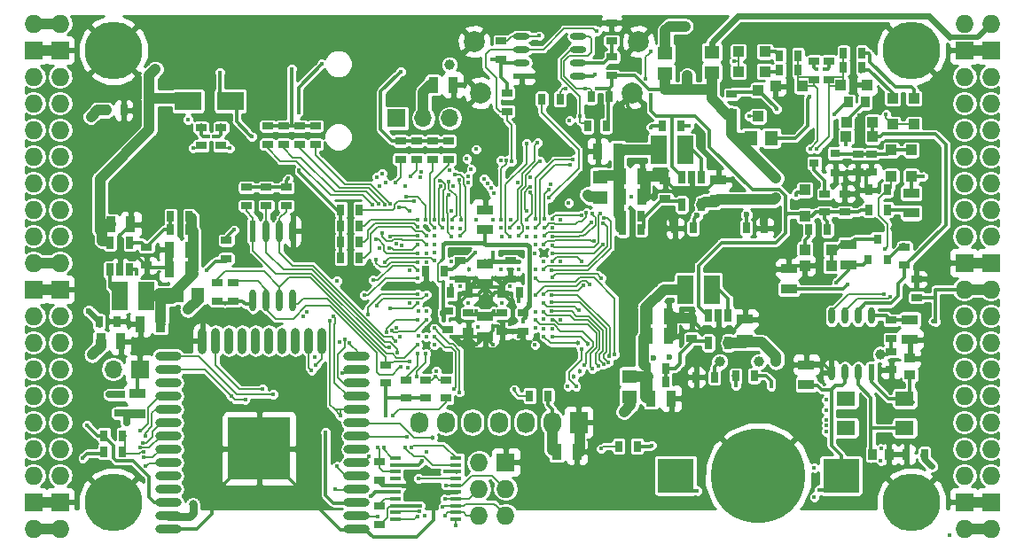
<source format=gbl>
G04 #@! TF.GenerationSoftware,KiCad,Pcbnew,5.0.0-rc2+dfsg1-3*
G04 #@! TF.CreationDate,2018-06-27T20:22:52+02:00*
G04 #@! TF.ProjectId,ulx3s,756C7833732E6B696361645F70636200,rev?*
G04 #@! TF.SameCoordinates,Original*
G04 #@! TF.FileFunction,Copper,L4,Bot,Signal*
G04 #@! TF.FilePolarity,Positive*
%FSLAX46Y46*%
G04 Gerber Fmt 4.6, Leading zero omitted, Abs format (unit mm)*
G04 Created by KiCad (PCBNEW 5.0.0-rc2+dfsg1-3) date Wed Jun 27 20:22:52 2018*
%MOMM*%
%LPD*%
G01*
G04 APERTURE LIST*
G04 #@! TA.AperFunction,SMDPad,CuDef*
%ADD10R,3.500000X3.300000*%
G04 #@! TD*
G04 #@! TA.AperFunction,BGAPad,CuDef*
%ADD11C,9.000000*%
G04 #@! TD*
G04 #@! TA.AperFunction,SMDPad,CuDef*
%ADD12R,1.550000X0.600000*%
G04 #@! TD*
G04 #@! TA.AperFunction,SMDPad,CuDef*
%ADD13O,1.550000X0.600000*%
G04 #@! TD*
G04 #@! TA.AperFunction,SMDPad,CuDef*
%ADD14R,0.600000X2.100000*%
G04 #@! TD*
G04 #@! TA.AperFunction,SMDPad,CuDef*
%ADD15O,0.600000X2.100000*%
G04 #@! TD*
G04 #@! TA.AperFunction,SMDPad,CuDef*
%ADD16R,0.600000X1.550000*%
G04 #@! TD*
G04 #@! TA.AperFunction,SMDPad,CuDef*
%ADD17O,0.600000X1.550000*%
G04 #@! TD*
G04 #@! TA.AperFunction,SMDPad,CuDef*
%ADD18R,1.000000X0.400000*%
G04 #@! TD*
G04 #@! TA.AperFunction,SMDPad,CuDef*
%ADD19R,0.700000X1.200000*%
G04 #@! TD*
G04 #@! TA.AperFunction,SMDPad,CuDef*
%ADD20O,2.500000X0.900000*%
G04 #@! TD*
G04 #@! TA.AperFunction,SMDPad,CuDef*
%ADD21O,0.900000X2.500000*%
G04 #@! TD*
G04 #@! TA.AperFunction,SMDPad,CuDef*
%ADD22R,6.000000X6.000000*%
G04 #@! TD*
G04 #@! TA.AperFunction,ComponentPad*
%ADD23O,1.727200X1.727200*%
G04 #@! TD*
G04 #@! TA.AperFunction,ComponentPad*
%ADD24R,1.727200X1.727200*%
G04 #@! TD*
G04 #@! TA.AperFunction,ComponentPad*
%ADD25C,5.500000*%
G04 #@! TD*
G04 #@! TA.AperFunction,ComponentPad*
%ADD26R,1.727200X2.032000*%
G04 #@! TD*
G04 #@! TA.AperFunction,ComponentPad*
%ADD27O,1.727200X2.032000*%
G04 #@! TD*
G04 #@! TA.AperFunction,SMDPad,CuDef*
%ADD28R,1.800000X1.400000*%
G04 #@! TD*
G04 #@! TA.AperFunction,SMDPad,CuDef*
%ADD29R,0.970000X1.500000*%
G04 #@! TD*
G04 #@! TA.AperFunction,SMDPad,CuDef*
%ADD30R,0.670000X1.000000*%
G04 #@! TD*
G04 #@! TA.AperFunction,SMDPad,CuDef*
%ADD31R,1.500000X0.970000*%
G04 #@! TD*
G04 #@! TA.AperFunction,SMDPad,CuDef*
%ADD32R,1.000000X0.670000*%
G04 #@! TD*
G04 #@! TA.AperFunction,ComponentPad*
%ADD33C,2.000000*%
G04 #@! TD*
G04 #@! TA.AperFunction,SMDPad,CuDef*
%ADD34R,1.000000X1.000000*%
G04 #@! TD*
G04 #@! TA.AperFunction,BGAPad,CuDef*
%ADD35C,0.300000*%
G04 #@! TD*
G04 #@! TA.AperFunction,ComponentPad*
%ADD36R,1.700000X1.700000*%
G04 #@! TD*
G04 #@! TA.AperFunction,ComponentPad*
%ADD37O,1.700000X1.700000*%
G04 #@! TD*
G04 #@! TA.AperFunction,SMDPad,CuDef*
%ADD38R,1.500000X2.700000*%
G04 #@! TD*
G04 #@! TA.AperFunction,SMDPad,CuDef*
%ADD39R,1.295000X1.400000*%
G04 #@! TD*
G04 #@! TA.AperFunction,SMDPad,CuDef*
%ADD40R,1.400000X1.295000*%
G04 #@! TD*
G04 #@! TA.AperFunction,SMDPad,CuDef*
%ADD41R,2.500000X1.800000*%
G04 #@! TD*
G04 #@! TA.AperFunction,SMDPad,CuDef*
%ADD42R,0.800000X0.900000*%
G04 #@! TD*
G04 #@! TA.AperFunction,SMDPad,CuDef*
%ADD43R,0.900000X0.800000*%
G04 #@! TD*
G04 #@! TA.AperFunction,SMDPad,CuDef*
%ADD44R,0.820000X1.000000*%
G04 #@! TD*
G04 #@! TA.AperFunction,SMDPad,CuDef*
%ADD45R,1.000000X0.820000*%
G04 #@! TD*
G04 #@! TA.AperFunction,ViaPad*
%ADD46C,0.400000*%
G04 #@! TD*
G04 #@! TA.AperFunction,ViaPad*
%ADD47C,0.700000*%
G04 #@! TD*
G04 #@! TA.AperFunction,ViaPad*
%ADD48C,0.454000*%
G04 #@! TD*
G04 #@! TA.AperFunction,ViaPad*
%ADD49C,0.600000*%
G04 #@! TD*
G04 #@! TA.AperFunction,ViaPad*
%ADD50C,1.000000*%
G04 #@! TD*
G04 #@! TA.AperFunction,ViaPad*
%ADD51C,0.800000*%
G04 #@! TD*
G04 #@! TA.AperFunction,Conductor*
%ADD52C,0.300000*%
G04 #@! TD*
G04 #@! TA.AperFunction,Conductor*
%ADD53C,0.500000*%
G04 #@! TD*
G04 #@! TA.AperFunction,Conductor*
%ADD54C,1.000000*%
G04 #@! TD*
G04 #@! TA.AperFunction,Conductor*
%ADD55C,0.700000*%
G04 #@! TD*
G04 #@! TA.AperFunction,Conductor*
%ADD56C,0.600000*%
G04 #@! TD*
G04 #@! TA.AperFunction,Conductor*
%ADD57C,0.400000*%
G04 #@! TD*
G04 #@! TA.AperFunction,Conductor*
%ADD58C,0.800000*%
G04 #@! TD*
G04 #@! TA.AperFunction,Conductor*
%ADD59C,0.190000*%
G04 #@! TD*
G04 #@! TA.AperFunction,Conductor*
%ADD60C,0.200000*%
G04 #@! TD*
G04 #@! TA.AperFunction,Conductor*
%ADD61C,1.500000*%
G04 #@! TD*
G04 #@! TA.AperFunction,Conductor*
%ADD62C,0.127000*%
G04 #@! TD*
G04 #@! TA.AperFunction,Conductor*
%ADD63C,0.180000*%
G04 #@! TD*
G04 #@! TA.AperFunction,Conductor*
%ADD64C,1.200000*%
G04 #@! TD*
G04 #@! TA.AperFunction,Conductor*
%ADD65C,0.254000*%
G04 #@! TD*
G04 APERTURE END LIST*
D10*
G04 #@! TO.P,BAT1,1*
G04 #@! TO.N,/power/VBAT*
X172485000Y-105870000D03*
X156685000Y-105870000D03*
D11*
G04 #@! TO.P,BAT1,2*
G04 #@! TO.N,GND*
X164585000Y-105870000D03*
G04 #@! TD*
D12*
G04 #@! TO.P,U11,1*
G04 #@! TO.N,GND*
X141980000Y-67706500D03*
D13*
G04 #@! TO.P,U11,2*
G04 #@! TO.N,+2V5*
X141980000Y-66436500D03*
G04 #@! TO.P,U11,3*
G04 #@! TO.N,FPDI_SCL*
X141980000Y-65166500D03*
G04 #@! TO.P,U11,4*
G04 #@! TO.N,FPDI_SDA*
X141980000Y-63896500D03*
G04 #@! TO.P,U11,5*
G04 #@! TO.N,GPDI_SDA*
X147380000Y-63896500D03*
G04 #@! TO.P,U11,6*
G04 #@! TO.N,GPDI_SCL*
X147380000Y-65166500D03*
G04 #@! TO.P,U11,7*
G04 #@! TO.N,/gpdi/VREF2*
X147380000Y-66436500D03*
G04 #@! TO.P,U11,8*
G04 #@! TO.N,+3V3*
X147380000Y-67706500D03*
G04 #@! TD*
D14*
G04 #@! TO.P,U10,1*
G04 #@! TO.N,/flash/FLASH_nCS*
X116340000Y-82520000D03*
D15*
G04 #@! TO.P,U10,2*
G04 #@! TO.N,/flash/FLASH_MISO*
X117610000Y-82520000D03*
G04 #@! TO.P,U10,3*
G04 #@! TO.N,/flash/FLASH_nWP*
X118880000Y-82520000D03*
G04 #@! TO.P,U10,4*
G04 #@! TO.N,GND*
X120150000Y-82520000D03*
G04 #@! TO.P,U10,5*
G04 #@! TO.N,/flash/FLASH_MOSI*
X120150000Y-89124000D03*
G04 #@! TO.P,U10,6*
G04 #@! TO.N,/flash/FLASH_SCK*
X118880000Y-89124000D03*
G04 #@! TO.P,U10,7*
G04 #@! TO.N,/flash/FLASH_nHOLD*
X117610000Y-89124000D03*
G04 #@! TO.P,U10,8*
G04 #@! TO.N,+3V3*
X116340000Y-89124000D03*
G04 #@! TD*
D16*
G04 #@! TO.P,U7,1*
G04 #@! TO.N,/power/OSCI_32k*
X175395000Y-96015000D03*
D17*
G04 #@! TO.P,U7,2*
G04 #@! TO.N,/power/OSCO_32k*
X174125000Y-96015000D03*
G04 #@! TO.P,U7,3*
G04 #@! TO.N,/power/VBAT*
X172855000Y-96015000D03*
G04 #@! TO.P,U7,4*
G04 #@! TO.N,GND*
X171585000Y-96015000D03*
G04 #@! TO.P,U7,5*
G04 #@! TO.N,FPDI_SDA*
X171585000Y-90615000D03*
G04 #@! TO.P,U7,6*
G04 #@! TO.N,FPDI_SCL*
X172855000Y-90615000D03*
G04 #@! TO.P,U7,7*
G04 #@! TO.N,/power/WAKEUPn*
X174125000Y-90615000D03*
G04 #@! TO.P,U7,8*
G04 #@! TO.N,/power/RTCVDD*
X175395000Y-90615000D03*
G04 #@! TD*
D18*
G04 #@! TO.P,U6,20*
G04 #@! TO.N,FTDI_TXD*
X129935000Y-104215000D03*
G04 #@! TO.P,U6,19*
G04 #@! TO.N,FTDI_nSLEEP*
X129935000Y-104865000D03*
G04 #@! TO.P,U6,18*
G04 #@! TO.N,FTDI_TXDEN*
X129935000Y-105515000D03*
G04 #@! TO.P,U6,17*
G04 #@! TO.N,FTDI_nRXLED*
X129935000Y-106165000D03*
G04 #@! TO.P,U6,16*
G04 #@! TO.N,GND*
X129935000Y-106815000D03*
G04 #@! TO.P,U6,15*
G04 #@! TO.N,USB5V*
X129935000Y-107465000D03*
G04 #@! TO.P,U6,14*
G04 #@! TO.N,nRESET*
X129935000Y-108115000D03*
G04 #@! TO.P,U6,13*
G04 #@! TO.N,FT2V5*
X129935000Y-108765000D03*
G04 #@! TO.P,U6,12*
G04 #@! TO.N,USB_FTDI_D-*
X129935000Y-109415000D03*
G04 #@! TO.P,U6,11*
G04 #@! TO.N,USB_FTDI_D+*
X129935000Y-110065000D03*
G04 #@! TO.P,U6,10*
G04 #@! TO.N,FTDI_nTXLED*
X135735000Y-110065000D03*
G04 #@! TO.P,U6,9*
G04 #@! TO.N,JTAG_TDO*
X135735000Y-109415000D03*
G04 #@! TO.P,U6,8*
G04 #@! TO.N,JTAG_TMS*
X135735000Y-108765000D03*
G04 #@! TO.P,U6,7*
G04 #@! TO.N,JTAG_TCK*
X135735000Y-108115000D03*
G04 #@! TO.P,U6,6*
G04 #@! TO.N,GND*
X135735000Y-107465000D03*
G04 #@! TO.P,U6,5*
G04 #@! TO.N,JTAG_TDI*
X135735000Y-106815000D03*
G04 #@! TO.P,U6,4*
G04 #@! TO.N,FTDI_RXD*
X135735000Y-106165000D03*
G04 #@! TO.P,U6,3*
G04 #@! TO.N,FT2V5*
X135735000Y-105515000D03*
G04 #@! TO.P,U6,2*
G04 #@! TO.N,FTDI_nRTS*
X135735000Y-104865000D03*
G04 #@! TO.P,U6,1*
G04 #@! TO.N,FTDI_nDTR*
X135735000Y-104215000D03*
G04 #@! TD*
D19*
G04 #@! TO.P,U5,1*
G04 #@! TO.N,/power/PWREN*
X157285000Y-77392000D03*
G04 #@! TO.P,U5,2*
G04 #@! TO.N,GND*
X158235000Y-77392000D03*
G04 #@! TO.P,U5,3*
G04 #@! TO.N,/power/L3*
X159185000Y-77392000D03*
G04 #@! TO.P,U5,4*
G04 #@! TO.N,+5V*
X159185000Y-79992000D03*
G04 #@! TO.P,U5,5*
G04 #@! TO.N,/power/FB3*
X157285000Y-79992000D03*
G04 #@! TD*
G04 #@! TO.P,U3,1*
G04 #@! TO.N,/power/PWREN*
X159825000Y-90600000D03*
G04 #@! TO.P,U3,2*
G04 #@! TO.N,GND*
X160775000Y-90600000D03*
G04 #@! TO.P,U3,3*
G04 #@! TO.N,/power/L1*
X161725000Y-90600000D03*
G04 #@! TO.P,U3,4*
G04 #@! TO.N,+5V*
X161725000Y-93200000D03*
G04 #@! TO.P,U3,5*
G04 #@! TO.N,/power/FB1*
X159825000Y-93200000D03*
G04 #@! TD*
G04 #@! TO.P,U4,1*
G04 #@! TO.N,/power/PWREN*
X104575000Y-86215000D03*
G04 #@! TO.P,U4,2*
G04 #@! TO.N,GND*
X103625000Y-86215000D03*
G04 #@! TO.P,U4,3*
G04 #@! TO.N,/power/L2*
X102675000Y-86215000D03*
G04 #@! TO.P,U4,4*
G04 #@! TO.N,+5V*
X102675000Y-83615000D03*
G04 #@! TO.P,U4,5*
G04 #@! TO.N,/power/FB2*
X104575000Y-83615000D03*
G04 #@! TD*
D20*
G04 #@! TO.P,U9,38*
G04 #@! TO.N,GND*
X126230000Y-111000000D03*
G04 #@! TO.P,U9,37*
G04 #@! TO.N,JTAG_TDI*
X126230000Y-109730000D03*
G04 #@! TO.P,U9,36*
G04 #@! TO.N,PROG_DONE*
X126230000Y-108460000D03*
G04 #@! TO.P,U9,35*
G04 #@! TO.N,WIFI_TXD*
X126230000Y-107190000D03*
G04 #@! TO.P,U9,34*
G04 #@! TO.N,WIFI_RXD*
X126230000Y-105920000D03*
G04 #@! TO.P,U9,33*
G04 #@! TO.N,JTAG_TMS*
X126230000Y-104650000D03*
G04 #@! TO.P,U9,32*
G04 #@! TO.N,Net-(U9-Pad32)*
X126230000Y-103380000D03*
G04 #@! TO.P,U9,31*
G04 #@! TO.N,JTAG_TDO*
X126230000Y-102110000D03*
G04 #@! TO.P,U9,30*
G04 #@! TO.N,JTAG_TCK*
X126230000Y-100840000D03*
G04 #@! TO.P,U9,29*
G04 #@! TO.N,WIFI_GPIO5*
X126230000Y-99570000D03*
G04 #@! TO.P,U9,28*
G04 #@! TO.N,WIFI_GPIO17*
X126230000Y-98300000D03*
G04 #@! TO.P,U9,27*
G04 #@! TO.N,WIFI_GPIO16*
X126230000Y-97030000D03*
G04 #@! TO.P,U9,26*
G04 #@! TO.N,SD_D1*
X126230000Y-95760000D03*
G04 #@! TO.P,U9,25*
G04 #@! TO.N,WIFI_GPIO0*
X126230000Y-94490000D03*
D21*
G04 #@! TO.P,U9,24*
G04 #@! TO.N,SD_D0*
X122945000Y-93000000D03*
G04 #@! TO.P,U9,23*
G04 #@! TO.N,SD_CMD*
X121675000Y-93000000D03*
G04 #@! TO.P,U9,22*
G04 #@! TO.N,Net-(U9-Pad22)*
X120405000Y-93000000D03*
G04 #@! TO.P,U9,21*
G04 #@! TO.N,Net-(U9-Pad21)*
X119135000Y-93000000D03*
G04 #@! TO.P,U9,20*
G04 #@! TO.N,Net-(U9-Pad20)*
X117865000Y-93000000D03*
G04 #@! TO.P,U9,19*
G04 #@! TO.N,Net-(U9-Pad19)*
X116595000Y-93000000D03*
G04 #@! TO.P,U9,18*
G04 #@! TO.N,Net-(U9-Pad18)*
X115325000Y-93000000D03*
G04 #@! TO.P,U9,17*
G04 #@! TO.N,Net-(U9-Pad17)*
X114055000Y-93000000D03*
G04 #@! TO.P,U9,16*
G04 #@! TO.N,SD_D3*
X112785000Y-93000000D03*
G04 #@! TO.P,U9,15*
G04 #@! TO.N,GND*
X111515000Y-93000000D03*
D20*
G04 #@! TO.P,U9,14*
G04 #@! TO.N,SD_D2*
X108230000Y-94490000D03*
G04 #@! TO.P,U9,13*
G04 #@! TO.N,SD_CLK*
X108230000Y-95760000D03*
G04 #@! TO.P,U9,12*
G04 #@! TO.N,Net-(U9-Pad12)*
X108230000Y-97030000D03*
G04 #@! TO.P,U9,11*
G04 #@! TO.N,GN11*
X108230000Y-98300000D03*
G04 #@! TO.P,U9,10*
G04 #@! TO.N,GP11*
X108230000Y-99570000D03*
G04 #@! TO.P,U9,9*
G04 #@! TO.N,GN12*
X108230000Y-100840000D03*
G04 #@! TO.P,U9,8*
G04 #@! TO.N,GP12*
X108230000Y-102110000D03*
G04 #@! TO.P,U9,7*
G04 #@! TO.N,GN13*
X108230000Y-103380000D03*
G04 #@! TO.P,U9,6*
G04 #@! TO.N,GP13*
X108230000Y-104650000D03*
G04 #@! TO.P,U9,5*
G04 #@! TO.N,Net-(U9-Pad5)*
X108230000Y-105920000D03*
G04 #@! TO.P,U9,4*
G04 #@! TO.N,Net-(U9-Pad4)*
X108230000Y-107190000D03*
G04 #@! TO.P,U9,3*
G04 #@! TO.N,/wifi/WIFIEN*
X108230000Y-108460000D03*
G04 #@! TO.P,U9,2*
G04 #@! TO.N,+3V3*
X108230000Y-109730000D03*
G04 #@! TO.P,U9,1*
G04 #@! TO.N,GND*
X108230000Y-111000000D03*
D22*
G04 #@! TO.P,U9,39*
X116930000Y-103300000D03*
G04 #@! TD*
D23*
G04 #@! TO.P,J1,1*
G04 #@! TO.N,2V5_3V3*
X97910000Y-62690000D03*
G04 #@! TO.P,J1,2*
X95370000Y-62690000D03*
D24*
G04 #@! TO.P,J1,3*
G04 #@! TO.N,GND*
X97910000Y-65230000D03*
G04 #@! TO.P,J1,4*
X95370000Y-65230000D03*
D23*
G04 #@! TO.P,J1,5*
G04 #@! TO.N,GN0*
X97910000Y-67770000D03*
G04 #@! TO.P,J1,6*
G04 #@! TO.N,GP0*
X95370000Y-67770000D03*
G04 #@! TO.P,J1,7*
G04 #@! TO.N,GN1*
X97910000Y-70310000D03*
G04 #@! TO.P,J1,8*
G04 #@! TO.N,GP1*
X95370000Y-70310000D03*
G04 #@! TO.P,J1,9*
G04 #@! TO.N,GN2*
X97910000Y-72850000D03*
G04 #@! TO.P,J1,10*
G04 #@! TO.N,GP2*
X95370000Y-72850000D03*
G04 #@! TO.P,J1,11*
G04 #@! TO.N,GN3*
X97910000Y-75390000D03*
G04 #@! TO.P,J1,12*
G04 #@! TO.N,GP3*
X95370000Y-75390000D03*
G04 #@! TO.P,J1,13*
G04 #@! TO.N,GN4*
X97910000Y-77930000D03*
G04 #@! TO.P,J1,14*
G04 #@! TO.N,GP4*
X95370000Y-77930000D03*
G04 #@! TO.P,J1,15*
G04 #@! TO.N,GN5*
X97910000Y-80470000D03*
G04 #@! TO.P,J1,16*
G04 #@! TO.N,GP5*
X95370000Y-80470000D03*
G04 #@! TO.P,J1,17*
G04 #@! TO.N,GN6*
X97910000Y-83010000D03*
G04 #@! TO.P,J1,18*
G04 #@! TO.N,GP6*
X95370000Y-83010000D03*
G04 #@! TO.P,J1,19*
G04 #@! TO.N,2V5_3V3*
X97910000Y-85550000D03*
G04 #@! TO.P,J1,20*
X95370000Y-85550000D03*
D24*
G04 #@! TO.P,J1,21*
G04 #@! TO.N,GND*
X97910000Y-88090000D03*
G04 #@! TO.P,J1,22*
X95370000Y-88090000D03*
D23*
G04 #@! TO.P,J1,23*
G04 #@! TO.N,GN7*
X97910000Y-90630000D03*
G04 #@! TO.P,J1,24*
G04 #@! TO.N,GP7*
X95370000Y-90630000D03*
G04 #@! TO.P,J1,25*
G04 #@! TO.N,GN8*
X97910000Y-93170000D03*
G04 #@! TO.P,J1,26*
G04 #@! TO.N,GP8*
X95370000Y-93170000D03*
G04 #@! TO.P,J1,27*
G04 #@! TO.N,GN9*
X97910000Y-95710000D03*
G04 #@! TO.P,J1,28*
G04 #@! TO.N,GP9*
X95370000Y-95710000D03*
G04 #@! TO.P,J1,29*
G04 #@! TO.N,GN10*
X97910000Y-98250000D03*
G04 #@! TO.P,J1,30*
G04 #@! TO.N,GP10*
X95370000Y-98250000D03*
G04 #@! TO.P,J1,31*
G04 #@! TO.N,GN11*
X97910000Y-100790000D03*
G04 #@! TO.P,J1,32*
G04 #@! TO.N,GP11*
X95370000Y-100790000D03*
G04 #@! TO.P,J1,33*
G04 #@! TO.N,GN12*
X97910000Y-103330000D03*
G04 #@! TO.P,J1,34*
G04 #@! TO.N,GP12*
X95370000Y-103330000D03*
G04 #@! TO.P,J1,35*
G04 #@! TO.N,GN13*
X97910000Y-105870000D03*
G04 #@! TO.P,J1,36*
G04 #@! TO.N,GP13*
X95370000Y-105870000D03*
D24*
G04 #@! TO.P,J1,37*
G04 #@! TO.N,GND*
X97910000Y-108410000D03*
G04 #@! TO.P,J1,38*
X95370000Y-108410000D03*
D23*
G04 #@! TO.P,J1,39*
G04 #@! TO.N,2V5_3V3*
X97910000Y-110950000D03*
G04 #@! TO.P,J1,40*
X95370000Y-110950000D03*
G04 #@! TD*
G04 #@! TO.P,J2,1*
G04 #@! TO.N,+3V3*
X184270000Y-110950000D03*
G04 #@! TO.P,J2,2*
X186810000Y-110950000D03*
D24*
G04 #@! TO.P,J2,3*
G04 #@! TO.N,GND*
X184270000Y-108410000D03*
G04 #@! TO.P,J2,4*
X186810000Y-108410000D03*
D23*
G04 #@! TO.P,J2,5*
G04 #@! TO.N,GN14*
X184270000Y-105870000D03*
G04 #@! TO.P,J2,6*
G04 #@! TO.N,GP14*
X186810000Y-105870000D03*
G04 #@! TO.P,J2,7*
G04 #@! TO.N,GN15*
X184270000Y-103330000D03*
G04 #@! TO.P,J2,8*
G04 #@! TO.N,GP15*
X186810000Y-103330000D03*
G04 #@! TO.P,J2,9*
G04 #@! TO.N,GN16*
X184270000Y-100790000D03*
G04 #@! TO.P,J2,10*
G04 #@! TO.N,GP16*
X186810000Y-100790000D03*
G04 #@! TO.P,J2,11*
G04 #@! TO.N,GN17*
X184270000Y-98250000D03*
G04 #@! TO.P,J2,12*
G04 #@! TO.N,GP17*
X186810000Y-98250000D03*
G04 #@! TO.P,J2,13*
G04 #@! TO.N,GN18*
X184270000Y-95710000D03*
G04 #@! TO.P,J2,14*
G04 #@! TO.N,GP18*
X186810000Y-95710000D03*
G04 #@! TO.P,J2,15*
G04 #@! TO.N,GN19*
X184270000Y-93170000D03*
G04 #@! TO.P,J2,16*
G04 #@! TO.N,GP19*
X186810000Y-93170000D03*
G04 #@! TO.P,J2,17*
G04 #@! TO.N,GN20*
X184270000Y-90630000D03*
G04 #@! TO.P,J2,18*
G04 #@! TO.N,GP20*
X186810000Y-90630000D03*
G04 #@! TO.P,J2,19*
G04 #@! TO.N,+3V3*
X184270000Y-88090000D03*
G04 #@! TO.P,J2,20*
X186810000Y-88090000D03*
D24*
G04 #@! TO.P,J2,21*
G04 #@! TO.N,GND*
X184270000Y-85550000D03*
G04 #@! TO.P,J2,22*
X186810000Y-85550000D03*
D23*
G04 #@! TO.P,J2,23*
G04 #@! TO.N,GN21*
X184270000Y-83010000D03*
G04 #@! TO.P,J2,24*
G04 #@! TO.N,GP21*
X186810000Y-83010000D03*
G04 #@! TO.P,J2,25*
G04 #@! TO.N,GN22*
X184270000Y-80470000D03*
G04 #@! TO.P,J2,26*
G04 #@! TO.N,GP22*
X186810000Y-80470000D03*
G04 #@! TO.P,J2,27*
G04 #@! TO.N,GN23*
X184270000Y-77930000D03*
G04 #@! TO.P,J2,28*
G04 #@! TO.N,GP23*
X186810000Y-77930000D03*
G04 #@! TO.P,J2,29*
G04 #@! TO.N,GN24*
X184270000Y-75390000D03*
G04 #@! TO.P,J2,30*
G04 #@! TO.N,GP24*
X186810000Y-75390000D03*
G04 #@! TO.P,J2,31*
G04 #@! TO.N,GN25*
X184270000Y-72850000D03*
G04 #@! TO.P,J2,32*
G04 #@! TO.N,GP25*
X186810000Y-72850000D03*
G04 #@! TO.P,J2,33*
G04 #@! TO.N,GN26*
X184270000Y-70310000D03*
G04 #@! TO.P,J2,34*
G04 #@! TO.N,GP26*
X186810000Y-70310000D03*
G04 #@! TO.P,J2,35*
G04 #@! TO.N,GN27*
X184270000Y-67770000D03*
G04 #@! TO.P,J2,36*
G04 #@! TO.N,GP27*
X186810000Y-67770000D03*
D24*
G04 #@! TO.P,J2,37*
G04 #@! TO.N,GND*
X184270000Y-65230000D03*
G04 #@! TO.P,J2,38*
X186810000Y-65230000D03*
D23*
G04 #@! TO.P,J2,39*
G04 #@! TO.N,/gpio/IN5V*
X184270000Y-62690000D03*
G04 #@! TO.P,J2,40*
G04 #@! TO.N,/gpio/OUT5V*
X186810000Y-62690000D03*
G04 #@! TD*
D25*
G04 #@! TO.P,H1,1*
G04 #@! TO.N,GND*
X102990000Y-108410000D03*
G04 #@! TD*
G04 #@! TO.P,H2,1*
G04 #@! TO.N,GND*
X179190000Y-108410000D03*
G04 #@! TD*
G04 #@! TO.P,H3,1*
G04 #@! TO.N,GND*
X179190000Y-65230000D03*
G04 #@! TD*
G04 #@! TO.P,H4,1*
G04 #@! TO.N,GND*
X102990000Y-65230000D03*
G04 #@! TD*
D24*
G04 #@! TO.P,J4,1*
G04 #@! TO.N,GND*
X140455000Y-104600000D03*
D23*
G04 #@! TO.P,J4,2*
G04 #@! TO.N,+3V3*
X137915000Y-104600000D03*
G04 #@! TO.P,J4,3*
G04 #@! TO.N,JTAG_TDI*
X140455000Y-107140000D03*
G04 #@! TO.P,J4,4*
G04 #@! TO.N,JTAG_TCK*
X137915000Y-107140000D03*
G04 #@! TO.P,J4,5*
G04 #@! TO.N,JTAG_TMS*
X140455000Y-109680000D03*
G04 #@! TO.P,J4,6*
G04 #@! TO.N,JTAG_TDO*
X137915000Y-109680000D03*
G04 #@! TD*
D26*
G04 #@! TO.P,OLED1,1*
G04 #@! TO.N,GND*
X147440000Y-100790000D03*
D27*
G04 #@! TO.P,OLED1,2*
G04 #@! TO.N,+3V3*
X144900000Y-100790000D03*
G04 #@! TO.P,OLED1,3*
G04 #@! TO.N,OLED_CLK*
X142360000Y-100790000D03*
G04 #@! TO.P,OLED1,4*
G04 #@! TO.N,OLED_MOSI*
X139820000Y-100790000D03*
G04 #@! TO.P,OLED1,5*
G04 #@! TO.N,OLED_RES*
X137280000Y-100790000D03*
G04 #@! TO.P,OLED1,6*
G04 #@! TO.N,OLED_DC*
X134740000Y-100790000D03*
G04 #@! TO.P,OLED1,7*
G04 #@! TO.N,OLED_CS*
X132200000Y-100790000D03*
G04 #@! TD*
D28*
G04 #@! TO.P,Y2,4*
G04 #@! TO.N,/power/OSCI_32k*
X178576000Y-98522000D03*
G04 #@! TO.P,Y2,3*
G04 #@! TO.N,Net-(Y2-Pad3)*
X172976000Y-98522000D03*
G04 #@! TO.P,Y2,2*
G04 #@! TO.N,Net-(Y2-Pad2)*
X172976000Y-101322000D03*
G04 #@! TO.P,Y2,1*
G04 #@! TO.N,/power/OSCO_32k*
X178576000Y-101322000D03*
G04 #@! TD*
D29*
G04 #@! TO.P,C47,1*
G04 #@! TO.N,2V5_3V3*
X133546000Y-68550000D03*
G04 #@! TO.P,C47,2*
G04 #@! TO.N,GND*
X135456000Y-68550000D03*
G04 #@! TD*
G04 #@! TO.P,C1,1*
G04 #@! TO.N,+5V*
X102748500Y-81885000D03*
G04 #@! TO.P,C1,2*
G04 #@! TO.N,GND*
X104658500Y-81885000D03*
G04 #@! TD*
D30*
G04 #@! TO.P,C2,1*
G04 #@! TO.N,/power/P1V1*
X153985000Y-96910000D03*
G04 #@! TO.P,C2,2*
G04 #@! TO.N,/power/FB1*
X155735000Y-96910000D03*
G04 #@! TD*
D29*
G04 #@! TO.P,C3,2*
G04 #@! TO.N,GND*
X156015000Y-90630000D03*
G04 #@! TO.P,C3,1*
G04 #@! TO.N,/power/P1V1*
X154105000Y-90630000D03*
G04 #@! TD*
G04 #@! TO.P,C4,1*
G04 #@! TO.N,/power/P1V1*
X154105000Y-92535000D03*
G04 #@! TO.P,C4,2*
G04 #@! TO.N,GND*
X156015000Y-92535000D03*
G04 #@! TD*
D31*
G04 #@! TO.P,C5,2*
G04 #@! TO.N,GND*
X163315000Y-90945000D03*
G04 #@! TO.P,C5,1*
G04 #@! TO.N,+5V*
X163315000Y-92855000D03*
G04 #@! TD*
D30*
G04 #@! TO.P,C6,1*
G04 #@! TO.N,/power/P3V3*
X151645000Y-82375000D03*
G04 #@! TO.P,C6,2*
G04 #@! TO.N,/power/FB3*
X153395000Y-82375000D03*
G04 #@! TD*
D29*
G04 #@! TO.P,C7,2*
G04 #@! TO.N,GND*
X153475000Y-79200000D03*
G04 #@! TO.P,C7,1*
G04 #@! TO.N,/power/P3V3*
X151565000Y-79200000D03*
G04 #@! TD*
G04 #@! TO.P,C8,2*
G04 #@! TO.N,GND*
X153475000Y-77295000D03*
G04 #@! TO.P,C8,1*
G04 #@! TO.N,/power/P3V3*
X151565000Y-77295000D03*
G04 #@! TD*
D31*
G04 #@! TO.P,C9,1*
G04 #@! TO.N,+5V*
X160775000Y-79520000D03*
G04 #@! TO.P,C9,2*
G04 #@! TO.N,GND*
X160775000Y-77610000D03*
G04 #@! TD*
D30*
G04 #@! TO.P,C10,2*
G04 #@! TO.N,/power/FB2*
X108465000Y-81105000D03*
G04 #@! TO.P,C10,1*
G04 #@! TO.N,/power/P2V5*
X110215000Y-81105000D03*
G04 #@! TD*
D29*
G04 #@! TO.P,C11,2*
G04 #@! TO.N,GND*
X108385000Y-84280000D03*
G04 #@! TO.P,C11,1*
G04 #@! TO.N,/power/P2V5*
X110295000Y-84280000D03*
G04 #@! TD*
G04 #@! TO.P,C12,1*
G04 #@! TO.N,/power/P2V5*
X110295000Y-86185000D03*
G04 #@! TO.P,C12,2*
G04 #@! TO.N,GND*
X108385000Y-86185000D03*
G04 #@! TD*
D31*
G04 #@! TO.P,C13,2*
G04 #@! TO.N,/power/WKUP*
X173221000Y-83833000D03*
G04 #@! TO.P,C13,1*
G04 #@! TO.N,+5V*
X173221000Y-85743000D03*
G04 #@! TD*
D32*
G04 #@! TO.P,C14,2*
G04 #@! TO.N,GND*
X175380000Y-76900000D03*
G04 #@! TO.P,C14,1*
G04 #@! TO.N,/power/SHUT*
X175380000Y-75150000D03*
G04 #@! TD*
D31*
G04 #@! TO.P,C15,1*
G04 #@! TO.N,/sdcard/SD3V3*
X105276000Y-99967000D03*
G04 #@! TO.P,C15,2*
G04 #@! TO.N,GND*
X105276000Y-98057000D03*
G04 #@! TD*
G04 #@! TO.P,C16,1*
G04 #@! TO.N,+3V3*
X167506000Y-88029000D03*
G04 #@! TO.P,C16,2*
G04 #@! TO.N,GND*
X167506000Y-86119000D03*
G04 #@! TD*
G04 #@! TO.P,C17,1*
G04 #@! TO.N,+1V1*
X138500000Y-90665000D03*
G04 #@! TO.P,C17,2*
G04 #@! TO.N,GND*
X138500000Y-92575000D03*
G04 #@! TD*
D32*
G04 #@! TO.P,C18,1*
G04 #@! TO.N,/gpdi/VREF2*
X150589600Y-64359000D03*
G04 #@! TO.P,C18,2*
G04 #@! TO.N,GND*
X150589600Y-62609000D03*
G04 #@! TD*
D31*
G04 #@! TO.P,C19,1*
G04 #@! TO.N,+2V5*
X138500000Y-82375000D03*
G04 #@! TO.P,C19,2*
G04 #@! TO.N,GND*
X138500000Y-80465000D03*
G04 #@! TD*
G04 #@! TO.P,C20,2*
G04 #@! TO.N,GND*
X138500000Y-87575000D03*
G04 #@! TO.P,C20,1*
G04 #@! TO.N,+3V3*
X138500000Y-85665000D03*
G04 #@! TD*
D29*
G04 #@! TO.P,C21,2*
G04 #@! TO.N,GND*
X103706000Y-93061000D03*
G04 #@! TO.P,C21,1*
G04 #@! TO.N,+3V3*
X101796000Y-93061000D03*
G04 #@! TD*
G04 #@! TO.P,C22,1*
G04 #@! TO.N,/power/P1V1*
X154359000Y-98504000D03*
G04 #@! TO.P,C22,2*
G04 #@! TO.N,GND*
X156269000Y-98504000D03*
G04 #@! TD*
G04 #@! TO.P,C23,2*
G04 #@! TO.N,GND*
X105591000Y-91392000D03*
G04 #@! TO.P,C23,1*
G04 #@! TO.N,/power/P2V5*
X107501000Y-91392000D03*
G04 #@! TD*
G04 #@! TO.P,C24,1*
G04 #@! TO.N,/power/P3V3*
X151189000Y-74882000D03*
G04 #@! TO.P,C24,2*
G04 #@! TO.N,GND*
X149279000Y-74882000D03*
G04 #@! TD*
D32*
G04 #@! TO.P,C25,2*
G04 #@! TO.N,GND*
X140900000Y-87095000D03*
G04 #@! TO.P,C25,1*
G04 #@! TO.N,+3V3*
X140900000Y-85345000D03*
G04 #@! TD*
G04 #@! TO.P,C26,2*
G04 #@! TO.N,GND*
X136100000Y-87095000D03*
G04 #@! TO.P,C26,1*
G04 #@! TO.N,2V5_3V3*
X136100000Y-85345000D03*
G04 #@! TD*
G04 #@! TO.P,C27,2*
G04 #@! TO.N,GND*
X136900000Y-92095000D03*
G04 #@! TO.P,C27,1*
G04 #@! TO.N,+1V1*
X136900000Y-90345000D03*
G04 #@! TD*
G04 #@! TO.P,C28,1*
G04 #@! TO.N,+1V1*
X140100000Y-90345000D03*
G04 #@! TO.P,C28,2*
G04 #@! TO.N,GND*
X140100000Y-92095000D03*
G04 #@! TD*
G04 #@! TO.P,C29,2*
G04 #@! TO.N,GND*
X142100000Y-92095000D03*
G04 #@! TO.P,C29,1*
G04 #@! TO.N,+2V5*
X142100000Y-90345000D03*
G04 #@! TD*
G04 #@! TO.P,C30,1*
G04 #@! TO.N,+2V5*
X134900000Y-90145000D03*
G04 #@! TO.P,C30,2*
G04 #@! TO.N,GND*
X134900000Y-91895000D03*
G04 #@! TD*
D30*
G04 #@! TO.P,C31,1*
G04 #@! TO.N,+3V3*
X135225000Y-88420000D03*
G04 #@! TO.P,C31,2*
G04 #@! TO.N,GND*
X136975000Y-88420000D03*
G04 #@! TD*
G04 #@! TO.P,C32,2*
G04 #@! TO.N,GND*
X140025000Y-88420000D03*
G04 #@! TO.P,C32,1*
G04 #@! TO.N,+3V3*
X141775000Y-88420000D03*
G04 #@! TD*
G04 #@! TO.P,C33,1*
G04 #@! TO.N,+3V3*
X163425000Y-82220000D03*
G04 #@! TO.P,C33,2*
G04 #@! TO.N,GND*
X165175000Y-82220000D03*
G04 #@! TD*
G04 #@! TO.P,C34,1*
G04 #@! TO.N,+3V3*
X158375000Y-82220000D03*
G04 #@! TO.P,C34,2*
G04 #@! TO.N,GND*
X156625000Y-82220000D03*
G04 #@! TD*
D32*
G04 #@! TO.P,C35,1*
G04 #@! TO.N,+3V3*
X177300000Y-94025000D03*
G04 #@! TO.P,C35,2*
G04 #@! TO.N,GND*
X177300000Y-95775000D03*
G04 #@! TD*
D29*
G04 #@! TO.P,C46,1*
G04 #@! TO.N,+3V3*
X145342000Y-103584000D03*
G04 #@! TO.P,C46,2*
G04 #@! TO.N,GND*
X147252000Y-103584000D03*
G04 #@! TD*
D30*
G04 #@! TO.P,C48,2*
G04 #@! TO.N,GND*
X103995000Y-70963000D03*
G04 #@! TO.P,C48,1*
G04 #@! TO.N,2V5_3V3*
X102245000Y-70963000D03*
G04 #@! TD*
G04 #@! TO.P,C49,2*
G04 #@! TO.N,GND*
X103372000Y-91156000D03*
G04 #@! TO.P,C49,1*
G04 #@! TO.N,2V5_3V3*
X101622000Y-91156000D03*
G04 #@! TD*
D32*
G04 #@! TO.P,C50,1*
G04 #@! TO.N,+3V3*
X179713000Y-88856000D03*
G04 #@! TO.P,C50,2*
G04 #@! TO.N,GND*
X179713000Y-87106000D03*
G04 #@! TD*
D30*
G04 #@! TO.P,C51,1*
G04 #@! TO.N,+3V3*
X180473000Y-103856000D03*
G04 #@! TO.P,C51,2*
G04 #@! TO.N,GND*
X178723000Y-103856000D03*
G04 #@! TD*
G04 #@! TO.P,C52,2*
G04 #@! TO.N,GND*
X158645000Y-96490000D03*
G04 #@! TO.P,C52,1*
G04 #@! TO.N,+3V3*
X160395000Y-96490000D03*
G04 #@! TD*
G04 #@! TO.P,C53,2*
G04 #@! TO.N,GND*
X132827200Y-86330000D03*
G04 #@! TO.P,C53,1*
G04 #@! TO.N,2V5_3V3*
X134577200Y-86330000D03*
G04 #@! TD*
D31*
G04 #@! TO.P,C54,2*
G04 #@! TO.N,GND*
X169172000Y-95281000D03*
G04 #@! TO.P,C54,1*
G04 #@! TO.N,/power/VBAT*
X169172000Y-97191000D03*
G04 #@! TD*
G04 #@! TO.P,D11,1*
G04 #@! TO.N,/power/HOLD*
X179190000Y-80790000D03*
G04 #@! TO.P,D11,2*
G04 #@! TO.N,+3V3*
X179190000Y-78880000D03*
G04 #@! TD*
D33*
G04 #@! TO.P,GPDI1,0*
G04 #@! TO.N,GND*
X152546000Y-69312000D03*
X138046000Y-69312000D03*
X153146000Y-64412000D03*
X137446000Y-64412000D03*
G04 #@! TD*
D34*
G04 #@! TO.P,D10,1*
G04 #@! TO.N,/power/WAKE*
X169050000Y-84280000D03*
G04 #@! TO.P,D10,2*
G04 #@! TO.N,/power/WKUP*
X171550000Y-84280000D03*
G04 #@! TD*
G04 #@! TO.P,D12,2*
G04 #@! TO.N,/power/FTDI_nSUSPEND*
X169030000Y-78585000D03*
G04 #@! TO.P,D12,1*
G04 #@! TO.N,/power/PWREN*
X169030000Y-81085000D03*
G04 #@! TD*
G04 #@! TO.P,D13,1*
G04 #@! TO.N,/power/WKUP*
X171550000Y-85804000D03*
G04 #@! TO.P,D13,2*
G04 #@! TO.N,GND*
X169050000Y-85804000D03*
G04 #@! TD*
G04 #@! TO.P,D14,2*
G04 #@! TO.N,/power/SHUT*
X179190000Y-74775000D03*
G04 #@! TO.P,D14,1*
G04 #@! TO.N,+3V3*
X179190000Y-77275000D03*
G04 #@! TD*
G04 #@! TO.P,D15,2*
G04 #@! TO.N,SHUTDOWN*
X177285000Y-77275000D03*
G04 #@! TO.P,D15,1*
G04 #@! TO.N,/power/SHUT*
X177285000Y-74775000D03*
G04 #@! TD*
G04 #@! TO.P,D16,1*
G04 #@! TO.N,/power/PWRBTn*
X172987000Y-73503000D03*
G04 #@! TO.P,D16,2*
G04 #@! TO.N,/power/WAKEUPn*
X175487000Y-73503000D03*
G04 #@! TD*
G04 #@! TO.P,D17,1*
G04 #@! TO.N,/power/PWRBTn*
X164585000Y-69060000D03*
G04 #@! TO.P,D17,2*
G04 #@! TO.N,BTN_PWRn*
X164585000Y-71560000D03*
G04 #@! TD*
G04 #@! TO.P,D20,1*
G04 #@! TO.N,USB_FPGA_D+*
X168756000Y-68659000D03*
G04 #@! TO.P,D20,2*
G04 #@! TO.N,GND*
X166256000Y-68659000D03*
G04 #@! TD*
G04 #@! TO.P,D21,2*
G04 #@! TO.N,GND*
X174979000Y-68550000D03*
G04 #@! TO.P,D21,1*
G04 #@! TO.N,USB_FPGA_D-*
X172479000Y-68550000D03*
G04 #@! TD*
G04 #@! TO.P,D23,2*
G04 #@! TO.N,Net-(D23-Pad2)*
X165200000Y-67262000D03*
G04 #@! TO.P,D23,1*
G04 #@! TO.N,USB_FPGA_PULL_D+*
X162700000Y-67262000D03*
G04 #@! TD*
G04 #@! TO.P,D24,2*
G04 #@! TO.N,USB_FPGA_PULL_D+*
X162700000Y-65357000D03*
G04 #@! TO.P,D24,1*
G04 #@! TO.N,Net-(D24-Pad1)*
X165200000Y-65357000D03*
G04 #@! TD*
G04 #@! TO.P,D25,1*
G04 #@! TO.N,USB_FPGA_PULL_D-*
X177412000Y-72322000D03*
G04 #@! TO.P,D25,2*
G04 #@! TO.N,Net-(D25-Pad2)*
X177412000Y-69822000D03*
G04 #@! TD*
G04 #@! TO.P,D26,1*
G04 #@! TO.N,Net-(D26-Pad1)*
X179444000Y-69822000D03*
G04 #@! TO.P,D26,2*
G04 #@! TO.N,USB_FPGA_PULL_D-*
X179444000Y-72322000D03*
G04 #@! TD*
D35*
G04 #@! TO.P,AE1,1*
G04 #@! TO.N,/usb/ANT_433MHz*
X182888000Y-111603000D03*
G04 #@! TD*
D32*
G04 #@! TO.P,R49,1*
G04 #@! TO.N,USB_FTDI_D-*
X113277000Y-74360000D03*
G04 #@! TO.P,R49,2*
G04 #@! TO.N,/usb/FTD-*
X113277000Y-72610000D03*
G04 #@! TD*
G04 #@! TO.P,R50,2*
G04 #@! TO.N,/usb/FTD+*
X111372000Y-72610000D03*
G04 #@! TO.P,R50,1*
G04 #@! TO.N,USB_FTDI_D+*
X111372000Y-74360000D03*
G04 #@! TD*
D30*
G04 #@! TO.P,R51,2*
G04 #@! TO.N,/blinkey/SWPU*
X155455000Y-72487000D03*
G04 #@! TO.P,R51,1*
G04 #@! TO.N,2V5_3V3*
X157205000Y-72487000D03*
G04 #@! TD*
D32*
G04 #@! TO.P,R52,2*
G04 #@! TO.N,/usb/FPD-*
X171331000Y-66278000D03*
G04 #@! TO.P,R52,1*
G04 #@! TO.N,USB_FPGA_D-*
X171331000Y-68028000D03*
G04 #@! TD*
G04 #@! TO.P,R53,1*
G04 #@! TO.N,USB_FPGA_D+*
X169919000Y-68028000D03*
G04 #@! TO.P,R53,2*
G04 #@! TO.N,/usb/FPD+*
X169919000Y-66278000D03*
G04 #@! TD*
D30*
G04 #@! TO.P,R54,2*
G04 #@! TO.N,Net-(D26-Pad1)*
X174477000Y-65502000D03*
G04 #@! TO.P,R54,1*
G04 #@! TO.N,USB_FPGA_D-*
X172727000Y-65502000D03*
G04 #@! TD*
D32*
G04 #@! TO.P,R56,1*
G04 #@! TO.N,GND*
X128390000Y-106321000D03*
G04 #@! TO.P,R56,2*
G04 #@! TO.N,FTDI_TXDEN*
X128390000Y-104571000D03*
G04 #@! TD*
G04 #@! TO.P,R57,2*
G04 #@! TO.N,/analog/AUDIO_V*
X117722000Y-72483000D03*
G04 #@! TO.P,R57,1*
G04 #@! TO.N,AUDIO_V0*
X117722000Y-74233000D03*
G04 #@! TD*
G04 #@! TO.P,R58,1*
G04 #@! TO.N,AUDIO_V1*
X119246000Y-74233000D03*
G04 #@! TO.P,R58,2*
G04 #@! TO.N,/analog/AUDIO_V*
X119246000Y-72483000D03*
G04 #@! TD*
G04 #@! TO.P,R59,2*
G04 #@! TO.N,/analog/AUDIO_V*
X120770000Y-72483000D03*
G04 #@! TO.P,R59,1*
G04 #@! TO.N,AUDIO_V2*
X120770000Y-74233000D03*
G04 #@! TD*
G04 #@! TO.P,R60,1*
G04 #@! TO.N,AUDIO_V3*
X122294000Y-74233000D03*
G04 #@! TO.P,R60,2*
G04 #@! TO.N,/analog/AUDIO_V*
X122294000Y-72483000D03*
G04 #@! TD*
D30*
G04 #@! TO.P,R61,1*
G04 #@! TO.N,GPDI_CEC*
X145655000Y-69900000D03*
G04 #@! TO.P,R61,2*
G04 #@! TO.N,/gpdi/FPDI_CEC*
X143905000Y-69900000D03*
G04 #@! TD*
D36*
G04 #@! TO.P,J3,1*
G04 #@! TO.N,GND*
X105530000Y-95710000D03*
D37*
G04 #@! TO.P,J3,2*
G04 #@! TO.N,/wifi/WIFIEN*
X102990000Y-95710000D03*
G04 #@! TD*
D36*
G04 #@! TO.P,J5,1*
G04 #@! TO.N,+2V5*
X130056000Y-71725000D03*
D37*
G04 #@! TO.P,J5,2*
G04 #@! TO.N,2V5_3V3*
X132596000Y-71725000D03*
G04 #@! TO.P,J5,3*
G04 #@! TO.N,+3V3*
X135136000Y-71725000D03*
G04 #@! TD*
D30*
G04 #@! TO.P,R40,1*
G04 #@! TO.N,Net-(D24-Pad1)*
X166631000Y-65738000D03*
G04 #@! TO.P,R40,2*
G04 #@! TO.N,USB_FPGA_D+*
X168381000Y-65738000D03*
G04 #@! TD*
D32*
G04 #@! TO.P,R55,1*
G04 #@! TO.N,/flash/FPGA_DONE*
X134740000Y-96740000D03*
G04 #@! TO.P,R55,2*
G04 #@! TO.N,PROG_DONE*
X134740000Y-98490000D03*
G04 #@! TD*
D31*
G04 #@! TO.P,C55,1*
G04 #@! TO.N,/power/RTCVDD*
X179078000Y-90963000D03*
G04 #@! TO.P,C55,2*
G04 #@! TO.N,GND*
X179078000Y-92873000D03*
G04 #@! TD*
D32*
G04 #@! TO.P,R65,1*
G04 #@! TO.N,+3V3*
X177300000Y-92793000D03*
G04 #@! TO.P,R65,2*
G04 #@! TO.N,/power/RTCVDD*
X177300000Y-91043000D03*
G04 #@! TD*
D38*
G04 #@! TO.P,L1,1*
G04 #@! TO.N,/power/L1*
X160140000Y-88090000D03*
G04 #@! TO.P,L1,2*
G04 #@! TO.N,/power/P1V1*
X157600000Y-88090000D03*
G04 #@! TD*
G04 #@! TO.P,L2,1*
G04 #@! TO.N,/power/L2*
X103625000Y-88725000D03*
G04 #@! TO.P,L2,2*
G04 #@! TO.N,/power/P2V5*
X106165000Y-88725000D03*
G04 #@! TD*
G04 #@! TO.P,L3,2*
G04 #@! TO.N,/power/P3V3*
X155060000Y-74755000D03*
G04 #@! TO.P,L3,1*
G04 #@! TO.N,/power/L3*
X157600000Y-74755000D03*
G04 #@! TD*
D30*
G04 #@! TO.P,R1,2*
G04 #@! TO.N,/power/PWREN*
X171175000Y-82375000D03*
G04 #@! TO.P,R1,1*
G04 #@! TO.N,/power/WAKE*
X169425000Y-82375000D03*
G04 #@! TD*
D32*
G04 #@! TO.P,R2,2*
G04 #@! TO.N,GND*
X172840000Y-78960000D03*
G04 #@! TO.P,R2,1*
G04 #@! TO.N,/power/PWREN*
X172840000Y-80710000D03*
G04 #@! TD*
G04 #@! TO.P,R3,1*
G04 #@! TO.N,+5V*
X162045000Y-71185000D03*
G04 #@! TO.P,R3,2*
G04 #@! TO.N,/power/PWRBTn*
X162045000Y-69435000D03*
G04 #@! TD*
D30*
G04 #@! TO.P,R4,1*
G04 #@! TO.N,/power/HOLD*
X176890000Y-80470000D03*
G04 #@! TO.P,R4,2*
G04 #@! TO.N,/power/PWREN*
X175140000Y-80470000D03*
G04 #@! TD*
D32*
G04 #@! TO.P,R5,1*
G04 #@! TO.N,/power/SHUT*
X174110000Y-75150000D03*
G04 #@! TO.P,R5,2*
G04 #@! TO.N,GND*
X174110000Y-76900000D03*
G04 #@! TD*
G04 #@! TO.P,R6,2*
G04 #@! TO.N,/power/WAKEUPn*
X178555000Y-85790000D03*
G04 #@! TO.P,R6,1*
G04 #@! TO.N,/power/WKn*
X178555000Y-84040000D03*
G04 #@! TD*
G04 #@! TO.P,R7,2*
G04 #@! TO.N,/blinkey/BTNPUL*
X113785000Y-85155000D03*
G04 #@! TO.P,R7,1*
G04 #@! TO.N,+3V3*
X113785000Y-83405000D03*
G04 #@! TD*
G04 #@! TO.P,R8,1*
G04 #@! TO.N,/power/PWREN*
X170935000Y-80710000D03*
G04 #@! TO.P,R8,2*
G04 #@! TO.N,/power/SHD*
X170935000Y-78960000D03*
G04 #@! TD*
G04 #@! TO.P,R9,2*
G04 #@! TO.N,FT2V5*
X128390000Y-110555000D03*
G04 #@! TO.P,R9,1*
G04 #@! TO.N,nRESET*
X128390000Y-108805000D03*
G04 #@! TD*
D30*
G04 #@! TO.P,R10,2*
G04 #@! TO.N,FTDI_nSLEEP*
X151264000Y-103076000D03*
G04 #@! TO.P,R10,1*
G04 #@! TO.N,/power/FTDI_nSUSPEND*
X153014000Y-103076000D03*
G04 #@! TD*
D32*
G04 #@! TO.P,R11,2*
G04 #@! TO.N,/flash/FLASH_nWP*
X119515000Y-80093000D03*
G04 #@! TO.P,R11,1*
G04 #@! TO.N,+3V3*
X119515000Y-78343000D03*
G04 #@! TD*
G04 #@! TO.P,R12,1*
G04 #@! TO.N,+3V3*
X114420000Y-89219000D03*
G04 #@! TO.P,R12,2*
G04 #@! TO.N,/flash/FLASH_nHOLD*
X114420000Y-87469000D03*
G04 #@! TD*
D30*
G04 #@! TO.P,R13,2*
G04 #@! TO.N,GND*
X175140000Y-78565000D03*
G04 #@! TO.P,R13,1*
G04 #@! TO.N,SHUTDOWN*
X176890000Y-78565000D03*
G04 #@! TD*
G04 #@! TO.P,R14,2*
G04 #@! TO.N,/analog/AUDIO_L*
X124721000Y-85060000D03*
G04 #@! TO.P,R14,1*
G04 #@! TO.N,AUDIO_L0*
X126471000Y-85060000D03*
G04 #@! TD*
G04 #@! TO.P,R15,1*
G04 #@! TO.N,AUDIO_L1*
X126471000Y-83536000D03*
G04 #@! TO.P,R15,2*
G04 #@! TO.N,/analog/AUDIO_L*
X124721000Y-83536000D03*
G04 #@! TD*
G04 #@! TO.P,R16,2*
G04 #@! TO.N,/analog/AUDIO_L*
X124721000Y-82012000D03*
G04 #@! TO.P,R16,1*
G04 #@! TO.N,AUDIO_L2*
X126471000Y-82012000D03*
G04 #@! TD*
G04 #@! TO.P,R17,1*
G04 #@! TO.N,AUDIO_L3*
X126471000Y-80470000D03*
G04 #@! TO.P,R17,2*
G04 #@! TO.N,/analog/AUDIO_L*
X124721000Y-80470000D03*
G04 #@! TD*
D32*
G04 #@! TO.P,R18,2*
G04 #@! TO.N,/analog/AUDIO_R*
X130422000Y-73898000D03*
G04 #@! TO.P,R18,1*
G04 #@! TO.N,AUDIO_R0*
X130422000Y-75648000D03*
G04 #@! TD*
G04 #@! TO.P,R19,2*
G04 #@! TO.N,/analog/AUDIO_R*
X131961000Y-73898000D03*
G04 #@! TO.P,R19,1*
G04 #@! TO.N,AUDIO_R1*
X131961000Y-75648000D03*
G04 #@! TD*
G04 #@! TO.P,R20,2*
G04 #@! TO.N,/analog/AUDIO_R*
X133485000Y-73898000D03*
G04 #@! TO.P,R20,1*
G04 #@! TO.N,AUDIO_R2*
X133485000Y-75648000D03*
G04 #@! TD*
G04 #@! TO.P,R21,1*
G04 #@! TO.N,AUDIO_R3*
X135009000Y-75648000D03*
G04 #@! TO.P,R21,2*
G04 #@! TO.N,/analog/AUDIO_R*
X135009000Y-73898000D03*
G04 #@! TD*
G04 #@! TO.P,R22,1*
G04 #@! TO.N,+2V5*
X140025500Y-66105000D03*
G04 #@! TO.P,R22,2*
G04 #@! TO.N,FPDI_SDA*
X140025500Y-64355000D03*
G04 #@! TD*
G04 #@! TO.P,R23,2*
G04 #@! TO.N,FPDI_SCL*
X140597000Y-71076000D03*
G04 #@! TO.P,R23,1*
G04 #@! TO.N,+2V5*
X140597000Y-69326000D03*
G04 #@! TD*
G04 #@! TO.P,R24,1*
G04 #@! TO.N,+5V*
X150615000Y-67647000D03*
G04 #@! TO.P,R24,2*
G04 #@! TO.N,/gpdi/VREF2*
X150615000Y-65897000D03*
G04 #@! TD*
D30*
G04 #@! TO.P,R25,2*
G04 #@! TO.N,GPDI_SCL*
X148300000Y-72487000D03*
G04 #@! TO.P,R25,1*
G04 #@! TO.N,+5V*
X150050000Y-72487000D03*
G04 #@! TD*
G04 #@! TO.P,R26,1*
G04 #@! TO.N,+5V*
X150362000Y-69693000D03*
G04 #@! TO.P,R26,2*
G04 #@! TO.N,GPDI_SDA*
X148612000Y-69693000D03*
G04 #@! TD*
D32*
G04 #@! TO.P,R27,2*
G04 #@! TO.N,/flash/FLASH_MOSI*
X129025000Y-95300000D03*
G04 #@! TO.P,R27,1*
G04 #@! TO.N,+3V3*
X129025000Y-97050000D03*
G04 #@! TD*
G04 #@! TO.P,R28,1*
G04 #@! TO.N,+3V3*
X117595000Y-78343000D03*
G04 #@! TO.P,R28,2*
G04 #@! TO.N,/flash/FLASH_MISO*
X117595000Y-80093000D03*
G04 #@! TD*
G04 #@! TO.P,R29,1*
G04 #@! TO.N,+3V3*
X112896000Y-89219000D03*
G04 #@! TO.P,R29,2*
G04 #@! TO.N,/flash/FLASH_SCK*
X112896000Y-87469000D03*
G04 #@! TD*
G04 #@! TO.P,R30,1*
G04 #@! TO.N,+3V3*
X115690000Y-78343000D03*
G04 #@! TO.P,R30,2*
G04 #@! TO.N,/flash/FLASH_nCS*
X115690000Y-80093000D03*
G04 #@! TD*
D30*
G04 #@! TO.P,R31,2*
G04 #@! TO.N,/flash/FPGA_PROGRAMN*
X142755000Y-98250000D03*
G04 #@! TO.P,R31,1*
G04 #@! TO.N,+3V3*
X144505000Y-98250000D03*
G04 #@! TD*
D32*
G04 #@! TO.P,R32,1*
G04 #@! TO.N,+3V3*
X132835000Y-98490000D03*
G04 #@! TO.P,R32,2*
G04 #@! TO.N,/flash/FPGA_DONE*
X132835000Y-96740000D03*
G04 #@! TD*
G04 #@! TO.P,R33,2*
G04 #@! TO.N,/flash/FPGA_INITN*
X130930000Y-96740000D03*
G04 #@! TO.P,R33,1*
G04 #@! TO.N,+3V3*
X130930000Y-98490000D03*
G04 #@! TD*
D30*
G04 #@! TO.P,R34,1*
G04 #@! TO.N,+3V3*
X102115000Y-103600000D03*
G04 #@! TO.P,R34,2*
G04 #@! TO.N,WIFI_EN*
X103865000Y-103600000D03*
G04 #@! TD*
G04 #@! TO.P,R35,2*
G04 #@! TO.N,/wifi/WIFIEN*
X102115000Y-102060000D03*
G04 #@! TO.P,R35,1*
G04 #@! TO.N,WIFI_EN*
X103865000Y-102060000D03*
G04 #@! TD*
D32*
G04 #@! TO.P,R38,1*
G04 #@! TO.N,/sdcard/SD3V3*
X103576500Y-99905000D03*
G04 #@! TO.P,R38,2*
G04 #@! TO.N,+3V3*
X103576500Y-98155000D03*
G04 #@! TD*
D30*
G04 #@! TO.P,R39,1*
G04 #@! TO.N,+3V3*
X164190000Y-96345000D03*
G04 #@! TO.P,R39,2*
G04 #@! TO.N,/blinkey/BTNPUR*
X162440000Y-96345000D03*
G04 #@! TD*
G04 #@! TO.P,R63,2*
G04 #@! TO.N,USB_FPGA_D+*
X168381000Y-67135000D03*
G04 #@! TO.P,R63,1*
G04 #@! TO.N,Net-(D23-Pad2)*
X166631000Y-67135000D03*
G04 #@! TD*
G04 #@! TO.P,R64,1*
G04 #@! TO.N,Net-(D25-Pad2)*
X174475000Y-66899000D03*
G04 #@! TO.P,R64,2*
G04 #@! TO.N,USB_FPGA_D-*
X172725000Y-66899000D03*
G04 #@! TD*
G04 #@! TO.P,RA1,1*
G04 #@! TO.N,/power/P1V1*
X153985000Y-95640000D03*
G04 #@! TO.P,RA1,2*
G04 #@! TO.N,/power/FB1*
X155735000Y-95640000D03*
G04 #@! TD*
G04 #@! TO.P,RA2,1*
G04 #@! TO.N,/power/P2V5*
X110215000Y-82375000D03*
G04 #@! TO.P,RA2,2*
G04 #@! TO.N,/power/FB2*
X108465000Y-82375000D03*
G04 #@! TD*
G04 #@! TO.P,RA3,1*
G04 #@! TO.N,/power/P3V3*
X151645000Y-81105000D03*
G04 #@! TO.P,RA3,2*
G04 #@! TO.N,/power/FB3*
X153395000Y-81105000D03*
G04 #@! TD*
D32*
G04 #@! TO.P,RB1,2*
G04 #@! TO.N,/power/FB1*
X158235000Y-92775000D03*
G04 #@! TO.P,RB1,1*
G04 #@! TO.N,GND*
X158235000Y-91025000D03*
G04 #@! TD*
G04 #@! TO.P,RB2,1*
G04 #@! TO.N,GND*
X106165000Y-85790000D03*
G04 #@! TO.P,RB2,2*
G04 #@! TO.N,/power/FB2*
X106165000Y-84040000D03*
G04 #@! TD*
G04 #@! TO.P,RB3,2*
G04 #@! TO.N,/power/FB3*
X155695000Y-79440000D03*
G04 #@! TO.P,RB3,1*
G04 #@! TO.N,GND*
X155695000Y-77690000D03*
G04 #@! TD*
D39*
G04 #@! TO.P,RD9,1*
G04 #@! TO.N,/usb/US2VBUS*
X165821500Y-73630000D03*
G04 #@! TO.P,RD9,2*
G04 #@! TO.N,+5V*
X163886500Y-73630000D03*
G04 #@! TD*
D40*
G04 #@! TO.P,RD51,2*
G04 #@! TO.N,/gpio/IN5V*
X155710000Y-65550500D03*
G04 #@! TO.P,RD51,1*
G04 #@! TO.N,+5V*
X155710000Y-67485500D03*
G04 #@! TD*
G04 #@! TO.P,RD52,2*
G04 #@! TO.N,+5V*
X160155000Y-67358500D03*
G04 #@! TO.P,RD52,1*
G04 #@! TO.N,/gpio/OUT5V*
X160155000Y-65423500D03*
G04 #@! TD*
G04 #@! TO.P,RP1,1*
G04 #@! TO.N,/power/P1V1*
X152281000Y-96393500D03*
G04 #@! TO.P,RP1,2*
G04 #@! TO.N,+1V1*
X152281000Y-98328500D03*
G04 #@! TD*
D39*
G04 #@! TO.P,RP2,2*
G04 #@! TO.N,+2V5*
X111069500Y-88598000D03*
G04 #@! TO.P,RP2,1*
G04 #@! TO.N,/power/P2V5*
X109134500Y-88598000D03*
G04 #@! TD*
D40*
G04 #@! TO.P,RP3,1*
G04 #@! TO.N,/power/P3V3*
X149472000Y-77343500D03*
G04 #@! TO.P,RP3,2*
G04 #@! TO.N,+3V3*
X149472000Y-79278500D03*
G04 #@! TD*
D41*
G04 #@! TO.P,D8,1*
G04 #@! TO.N,+5V*
X110149000Y-70074000D03*
G04 #@! TO.P,D8,2*
G04 #@! TO.N,USB5V*
X114149000Y-70074000D03*
G04 #@! TD*
D42*
G04 #@! TO.P,Q1,3*
G04 #@! TO.N,/power/WKUP*
X176015000Y-83280000D03*
G04 #@! TO.P,Q1,2*
G04 #@! TO.N,+5V*
X175065000Y-85280000D03*
G04 #@! TO.P,Q1,1*
G04 #@! TO.N,/power/WKn*
X176965000Y-85280000D03*
G04 #@! TD*
D43*
G04 #@! TO.P,Q2,1*
G04 #@! TO.N,/power/SHUT*
X171935000Y-75075000D03*
G04 #@! TO.P,Q2,2*
G04 #@! TO.N,GND*
X171935000Y-76975000D03*
G04 #@! TO.P,Q2,3*
G04 #@! TO.N,/power/SHD*
X169935000Y-76025000D03*
G04 #@! TD*
D34*
G04 #@! TO.P,D27,1*
G04 #@! TO.N,/power/WAKEUPn*
X175502000Y-72106000D03*
G04 #@! TO.P,D27,2*
G04 #@! TO.N,Net-(D27-Pad2)*
X173002000Y-72106000D03*
G04 #@! TD*
D44*
G04 #@! TO.P,R66,1*
G04 #@! TO.N,US2_ID*
X173198000Y-70201000D03*
G04 #@! TO.P,R66,2*
G04 #@! TO.N,Net-(D27-Pad2)*
X174798000Y-70201000D03*
G04 #@! TD*
D45*
G04 #@! TO.P,C56,2*
G04 #@! TO.N,/power/OSCI_32k*
X179078000Y-96274000D03*
G04 #@! TO.P,C56,1*
G04 #@! TO.N,GND*
X179078000Y-94674000D03*
G04 #@! TD*
D44*
G04 #@! TO.P,C57,1*
G04 #@! TO.N,GND*
X177084000Y-103856000D03*
G04 #@! TO.P,C57,2*
G04 #@! TO.N,/power/OSCO_32k*
X175484000Y-103856000D03*
G04 #@! TD*
D46*
G04 #@! TO.N,*
X124632693Y-93120351D03*
D47*
G04 #@! TO.N,GND*
X112784000Y-102840000D03*
D46*
X141742847Y-69038361D03*
X152408000Y-72169500D03*
X138480000Y-92600000D03*
X140080000Y-92600000D03*
X135280000Y-87000000D03*
X145687392Y-90996646D03*
D48*
X141675979Y-86986521D03*
D46*
X140876932Y-84552536D03*
X132882184Y-84635369D03*
X132879996Y-82103336D03*
X140922639Y-81447441D03*
X177287984Y-96778661D03*
D49*
X152510125Y-81695229D03*
D46*
X131264297Y-86227110D03*
X135342764Y-89381630D03*
X144103496Y-84660400D03*
D50*
X177658444Y-82281349D03*
D46*
X145680000Y-81405125D03*
X145691238Y-94166752D03*
D50*
X162956098Y-95078488D03*
X158539988Y-94868772D03*
D49*
X161075765Y-80992022D03*
X164882869Y-80938986D03*
X156262773Y-81349374D03*
X123437000Y-108972000D03*
D46*
X135281276Y-80583119D03*
X131279502Y-89407325D03*
X170309539Y-85441529D03*
X145672808Y-85396062D03*
X133216000Y-107465000D03*
X137680000Y-88600000D03*
X142480000Y-95000000D03*
X141680000Y-92600000D03*
X135284627Y-94985297D03*
X135288625Y-94225619D03*
X134455822Y-94267172D03*
X136095958Y-93369652D03*
D48*
X139264636Y-91615205D03*
D50*
X116880503Y-64802940D03*
X106974809Y-64953974D03*
D46*
X140874194Y-91433353D03*
X142480000Y-94200000D03*
X140880000Y-93400000D03*
X139280000Y-93400000D03*
X137680000Y-93400000D03*
X136880000Y-92600000D03*
X135280000Y-92600000D03*
X132880000Y-91800000D03*
X132880000Y-93400000D03*
D48*
X139280000Y-87000000D03*
X137680000Y-87000000D03*
X136080000Y-84600000D03*
X139280000Y-88600000D03*
D50*
X175776000Y-63343000D03*
X164854000Y-63343000D03*
D46*
X174252000Y-71471000D03*
G04 #@! TO.N,+5V*
X149169500Y-68867500D03*
D50*
X166275426Y-77459534D03*
X107021491Y-67043629D03*
D46*
X172047074Y-87438453D03*
D50*
X166255545Y-79350736D03*
X157807568Y-67669269D03*
X101707889Y-82423180D03*
X166284693Y-95025145D03*
G04 #@! TO.N,/gpio/IN5V*
X157600000Y-62944000D03*
D46*
G04 #@! TO.N,+3V3*
X119692151Y-77494120D03*
X135263000Y-87727000D03*
X141740000Y-89250994D03*
D49*
X156091000Y-94585000D03*
D46*
X137803000Y-91664000D03*
D49*
X181155918Y-104980708D03*
D46*
X171089123Y-98665996D03*
X171089123Y-99619659D03*
D50*
X135105588Y-66616618D03*
D46*
X181491000Y-91156000D03*
X113660608Y-89375718D03*
D50*
X148268387Y-79050018D03*
D46*
X114513935Y-82409431D03*
X132110753Y-92527478D03*
X165803369Y-97344883D03*
D50*
X160905403Y-95006436D03*
D49*
X158731133Y-81048929D03*
X154593901Y-94607945D03*
D50*
X164625730Y-94982471D03*
D49*
X163462982Y-80942429D03*
D50*
X176254940Y-94288458D03*
D51*
X110593913Y-108636458D03*
D46*
X180340784Y-77316932D03*
X173137949Y-87594275D03*
X129005202Y-100174798D03*
X176305593Y-103279812D03*
X100080000Y-104200000D03*
X139272517Y-84611349D03*
X141680000Y-86200000D03*
X132880000Y-92600000D03*
X141680000Y-85400000D03*
D47*
X102624000Y-98141000D03*
D50*
X100973000Y-94331000D03*
D46*
X110117000Y-71852000D03*
X148979000Y-67529972D03*
G04 #@! TO.N,BTN_F1*
X121494155Y-90235621D03*
X130019546Y-91732979D03*
G04 #@! TO.N,BTN_F2*
X121166000Y-90648000D03*
X130384540Y-92584728D03*
G04 #@! TO.N,BTN_R*
X146394787Y-97333919D03*
X143300000Y-86220000D03*
G04 #@! TO.N,BTN_U*
X144891603Y-91881937D03*
X147175985Y-97333919D03*
X147700000Y-93820000D03*
G04 #@! TO.N,+2V5*
X142107219Y-91201016D03*
D50*
X110128890Y-90028152D03*
D46*
X142480000Y-83800000D03*
X134480000Y-83800000D03*
X134480000Y-91000000D03*
X139200000Y-66137000D03*
G04 #@! TO.N,/power/PWREN*
X154313000Y-69502500D03*
X120664983Y-71227362D03*
X122926177Y-66532317D03*
X105245010Y-86595559D03*
G04 #@! TO.N,/power/VBAT*
X170411010Y-107286196D03*
X158716651Y-107325176D03*
G04 #@! TO.N,JTAG_TDI*
X128216338Y-109813327D03*
X136050273Y-97914229D03*
X132708000Y-109680000D03*
X134750646Y-106810513D03*
X133680000Y-91800000D03*
G04 #@! TO.N,JTAG_TCK*
X135517000Y-97633000D03*
X134675868Y-108131585D03*
D48*
X133449289Y-102232615D03*
D46*
X133680000Y-92600000D03*
G04 #@! TO.N,JTAG_TMS*
X132928488Y-103601340D03*
X127419091Y-104077728D03*
X133685482Y-93402296D03*
X134463998Y-108841973D03*
G04 #@! TO.N,JTAG_TDO*
X131986331Y-96404793D03*
X131039072Y-102187000D03*
X134636872Y-109719950D03*
X132846234Y-94197073D03*
G04 #@! TO.N,SHUTDOWN*
X176700000Y-84220000D03*
X143260000Y-84620000D03*
G04 #@! TO.N,GPDI_SDA*
X148090000Y-68867500D03*
G04 #@! TO.N,GPDI_SCL*
X147582000Y-71534498D03*
G04 #@! TO.N,SD_CMD*
X121928000Y-95855000D03*
G04 #@! TO.N,SD_CLK*
X115593957Y-98664957D03*
X114280972Y-98295028D03*
G04 #@! TO.N,SD_D0*
X122309000Y-95347000D03*
X127810351Y-87182069D03*
X132083026Y-86260405D03*
G04 #@! TO.N,SD_D1*
X122203636Y-94585375D03*
X124849021Y-96102869D03*
G04 #@! TO.N,USB5V*
X113157250Y-67343629D03*
X116198000Y-73474420D03*
X127586603Y-107875044D03*
G04 #@! TO.N,GPDI_CEC*
X146233418Y-68946082D03*
G04 #@! TO.N,FTDI_nDTR*
X131453853Y-103208291D03*
G04 #@! TO.N,SDRAM_D15*
X149787294Y-81774991D03*
X144080000Y-86200000D03*
G04 #@! TO.N,SDRAM_A6*
X149553145Y-86989440D03*
X144894316Y-86977564D03*
G04 #@! TO.N,SDRAM_D13*
X144896700Y-83863953D03*
X149527221Y-80838006D03*
D48*
G04 #@! TO.N,SDRAM_D6*
X147343891Y-93217126D03*
D46*
X144113248Y-92588762D03*
G04 #@! TO.N,SDRAM_D14*
X149853189Y-81252115D03*
X144875155Y-86292748D03*
G04 #@! TO.N,SDRAM_D12*
X144916886Y-83019942D03*
X148696112Y-80861847D03*
D48*
G04 #@! TO.N,SDRAM_D5*
X148349010Y-93322307D03*
D46*
X144882352Y-92577990D03*
G04 #@! TO.N,SDRAM_D4*
X144902941Y-91037926D03*
X148747982Y-95669626D03*
G04 #@! TO.N,SDRAM_D3*
X144867244Y-90193915D03*
X149795895Y-95251084D03*
G04 #@! TO.N,SDRAM_D2*
X144856756Y-89349904D03*
X150278898Y-95040253D03*
G04 #@! TO.N,SDRAM_D1*
X150345974Y-94517527D03*
X144877648Y-88622010D03*
G04 #@! TO.N,SDRAM_D0*
X150889207Y-94332565D03*
X143280000Y-87000000D03*
G04 #@! TO.N,/flash/FLASH_nWP*
X129972715Y-93035096D03*
X131084713Y-95564177D03*
G04 #@! TO.N,/flash/FLASH_nHOLD*
X130422000Y-95456000D03*
G04 #@! TO.N,/flash/FLASH_MOSI*
X131316164Y-94959140D03*
G04 #@! TO.N,/flash/FLASH_MISO*
X130123373Y-94122671D03*
G04 #@! TO.N,/flash/FLASH_SCK*
X132031990Y-93400000D03*
G04 #@! TO.N,/flash/FLASH_nCS*
X129362027Y-93645784D03*
G04 #@! TO.N,/flash/FPGA_PROGRAMN*
X141280657Y-97642010D03*
X133852393Y-95875797D03*
G04 #@! TO.N,/flash/FPGA_DONE*
X133762848Y-96395146D03*
G04 #@! TO.N,/flash/FPGA_INITN*
X132080000Y-94200000D03*
G04 #@! TO.N,WIFI_EN*
X128452683Y-84116867D03*
X105890482Y-103613569D03*
G04 #@! TO.N,FTDI_nRTS*
X129449238Y-89937935D03*
X130839477Y-103208987D03*
X132075624Y-89410644D03*
G04 #@! TO.N,FTDI_TXD*
X128806823Y-103185900D03*
G04 #@! TO.N,FTDI_RXD*
X128136791Y-89611518D03*
X132162861Y-106185868D03*
X132880000Y-88600000D03*
G04 #@! TO.N,WIFI_RXD*
X126970181Y-88659309D03*
X124322162Y-105002357D03*
X132080000Y-87000000D03*
G04 #@! TO.N,WIFI_GPIO0*
X125525099Y-93236764D03*
G04 #@! TO.N,WIFI_TXD*
X124202418Y-107207639D03*
G04 #@! TO.N,USB_FTDI_D+*
X110599084Y-74589383D03*
X132024412Y-109766775D03*
G04 #@! TO.N,USB_FTDI_D-*
X114104080Y-74612196D03*
X132219727Y-109277292D03*
G04 #@! TO.N,SD_D3*
X117229000Y-97633008D03*
G04 #@! TO.N,AUDIO_L3*
X131677570Y-79697994D03*
G04 #@! TO.N,AUDIO_L2*
X132088008Y-81408008D03*
G04 #@! TO.N,AUDIO_L1*
X132079995Y-82103334D03*
G04 #@! TO.N,AUDIO_L0*
X132872609Y-82947347D03*
G04 #@! TO.N,AUDIO_R3*
X133664491Y-81414685D03*
G04 #@! TO.N,AUDIO_R2*
X133648389Y-82190597D03*
G04 #@! TO.N,AUDIO_R1*
X131353451Y-77264702D03*
G04 #@! TO.N,AUDIO_R0*
X129920953Y-77910818D03*
G04 #@! TO.N,OLED_CLK*
X129568570Y-92005655D03*
X132880000Y-91000000D03*
G04 #@! TO.N,OLED_MOSI*
X129055731Y-92162718D03*
X132077338Y-91002010D03*
G04 #@! TO.N,LED0*
X131265176Y-80621782D03*
X130272149Y-80238214D03*
G04 #@! TO.N,LED7*
X128091794Y-85277024D03*
X132089786Y-85479378D03*
G04 #@! TO.N,BTN_PWRn*
X146565997Y-71979003D03*
X134250176Y-78253806D03*
X163703220Y-71542164D03*
X134433979Y-82180155D03*
G04 #@! TO.N,FTDI_nTXLED*
X135656559Y-110610712D03*
G04 #@! TO.N,FTDI_nSLEEP*
X149577281Y-103320847D03*
X132468001Y-104503413D03*
D47*
G04 #@! TO.N,/sdcard/SD3V3*
X104260000Y-100790000D03*
D46*
G04 #@! TO.N,SD_D2*
X118245000Y-98141000D03*
G04 #@! TO.N,/blinkey/BTNPUL*
X111895217Y-86253790D03*
G04 #@! TO.N,/blinkey/BTNPUR*
X162441000Y-97270000D03*
X169934000Y-107920000D03*
X169934000Y-105126000D03*
G04 #@! TO.N,USB_FPGA_D+*
X169553000Y-74646000D03*
X142571021Y-82204353D03*
X143287402Y-83042010D03*
G04 #@! TO.N,/power/FTDI_nSUSPEND*
X154425580Y-102987766D03*
X168166438Y-79108038D03*
G04 #@! TO.N,/usb/FTD-*
X112614274Y-73474420D03*
G04 #@! TO.N,/usb/FTD+*
X112074854Y-73474420D03*
G04 #@! TO.N,ADC_MISO*
X143269694Y-93414905D03*
X176284000Y-104491000D03*
G04 #@! TO.N,ADC_MOSI*
X171089123Y-101653244D03*
X143280000Y-91800000D03*
G04 #@! TO.N,ADC_CSn*
X171089123Y-101086833D03*
X144064831Y-91877646D03*
G04 #@! TO.N,ADC_SCLK*
X171089123Y-100559822D03*
X144080000Y-90956495D03*
G04 #@! TO.N,SW3*
X135315381Y-82193851D03*
X135414395Y-78229653D03*
G04 #@! TO.N,SW2*
X135129679Y-76730134D03*
X136124555Y-82260038D03*
G04 #@! TO.N,SW1*
X135587699Y-77140701D03*
X136080000Y-83000000D03*
G04 #@! TO.N,USB_FPGA_D-*
X170188000Y-74646000D03*
X142785835Y-77341923D03*
X142460000Y-83020000D03*
X143280000Y-83800000D03*
G04 #@! TO.N,/usb/FPD+*
X170188000Y-67026000D03*
G04 #@! TO.N,/usb/FPD-*
X170950000Y-67026000D03*
G04 #@! TO.N,WIFI_GPIO16*
X125110333Y-92897638D03*
G04 #@! TO.N,/usb/ANT_433MHz*
X182888000Y-111603000D03*
X124361185Y-87274371D03*
X124361184Y-87274370D03*
G04 #@! TO.N,/power/PWRBTn*
X166353476Y-70835462D03*
X172982000Y-74265000D03*
G04 #@! TO.N,PROG_DONE*
X123273881Y-101715917D03*
X129660000Y-100155000D03*
G04 #@! TO.N,FTDI_TXDEN*
X128247798Y-103208979D03*
X127301115Y-90454353D03*
X132084049Y-88558274D03*
G04 #@! TO.N,/analog/AUDIO_V*
X120008000Y-67008000D03*
G04 #@! TO.N,AUDIO_V3*
X129437600Y-79946788D03*
X133680000Y-83000000D03*
G04 #@! TO.N,AUDIO_V2*
X128908575Y-79985477D03*
X133680000Y-83800000D03*
G04 #@! TO.N,AUDIO_V1*
X128328791Y-79953099D03*
X130487935Y-83869856D03*
G04 #@! TO.N,AUDIO_V0*
X133623139Y-85366416D03*
X127749884Y-79991140D03*
X128913013Y-85505853D03*
X129992018Y-83691508D03*
G04 #@! TO.N,+1V1*
X136080000Y-87800000D03*
X137624890Y-90122896D03*
X139322319Y-90164039D03*
X140080000Y-89400000D03*
X136880000Y-89400000D03*
X140896226Y-87816226D03*
D48*
X136938110Y-86196311D03*
D46*
X140014602Y-86192969D03*
D50*
X151758000Y-99774000D03*
D46*
G04 #@! TO.N,SW4*
X135021320Y-79024950D03*
X135280000Y-83022010D03*
G04 #@! TO.N,/blinkey/SWPU*
X154298000Y-72596000D03*
G04 #@! TO.N,/wifi/WIFIEN*
X100450000Y-101044000D03*
G04 #@! TO.N,FT2V5*
X132285867Y-108754446D03*
X134707351Y-105508447D03*
G04 #@! TO.N,GN0*
X139280000Y-81400000D03*
G04 #@! TO.N,GP0*
X139314656Y-78918689D03*
G04 #@! TO.N,GN1*
X139039938Y-78419090D03*
G04 #@! TO.N,GP1*
X138722927Y-77981589D03*
G04 #@! TO.N,GN2*
X138405916Y-77551542D03*
G04 #@! TO.N,GP2*
X137625200Y-74696800D03*
G04 #@! TO.N,GN3*
X137680000Y-81400000D03*
G04 #@! TO.N,GP3*
X136742593Y-75579407D03*
G04 #@! TO.N,GN4*
X137174375Y-76624866D03*
G04 #@! TO.N,GP4*
X136863200Y-77287600D03*
G04 #@! TO.N,GN5*
X136894606Y-77861070D03*
G04 #@! TO.N,GP5*
X136048819Y-77645502D03*
X136233339Y-81437235D03*
G04 #@! TO.N,GN6*
X135359567Y-81395445D03*
X135034780Y-77831198D03*
G04 #@! TO.N,GP6*
X134508502Y-81406751D03*
X134177298Y-77721089D03*
D48*
G04 #@! TO.N,GN14*
X146942280Y-96452058D03*
G04 #@! TO.N,GP14*
X147534467Y-95913260D03*
D46*
G04 #@! TO.N,GN15*
X147928857Y-95339016D03*
X143322010Y-91000657D03*
G04 #@! TO.N,GP15*
X149284391Y-95377990D03*
X144077013Y-90266968D03*
G04 #@! TO.N,GN16*
X147430953Y-90112484D03*
X144076240Y-89395301D03*
G04 #@! TO.N,GP16*
X143322010Y-90201951D03*
G04 #@! TO.N,GN17*
X147910791Y-87683418D03*
X144082832Y-88584510D03*
G04 #@! TO.N,GP17*
X148483539Y-87623462D03*
X143322010Y-88595030D03*
G04 #@! TO.N,GN18*
X144102010Y-85397219D03*
G04 #@! TO.N,GP18*
X144889349Y-85448737D03*
X147687390Y-85374093D03*
G04 #@! TO.N,GN19*
X144912409Y-84657964D03*
X149732494Y-83807694D03*
G04 #@! TO.N,GP19*
X148921512Y-83442010D03*
X144103186Y-83777990D03*
G04 #@! TO.N,GN20*
X144131413Y-83000000D03*
X148610661Y-81705858D03*
G04 #@! TO.N,GP20*
X144888125Y-82175931D03*
G04 #@! TO.N,GN21*
X144176662Y-82199998D03*
X148175253Y-80781550D03*
G04 #@! TO.N,GP21*
X144887777Y-81331919D03*
X147688311Y-80983115D03*
G04 #@! TO.N,GN22*
X142450323Y-81420000D03*
X142811300Y-78846033D03*
G04 #@! TO.N,GP22*
X142784407Y-78283067D03*
X142460000Y-80620000D03*
G04 #@! TO.N,GN23*
X144138346Y-81383767D03*
X144606344Y-78517346D03*
G04 #@! TO.N,GP23*
X144791531Y-78023942D03*
G04 #@! TO.N,GN24*
X146587441Y-76174058D03*
X143332651Y-82197990D03*
G04 #@! TO.N,GP24*
X146909804Y-75707894D03*
X143294334Y-81377293D03*
G04 #@! TO.N,GN25*
X143708879Y-75817300D03*
X141727010Y-82998875D03*
G04 #@! TO.N,GP25*
X141727010Y-82194937D03*
G04 #@! TO.N,GN26*
X140028978Y-82200000D03*
G04 #@! TO.N,GP26*
X141624813Y-77914503D03*
G04 #@! TO.N,GN27*
X142436989Y-74138000D03*
X140861329Y-83041266D03*
G04 #@! TO.N,GP27*
X143518000Y-74074500D03*
X140872990Y-82177164D03*
G04 #@! TO.N,GN7*
X132309031Y-77342560D03*
G04 #@! TO.N,GP7*
X132428734Y-76829323D03*
G04 #@! TO.N,GN8*
X128644933Y-77015661D03*
G04 #@! TO.N,GP8*
X128152012Y-77332672D03*
G04 #@! TO.N,GN9*
X128446805Y-78179514D03*
G04 #@! TO.N,GP9*
X128961752Y-77878818D03*
G04 #@! TO.N,GN10*
X130878594Y-78253288D03*
G04 #@! TO.N,GP10*
X132820479Y-81400981D03*
X130952639Y-79249008D03*
G04 #@! TO.N,GN11*
X129458086Y-83004065D03*
X132079024Y-82947345D03*
X105572759Y-101618485D03*
G04 #@! TO.N,GP11*
X132881746Y-83791358D03*
X128691780Y-82737217D03*
X106076127Y-102093465D03*
G04 #@! TO.N,GN12*
X105840996Y-102767214D03*
X129302562Y-84153497D03*
X132083682Y-83791356D03*
G04 #@! TO.N,GP12*
X128062071Y-83328884D03*
X105553144Y-103208669D03*
X132092886Y-84635367D03*
G04 #@! TO.N,GN13*
X105847765Y-104138847D03*
X133671942Y-84595200D03*
G04 #@! TO.N,GP13*
X132896883Y-85469380D03*
X106088753Y-104974041D03*
G04 #@! TO.N,WIFI_GPIO5*
X123709657Y-91064721D03*
X124707442Y-100126977D03*
X132900000Y-90180000D03*
G04 #@! TO.N,WIFI_GPIO17*
X124015020Y-90635192D03*
X132100000Y-90157990D03*
G04 #@! TO.N,USB_FPGA_PULL_D+*
X139992737Y-75748003D03*
X162271466Y-66284958D03*
G04 #@! TO.N,USB_FPGA_PULL_D-*
X140028978Y-81400000D03*
X140517734Y-75793988D03*
X176797084Y-71341791D03*
G04 #@! TO.N,FPDI_SDA*
X154313000Y-65375000D03*
X153805000Y-67996270D03*
X176605426Y-88507160D03*
X152497066Y-79193467D03*
X146481406Y-79819384D03*
X143650666Y-63862520D03*
G04 #@! TO.N,FPDI_SCL*
X177211069Y-88764025D03*
X141042112Y-75846610D03*
X140060000Y-83020000D03*
X149134122Y-63424051D03*
G04 #@! TO.N,/gpdi/FPDI_CEC*
X144606344Y-79361357D03*
G04 #@! TO.N,2V5_3V3*
X157996000Y-72487000D03*
D50*
X100855891Y-71574861D03*
D46*
X135280000Y-85400000D03*
D49*
X100652119Y-90162239D03*
D46*
X137550785Y-84577294D03*
X135280000Y-86200000D03*
G04 #@! TO.N,/usb/US2VBUS*
X169517039Y-69686488D03*
G04 #@! TO.N,US2_ID*
X171839000Y-71344000D03*
G04 #@! TO.N,/analog/AUDIO_L*
X120739932Y-76694083D03*
G04 #@! TO.N,/analog/AUDIO_R*
X130437000Y-67280000D03*
G04 #@! TD*
D52*
G04 #@! TO.N,GND*
X152154000Y-69704000D02*
X152154000Y-70610213D01*
X152154000Y-70610213D02*
X152408000Y-70864213D01*
X152408000Y-70864213D02*
X152408000Y-72169500D01*
X152903398Y-83282000D02*
X152510125Y-82888727D01*
X154588000Y-83282000D02*
X152903398Y-83282000D01*
X152510125Y-82888727D02*
X152510125Y-82119493D01*
X155650000Y-82220000D02*
X154588000Y-83282000D01*
X156262773Y-81349374D02*
X156262773Y-81932773D01*
X156550000Y-82220000D02*
X155650000Y-82220000D01*
X156262773Y-81932773D02*
X156550000Y-82220000D01*
X152510125Y-82119493D02*
X152510125Y-81695229D01*
X169172000Y-95193500D02*
X170763500Y-95193500D01*
X170763500Y-95193500D02*
X171585000Y-96015000D01*
D53*
X136188509Y-87050148D02*
X136609374Y-87050148D01*
X136609374Y-87050148D02*
X136850000Y-87290774D01*
X136850000Y-87290774D02*
X136850000Y-88027041D01*
D52*
X135280000Y-87000000D02*
X136070000Y-87000000D01*
X136070000Y-87000000D02*
X136100000Y-86970000D01*
X141662500Y-87000000D02*
X141675979Y-86986521D01*
X139280000Y-87000000D02*
X141662500Y-87000000D01*
X141354953Y-86986521D02*
X141675979Y-86986521D01*
X140773938Y-86994997D02*
X140782414Y-86986521D01*
X140782414Y-86986521D02*
X141354953Y-86986521D01*
X133680000Y-91000000D02*
X132880000Y-91800000D01*
X134450000Y-91770000D02*
X133680000Y-91000000D01*
X134900000Y-91770000D02*
X134450000Y-91770000D01*
X177300000Y-95850000D02*
X177300000Y-96766645D01*
X177300000Y-96766645D02*
X177287984Y-96778661D01*
X139163860Y-75537864D02*
X137472985Y-77228739D01*
X139163860Y-73733860D02*
X139163860Y-75537864D01*
X137472985Y-77228739D02*
X137472985Y-78092985D01*
X137680000Y-71550000D02*
X137680000Y-72250000D01*
X137680000Y-72250000D02*
X139163860Y-73733860D01*
X138500000Y-79120000D02*
X138500000Y-80170000D01*
X137472985Y-78092985D02*
X138500000Y-79120000D01*
X105276000Y-97762000D02*
X105276000Y-95964000D01*
X105276000Y-95964000D02*
X105530000Y-95710000D01*
X138500000Y-87870000D02*
X137137029Y-87870000D01*
X137137029Y-87870000D02*
X136979988Y-88027041D01*
X136979988Y-88027041D02*
X136850000Y-88027041D01*
X140150000Y-88420000D02*
X140150000Y-87836000D01*
X140150000Y-87836000D02*
X140150000Y-87618935D01*
X138500000Y-87870000D02*
X140116000Y-87870000D01*
X140116000Y-87870000D02*
X140150000Y-87836000D01*
X139280000Y-88600000D02*
X139230000Y-88600000D01*
X139230000Y-88600000D02*
X138500000Y-87870000D01*
X137680000Y-88600000D02*
X137770000Y-88600000D01*
X137770000Y-88600000D02*
X138500000Y-87870000D01*
D54*
X147547000Y-103584000D02*
X147547000Y-100897000D01*
D52*
X147547000Y-100897000D02*
X147440000Y-100790000D01*
X164882869Y-80938986D02*
X164882869Y-81852869D01*
X164882869Y-81852869D02*
X165250000Y-82220000D01*
X139264636Y-91615205D02*
X139745205Y-91615205D01*
X139745205Y-91615205D02*
X140100000Y-91970000D01*
D53*
X140150000Y-88420000D02*
X140150000Y-87606614D01*
X140150000Y-87606614D02*
X139543386Y-87000000D01*
D52*
X139543386Y-87000000D02*
X139280000Y-87000000D01*
D53*
X140150000Y-87618935D02*
X140773938Y-86994997D01*
D52*
X137680000Y-87000000D02*
X137680000Y-87050000D01*
X137680000Y-87050000D02*
X138500000Y-87870000D01*
X139280000Y-87000000D02*
X139280000Y-87090000D01*
X139280000Y-87090000D02*
X138500000Y-87870000D01*
X140150000Y-88420000D02*
X141150000Y-89420000D01*
X140150000Y-88420000D02*
X139460000Y-88420000D01*
X139460000Y-88420000D02*
X139280000Y-88600000D01*
X137680000Y-87000000D02*
X137680000Y-87298789D01*
D53*
X137680000Y-87298789D02*
X136850000Y-88128789D01*
D52*
X136850000Y-88128789D02*
X136850000Y-88420000D01*
X136110990Y-86995403D02*
X136110990Y-87288031D01*
X136850000Y-88027041D02*
X136850000Y-88420000D01*
X136110990Y-86995403D02*
X137675403Y-86995403D01*
X137675403Y-86995403D02*
X137680000Y-87000000D01*
X135850000Y-90220000D02*
X135850000Y-89545000D01*
X135850000Y-89545000D02*
X136795000Y-88600000D01*
X136795000Y-88600000D02*
X137397158Y-88600000D01*
X137397158Y-88600000D02*
X137680000Y-88600000D01*
X133415999Y-107664999D02*
X133216000Y-107465000D01*
X133612013Y-107861013D02*
X133415999Y-107664999D01*
X131991648Y-111780338D02*
X133612013Y-110159973D01*
X127810434Y-111780338D02*
X131991648Y-111780338D01*
X133612013Y-110159973D02*
X133612013Y-107861013D01*
X127060434Y-111030338D02*
X127810434Y-111780338D01*
X126260434Y-111030338D02*
X127060434Y-111030338D01*
D54*
X184270000Y-108410000D02*
X186810000Y-108410000D01*
X184270000Y-85550000D02*
X186810000Y-85550000D01*
X184270000Y-65230000D02*
X186810000Y-65230000D01*
X95370000Y-65230000D02*
X97910000Y-65230000D01*
X95370000Y-88090000D02*
X97910000Y-88090000D01*
X95370000Y-108410000D02*
X97910000Y-108410000D01*
D52*
X108260434Y-111030338D02*
X109060434Y-111030338D01*
X109060434Y-111030338D02*
X109140772Y-110950000D01*
X110957617Y-110950000D02*
X112380000Y-109527617D01*
X109140772Y-110950000D02*
X110957617Y-110950000D01*
X112380000Y-109527617D02*
X112380000Y-107854384D01*
X112380000Y-107854384D02*
X116904046Y-103330338D01*
X116904046Y-103330338D02*
X116960434Y-103330338D01*
X167506000Y-85824000D02*
X169927068Y-85824000D01*
X169927068Y-85824000D02*
X170109540Y-85641528D01*
X170109540Y-85641528D02*
X170309539Y-85441529D01*
X133216000Y-107465000D02*
X132214478Y-107465000D01*
X135735000Y-107465000D02*
X133216000Y-107465000D01*
X132214478Y-107465000D02*
X131572496Y-106823018D01*
X131572496Y-106823018D02*
X129919874Y-106823018D01*
X126260434Y-111030338D02*
X124660659Y-111030338D01*
X124660659Y-111030338D02*
X116960659Y-103330338D01*
X116960659Y-103330338D02*
X116960434Y-103330338D01*
X129935000Y-106815000D02*
X128659000Y-106815000D01*
X128659000Y-106815000D02*
X128390000Y-106546000D01*
X128390000Y-106546000D02*
X128558000Y-106546000D01*
X136126306Y-93400000D02*
X136095958Y-93369652D01*
X136880000Y-92600000D02*
X136110348Y-93369652D01*
X136049652Y-93369652D02*
X136095958Y-93369652D01*
X137680000Y-93400000D02*
X136126306Y-93400000D01*
X135280000Y-92600000D02*
X136049652Y-93369652D01*
X136110348Y-93369652D02*
X136095958Y-93369652D01*
X139264636Y-92054364D02*
X139264636Y-91936231D01*
X139264636Y-91936231D02*
X139264636Y-91615205D01*
X138550000Y-92769000D02*
X139264636Y-92054364D01*
X136880000Y-92600000D02*
X137680000Y-93400000D01*
X136880000Y-92600000D02*
X138381000Y-92600000D01*
X138381000Y-92600000D02*
X138550000Y-92769000D01*
X135280000Y-92600000D02*
X136880000Y-92600000D01*
X138550000Y-92769000D02*
X138649000Y-92769000D01*
X138649000Y-92769000D02*
X139280000Y-93400000D01*
X138550000Y-92769000D02*
X138311000Y-92769000D01*
X138311000Y-92769000D02*
X137680000Y-93400000D01*
X103625000Y-84915000D02*
X105215000Y-84915000D01*
X103625000Y-86215000D02*
X103625000Y-84915000D01*
X105215000Y-84915000D02*
X106165000Y-85865000D01*
X106165000Y-85865000D02*
X106165000Y-86015000D01*
X106165000Y-86015000D02*
X107920000Y-86015000D01*
X107920000Y-86015000D02*
X108090000Y-86185000D01*
D54*
X153770000Y-77295000D02*
X155525000Y-77295000D01*
D52*
X155525000Y-77295000D02*
X155695000Y-77465000D01*
D54*
X153770000Y-79200000D02*
X153770000Y-77295000D01*
D52*
X174110000Y-77125000D02*
X174745000Y-77125000D01*
X174745000Y-77125000D02*
X175230000Y-77125000D01*
X174915000Y-78565000D02*
X174915000Y-77295000D01*
X174915000Y-77295000D02*
X174745000Y-77125000D01*
X175230000Y-77125000D02*
X175380000Y-76975000D01*
X173960000Y-76975000D02*
X174110000Y-77125000D01*
X159850000Y-78365000D02*
X158235000Y-78365000D01*
X158235000Y-78365000D02*
X156445000Y-78365000D01*
X158235000Y-77235000D02*
X158235000Y-78365000D01*
X160775000Y-77315000D02*
X160775000Y-77440000D01*
X160775000Y-77440000D02*
X159850000Y-78365000D01*
X156445000Y-78365000D02*
X155695000Y-77615000D01*
X155695000Y-77615000D02*
X155695000Y-77465000D01*
D54*
X156310000Y-90630000D02*
X156310000Y-92535000D01*
X158235000Y-90800000D02*
X156480000Y-90800000D01*
D52*
X156480000Y-90800000D02*
X156310000Y-90630000D01*
X163315000Y-90650000D02*
X163315000Y-90834602D01*
X163315000Y-90834602D02*
X162249602Y-91900000D01*
X162249602Y-91900000D02*
X160775000Y-91900000D01*
X106165000Y-85944374D02*
X106165000Y-86015000D01*
X159185000Y-91900000D02*
X160775000Y-91900000D01*
X160775000Y-90600000D02*
X160775000Y-91900000D01*
X158235000Y-90800000D02*
X158235000Y-90950000D01*
X158235000Y-90950000D02*
X159185000Y-91900000D01*
X108090000Y-84280000D02*
X108090000Y-86185000D01*
X108070000Y-84260000D02*
X108090000Y-84280000D01*
X103625000Y-82979500D02*
X103625000Y-84915000D01*
X104658500Y-81885000D02*
X104658500Y-81946000D01*
X104658500Y-81946000D02*
X103625000Y-82979500D01*
X172840000Y-77087000D02*
X172728000Y-76975000D01*
X172840000Y-78960000D02*
X172840000Y-77087000D01*
X172435000Y-76975000D02*
X172728000Y-76975000D01*
X172728000Y-76975000D02*
X173960000Y-76975000D01*
X175068894Y-63343000D02*
X164854000Y-63343000D01*
X175776000Y-63343000D02*
X175068894Y-63343000D01*
G04 #@! TO.N,+5V*
X173236000Y-86249527D02*
X173236000Y-85758000D01*
X172047074Y-87438453D02*
X173236000Y-86249527D01*
X173236000Y-85758000D02*
X173221000Y-85743000D01*
D54*
X166245264Y-79350736D02*
X166076000Y-79520000D01*
X166255545Y-79350736D02*
X166245264Y-79350736D01*
X166076000Y-79520000D02*
X160775000Y-79520000D01*
D52*
X160742000Y-79520000D02*
X160536000Y-79726000D01*
X160775000Y-79520000D02*
X160742000Y-79520000D01*
D54*
X160536000Y-79726000D02*
X159451000Y-79726000D01*
X159451000Y-79726000D02*
X159185000Y-79992000D01*
D52*
X150249000Y-69806000D02*
X150249000Y-72016000D01*
X150249000Y-72016000D02*
X150050000Y-72215000D01*
X150362000Y-69693000D02*
X150249000Y-69806000D01*
X150615000Y-67647000D02*
X152770962Y-67647000D01*
X152770962Y-67647000D02*
X154123962Y-69000000D01*
X150362000Y-68881500D02*
X150615000Y-68628500D01*
X150615000Y-68628500D02*
X150615000Y-67647000D01*
X154123962Y-69000000D02*
X155695000Y-69000000D01*
X149452342Y-68867500D02*
X150376000Y-68867500D01*
X150362000Y-68881500D02*
X150376000Y-68867500D01*
X150362000Y-69693000D02*
X150362000Y-68881500D01*
X149169500Y-68867500D02*
X149452342Y-68867500D01*
D54*
X162045000Y-71410000D02*
X162045000Y-73229108D01*
X162045000Y-73229108D02*
X165775427Y-76959535D01*
X165775427Y-76959535D02*
X166275426Y-77459534D01*
X106407114Y-69940886D02*
X106407114Y-67658006D01*
X106521492Y-67543628D02*
X107021491Y-67043629D01*
X106407114Y-67658006D02*
X106521492Y-67543628D01*
X106407114Y-69940886D02*
X106407114Y-72833672D01*
X106407114Y-72833672D02*
X101707889Y-77532897D01*
X101707889Y-77532897D02*
X101707889Y-81716074D01*
X101707889Y-81716074D02*
X101707889Y-82423180D01*
X162045000Y-71410000D02*
X162045000Y-71260000D01*
X155695000Y-69000000D02*
X157800000Y-69000000D01*
X157800000Y-69000000D02*
X160140000Y-69000000D01*
D52*
X157807568Y-68376375D02*
X157800000Y-68383943D01*
D54*
X157807568Y-67669269D02*
X157807568Y-68376375D01*
X157800000Y-68383943D02*
X157800000Y-69000000D01*
D52*
X101733051Y-82423180D02*
X101707889Y-82423180D01*
X101913492Y-82603621D02*
X101733051Y-82423180D01*
D54*
X166284693Y-94494693D02*
X166284693Y-95025145D01*
X164940000Y-93150000D02*
X166284693Y-94494693D01*
X163315000Y-93150000D02*
X164940000Y-93150000D01*
D52*
X101684316Y-83665000D02*
X101913492Y-83435824D01*
D54*
X101913492Y-83435824D02*
X101913492Y-82603621D01*
X160140000Y-69000000D02*
X160140000Y-69850000D01*
X160140000Y-69850000D02*
X161700000Y-71410000D01*
X109975000Y-69802000D02*
X106546000Y-69802000D01*
X106546000Y-69802000D02*
X106419000Y-69929000D01*
X106419000Y-69929000D02*
X106407114Y-69940886D01*
D52*
X106419000Y-69675000D02*
X106419000Y-69929000D01*
X160790000Y-79800000D02*
X160775000Y-79815000D01*
X164925000Y-93150000D02*
X164240000Y-93150000D01*
X164240000Y-93150000D02*
X163315000Y-93150000D01*
X160755000Y-79835000D02*
X160775000Y-79815000D01*
D54*
X161725000Y-93200000D02*
X163265000Y-93200000D01*
D52*
X163265000Y-93200000D02*
X163315000Y-93150000D01*
X102625000Y-83665000D02*
X102675000Y-83615000D01*
X161700000Y-71410000D02*
X162045000Y-71410000D01*
X162045000Y-71753000D02*
X162045000Y-71410000D01*
D54*
X102246069Y-81885000D02*
X101707889Y-82423180D01*
X102748500Y-81885000D02*
X102246069Y-81885000D01*
D55*
X102025000Y-83615000D02*
X102675000Y-83615000D01*
D52*
X101913492Y-83503492D02*
X102025000Y-83615000D01*
X101913492Y-83435824D02*
X101913492Y-83503492D01*
D54*
X162445892Y-73630000D02*
X162045000Y-73229108D01*
X163886500Y-73630000D02*
X162445892Y-73630000D01*
D52*
X160155000Y-68985000D02*
X160140000Y-69000000D01*
D54*
X160155000Y-67358500D02*
X160155000Y-68985000D01*
D52*
X155710000Y-68985000D02*
X155695000Y-69000000D01*
D54*
X155710000Y-67485500D02*
X155710000Y-68985000D01*
D52*
X174602000Y-85743000D02*
X175065000Y-85280000D01*
X173221000Y-85743000D02*
X174602000Y-85743000D01*
D54*
G04 #@! TO.N,/gpio/IN5V*
X156119337Y-62944000D02*
X157600000Y-62944000D01*
X155710000Y-63353337D02*
X155710000Y-65550500D01*
X156119337Y-62944000D02*
X155710000Y-63353337D01*
D56*
G04 #@! TO.N,/gpio/OUT5V*
X180881400Y-61996800D02*
X163076000Y-61996800D01*
D52*
X183000000Y-63960000D02*
X182844600Y-63960000D01*
D56*
X182844600Y-63960000D02*
X180881400Y-61996800D01*
D53*
X185540000Y-63960000D02*
X186810000Y-62690000D01*
X183000000Y-63960000D02*
X185540000Y-63960000D01*
D56*
X162634200Y-61996800D02*
X163076000Y-61996800D01*
X160155000Y-64476000D02*
X162634200Y-61996800D01*
X160155000Y-65423500D02*
X160155000Y-64476000D01*
D52*
G04 #@! TO.N,+3V3*
X177300000Y-92793000D02*
X177300000Y-94025000D01*
X167506000Y-88029000D02*
X172703224Y-88029000D01*
X172703224Y-88029000D02*
X173137949Y-87594275D01*
X144900000Y-99523000D02*
X144505000Y-99128000D01*
X144900000Y-100790000D02*
X144900000Y-99523000D01*
X144505000Y-99128000D02*
X144505000Y-98250000D01*
D54*
X144900000Y-100790000D02*
X144900000Y-103437000D01*
D52*
X144730000Y-100620000D02*
X144900000Y-100790000D01*
X144900000Y-103437000D02*
X145047000Y-103584000D01*
X129025000Y-98522000D02*
X129025000Y-98800000D01*
X129025000Y-97275000D02*
X129025000Y-98522000D01*
X130930000Y-98490000D02*
X129057000Y-98490000D01*
X129057000Y-98490000D02*
X129025000Y-98522000D01*
X132835000Y-98490000D02*
X130930000Y-98490000D01*
X160395000Y-96490000D02*
X160395000Y-95516839D01*
X160395000Y-95516839D02*
X160905403Y-95006436D01*
D54*
X149472000Y-79273500D02*
X148491869Y-79273500D01*
X148491869Y-79273500D02*
X148268387Y-79050018D01*
D52*
X139272517Y-85259517D02*
X139327000Y-85314000D01*
X139272517Y-84611349D02*
X139272517Y-85259517D01*
X139327000Y-85314000D02*
X138851000Y-85314000D01*
X138851000Y-85314000D02*
X138500000Y-85665000D01*
X135350000Y-88420000D02*
X135263000Y-88333000D01*
X135263000Y-88333000D02*
X135263000Y-88009842D01*
X135263000Y-88009842D02*
X135263000Y-87727000D01*
X141740000Y-89250994D02*
X141740000Y-88455000D01*
X141740000Y-88455000D02*
X141775000Y-88420000D01*
X115593000Y-89520000D02*
X115292000Y-89219000D01*
X116325000Y-89520000D02*
X115593000Y-89520000D01*
X115292000Y-89219000D02*
X114420000Y-89219000D01*
X113660608Y-89375718D02*
X114263282Y-89375718D01*
X114263282Y-89375718D02*
X114420000Y-89219000D01*
X113660608Y-89375718D02*
X113052718Y-89375718D01*
X113052718Y-89375718D02*
X112896000Y-89219000D01*
D56*
X180363731Y-104188521D02*
X180855919Y-104680709D01*
X180363731Y-103837683D02*
X180363731Y-104188521D01*
X180855919Y-104680709D02*
X181155918Y-104980708D01*
X180348000Y-103856000D02*
X180348000Y-103938888D01*
D52*
X176254940Y-94288458D02*
X176961542Y-94288458D01*
X176961542Y-94288458D02*
X177300000Y-93950000D01*
X101877202Y-103767545D02*
X100512455Y-103767545D01*
X100512455Y-103767545D02*
X100080000Y-104200000D01*
X181253000Y-91156000D02*
X181491000Y-91156000D01*
X181202000Y-91105000D02*
X181253000Y-91156000D01*
X113660608Y-89434608D02*
X113660608Y-89375718D01*
X113670000Y-89444000D02*
X113660608Y-89434608D01*
X113660608Y-89429392D02*
X113660608Y-89375718D01*
X113646000Y-89444000D02*
X113660608Y-89429392D01*
X149080093Y-79019093D02*
X149472000Y-79411000D01*
X163462982Y-80942429D02*
X163462982Y-82107018D01*
X163462982Y-82107018D02*
X163350000Y-82220000D01*
X158450000Y-82220000D02*
X158450000Y-81330062D01*
X158450000Y-81330062D02*
X158731133Y-81048929D01*
D57*
X141680000Y-85400000D02*
X140900000Y-85400000D01*
X140900000Y-85400000D02*
X138530000Y-85400000D01*
D52*
X140500000Y-85470000D02*
X140830000Y-85470000D01*
X140830000Y-85470000D02*
X140900000Y-85400000D01*
X138430000Y-85440000D02*
X138500000Y-85370000D01*
X138530000Y-85400000D02*
X138500000Y-85370000D01*
X113785000Y-83138366D02*
X114313936Y-82609430D01*
X113785000Y-83180000D02*
X113785000Y-83138366D01*
X114313936Y-82609430D02*
X114513935Y-82409431D01*
X179190000Y-78735000D02*
X179190000Y-77275000D01*
X165803369Y-96833369D02*
X165803369Y-97062041D01*
X165315000Y-96345000D02*
X165803369Y-96833369D01*
X165803369Y-97062041D02*
X165803369Y-97344883D01*
X164415000Y-96345000D02*
X165315000Y-96345000D01*
D58*
X110593913Y-109202143D02*
X110593913Y-108636458D01*
X110593913Y-109476859D02*
X110593913Y-109202143D01*
X110310434Y-109760338D02*
X110593913Y-109476859D01*
X108260434Y-109760338D02*
X110310434Y-109760338D01*
D52*
X179190000Y-77075000D02*
X179431932Y-77316932D01*
X179431932Y-77316932D02*
X180057942Y-77316932D01*
X180057942Y-77316932D02*
X180340784Y-77316932D01*
D54*
X184270000Y-110950000D02*
X186810000Y-110950000D01*
X184270000Y-88090000D02*
X186810000Y-88090000D01*
D52*
X129025000Y-98800000D02*
X129025000Y-100155000D01*
X129025000Y-100155000D02*
X129005202Y-100174798D01*
X129025000Y-97275000D02*
X129025000Y-98175000D01*
X116305000Y-89500000D02*
X116325000Y-89520000D01*
D55*
X103576500Y-98155000D02*
X103562500Y-98141000D01*
X103562500Y-98141000D02*
X103118974Y-98141000D01*
X103118974Y-98141000D02*
X102624000Y-98141000D01*
D54*
X101796000Y-93061000D02*
X101796000Y-93508000D01*
X101796000Y-93508000D02*
X100973000Y-94331000D01*
D52*
X184270000Y-88090000D02*
X181491000Y-88090000D01*
X181491000Y-91156000D02*
X181491000Y-90873158D01*
X179713000Y-88856000D02*
X181477000Y-88856000D01*
X181477000Y-88856000D02*
X181491000Y-88870000D01*
X181491000Y-90873158D02*
X181491000Y-88870000D01*
X181491000Y-88870000D02*
X181491000Y-88090000D01*
X119515000Y-77671271D02*
X119692151Y-77494120D01*
X119515000Y-78343000D02*
X119515000Y-77671271D01*
X119515000Y-78343000D02*
X117595000Y-78343000D01*
X117595000Y-78343000D02*
X115690000Y-78343000D01*
X147380000Y-67706500D02*
X148802472Y-67706500D01*
X148802472Y-67706500D02*
X148979000Y-67529972D01*
D59*
G04 #@! TO.N,BTN_U*
X146493162Y-96651096D02*
X146975986Y-97133920D01*
X146975986Y-97133920D02*
X147175985Y-97333919D01*
X147700000Y-93820000D02*
X147700000Y-94825565D01*
X147700000Y-94825565D02*
X146493162Y-96032403D01*
X146493162Y-96032403D02*
X146493162Y-96651096D01*
D52*
G04 #@! TO.N,/power/FB1*
X158235000Y-93000000D02*
X159625000Y-93000000D01*
X157145126Y-94239874D02*
X158235000Y-93150000D01*
X155735000Y-95640000D02*
X156687000Y-95640000D01*
X158235000Y-93150000D02*
X158235000Y-93000000D01*
X157145126Y-95181874D02*
X157145126Y-94239874D01*
X156687000Y-95640000D02*
X157145126Y-95181874D01*
X159625000Y-93000000D02*
X159825000Y-93200000D01*
X155735000Y-95640000D02*
X155735000Y-96910000D01*
G04 #@! TO.N,+2V5*
X140597000Y-69326000D02*
X140597000Y-68356323D01*
X140597000Y-68356323D02*
X140028677Y-67788000D01*
X140028677Y-67788000D02*
X140032430Y-67286930D01*
X141980000Y-66435000D02*
X141612000Y-66435000D01*
D57*
X142480000Y-83800000D02*
X142679999Y-83999999D01*
X142521001Y-89778999D02*
X142480000Y-89820000D01*
X142679999Y-89620001D02*
X142521001Y-89778999D01*
X142679999Y-83999999D02*
X142679999Y-89620001D01*
D52*
X138500000Y-82375000D02*
X138500000Y-83750000D01*
X138500000Y-83750000D02*
X138550000Y-83800000D01*
D60*
X133967600Y-85642798D02*
X133967600Y-87244400D01*
X134296398Y-85314000D02*
X133967600Y-85642798D01*
X133967600Y-87244400D02*
X134125802Y-87402602D01*
X134125802Y-87402602D02*
X134480000Y-87402602D01*
D52*
X134310500Y-85314000D02*
X134296398Y-85314000D01*
X134480000Y-83800000D02*
X134480000Y-85144500D01*
X134480000Y-85144500D02*
X134310500Y-85314000D01*
X134480000Y-87402602D02*
X134480000Y-90620000D01*
X142280331Y-90715424D02*
X142107219Y-90888536D01*
X142107219Y-90918174D02*
X142107219Y-91201016D01*
X142107219Y-90888536D02*
X142107219Y-90918174D01*
D57*
X142280331Y-90019669D02*
X142280331Y-90715424D01*
X142480000Y-89820000D02*
X142280331Y-90019669D01*
D52*
X142100000Y-90470000D02*
X142280331Y-90650331D01*
X142280331Y-90650331D02*
X142280331Y-90715424D01*
D57*
X138350001Y-83600001D02*
X138550000Y-83800000D01*
X134480000Y-83800000D02*
X134679999Y-83600001D01*
X134679999Y-83600001D02*
X138350001Y-83600001D01*
X134480000Y-90620000D02*
X134480000Y-90220000D01*
D52*
X134900000Y-90270000D02*
X134530000Y-90270000D01*
X134530000Y-90270000D02*
X134480000Y-90220000D01*
X142650000Y-89420000D02*
X142650000Y-89650000D01*
X142650000Y-89650000D02*
X142480000Y-89820000D01*
D57*
X134480000Y-91000000D02*
X134480000Y-90620000D01*
D52*
X134350000Y-90220000D02*
X134350000Y-90490000D01*
X134350000Y-90490000D02*
X134480000Y-90620000D01*
D54*
X111124699Y-88838819D02*
X111124699Y-89032343D01*
X111124699Y-89032343D02*
X110128890Y-90028152D01*
D57*
X138550000Y-83800000D02*
X142480000Y-83800000D01*
D52*
X140108362Y-66436500D02*
X141980000Y-66436500D01*
X140026862Y-66518000D02*
X140108362Y-66436500D01*
X140026862Y-66518000D02*
X140032430Y-67286930D01*
X140025500Y-66330000D02*
X140026862Y-66518000D01*
X140025500Y-66105000D02*
X139232000Y-66105000D01*
X139232000Y-66105000D02*
X139200000Y-66137000D01*
G04 #@! TO.N,/power/PWREN*
X158880000Y-89754000D02*
X159726000Y-90600000D01*
X158880000Y-85800000D02*
X158880000Y-89754000D01*
X166265000Y-83600000D02*
X161080000Y-83600000D01*
X161080000Y-83600000D02*
X158880000Y-85800000D01*
X167183550Y-81105000D02*
X167183550Y-82681450D01*
X167183550Y-82681450D02*
X166265000Y-83600000D01*
X159726000Y-90600000D02*
X159825000Y-90600000D01*
X157156000Y-77235000D02*
X156319773Y-76398773D01*
X156319773Y-76398773D02*
X156319773Y-71574763D01*
X157285000Y-77235000D02*
X157156000Y-77235000D01*
X156319773Y-71574763D02*
X156330000Y-71564536D01*
X170935000Y-81362000D02*
X171175000Y-81602000D01*
X171175000Y-81602000D02*
X171175000Y-82375000D01*
X170935000Y-80710000D02*
X170935000Y-81362000D01*
X174157000Y-80710000D02*
X174397000Y-80470000D01*
X174397000Y-80470000D02*
X175140000Y-80470000D01*
X172840000Y-80710000D02*
X174157000Y-80710000D01*
X170935000Y-80710000D02*
X172840000Y-80710000D01*
X169718000Y-81085000D02*
X170093000Y-80710000D01*
X169030000Y-81085000D02*
X169718000Y-81085000D01*
X170093000Y-80710000D02*
X170935000Y-80710000D01*
X156330000Y-71564536D02*
X154861587Y-71564536D01*
X154313000Y-69785342D02*
X154313000Y-69502500D01*
X154313000Y-71015949D02*
X154313000Y-69785342D01*
X154861587Y-71564536D02*
X154313000Y-71015949D01*
X120664983Y-70944520D02*
X120664983Y-71227362D01*
X120664983Y-68793511D02*
X120664983Y-70944520D01*
X122926177Y-66532317D02*
X120664983Y-68793511D01*
X156330000Y-71564536D02*
X158568523Y-71564536D01*
X166628506Y-78573735D02*
X167183550Y-79128779D01*
X164021390Y-78573735D02*
X166628506Y-78573735D01*
X159926293Y-72922306D02*
X159926293Y-74478638D01*
X158568523Y-71564536D02*
X159926293Y-72922306D01*
X167183550Y-79128779D02*
X167183550Y-81105000D01*
X159926293Y-74478638D02*
X164021390Y-78573735D01*
X105245010Y-86312717D02*
X105245010Y-86595559D01*
X105245010Y-86235010D02*
X105245010Y-86312717D01*
X104575000Y-86215000D02*
X105225000Y-86215000D01*
X105225000Y-86215000D02*
X105245010Y-86235010D01*
X169030000Y-80885000D02*
X167403550Y-80885000D01*
X167403550Y-80885000D02*
X167183550Y-81105000D01*
X168980000Y-80885000D02*
X169030000Y-80885000D01*
G04 #@! TO.N,/power/FB3*
X155210000Y-79665000D02*
X155695000Y-79665000D01*
X153620000Y-81105000D02*
X153770000Y-81105000D01*
X153770000Y-81105000D02*
X155210000Y-79665000D01*
X153620000Y-81105000D02*
X153620000Y-82225000D01*
X153620000Y-82225000D02*
X153470000Y-82375000D01*
X155695000Y-79665000D02*
X157115000Y-79665000D01*
X157115000Y-79665000D02*
X157285000Y-79835000D01*
G04 #@! TO.N,/power/FB2*
X108465000Y-82375000D02*
X108465000Y-81105000D01*
X107830000Y-82375000D02*
X108465000Y-82375000D01*
X104575000Y-83615000D02*
X105740000Y-83615000D01*
X105740000Y-83615000D02*
X106165000Y-84040000D01*
X107830000Y-82375000D02*
X106165000Y-84040000D01*
X104775000Y-83815000D02*
X104575000Y-83615000D01*
G04 #@! TO.N,/power/VBAT*
X171252736Y-107286196D02*
X170411010Y-107286196D01*
X169172000Y-97278500D02*
X170222000Y-97278500D01*
X170222000Y-97278500D02*
X170619505Y-97676005D01*
X170619505Y-97676005D02*
X171566133Y-97676005D01*
X172855000Y-96015000D02*
X172855000Y-97011291D01*
X172855000Y-97011291D02*
X172567532Y-97298759D01*
X172567532Y-97298759D02*
X171943379Y-97298759D01*
X171943379Y-97298759D02*
X171566133Y-97676005D01*
X171566133Y-97676005D02*
X171566133Y-103001133D01*
X172485000Y-103920000D02*
X172485000Y-105870000D01*
X171566133Y-103001133D02*
X172485000Y-103920000D01*
X172585000Y-105870000D02*
X172485000Y-105870000D01*
X158433809Y-107325176D02*
X158716651Y-107325176D01*
X158140176Y-107325176D02*
X158433809Y-107325176D01*
X156685000Y-105870000D02*
X158140176Y-107325176D01*
D59*
G04 #@! TO.N,JTAG_TDI*
X127933496Y-109813327D02*
X128216338Y-109813327D01*
X127113423Y-109813327D02*
X127933496Y-109813327D01*
X127107096Y-109807000D02*
X127113423Y-109813327D01*
X135059378Y-93301878D02*
X135425772Y-93301878D01*
X133879999Y-92122499D02*
X135059378Y-93301878D01*
X133879999Y-91999999D02*
X133879999Y-92122499D01*
X136050273Y-93926379D02*
X136050273Y-97631387D01*
X136050273Y-97631387D02*
X136050273Y-97914229D01*
X133680000Y-91800000D02*
X133879999Y-91999999D01*
X135425772Y-93301878D02*
X136050273Y-93926379D01*
X137254415Y-105873269D02*
X139188269Y-105873269D01*
X139188269Y-105873269D02*
X140455000Y-107140000D01*
X135735000Y-106856777D02*
X135718950Y-106872827D01*
X135718950Y-106872827D02*
X135656636Y-106810513D01*
X135656636Y-106810513D02*
X135033488Y-106810513D01*
X135033488Y-106810513D02*
X134750646Y-106810513D01*
X137254415Y-105873269D02*
X136254857Y-106872827D01*
X135735000Y-106815000D02*
X135735000Y-106856777D01*
X136254857Y-106872827D02*
X135718950Y-106872827D01*
G04 #@! TO.N,JTAG_TCK*
X133680000Y-92600000D02*
X134698889Y-93618889D01*
X135294462Y-93618889D02*
X135716999Y-94041426D01*
X135716999Y-97433001D02*
X135517000Y-97633000D01*
X135716999Y-94041426D02*
X135716999Y-97433001D01*
X134698889Y-93618889D02*
X135294462Y-93618889D01*
X133449289Y-102232615D02*
X131722624Y-102232615D01*
X127700434Y-100870338D02*
X126260434Y-100870338D01*
X131722624Y-102232615D02*
X130360347Y-100870338D01*
X130360347Y-100870338D02*
X127700434Y-100870338D01*
X135735000Y-108115000D02*
X136940000Y-108115000D01*
X136940000Y-108115000D02*
X137915000Y-107140000D01*
X135644172Y-108131585D02*
X134958710Y-108131585D01*
X134958710Y-108131585D02*
X134675868Y-108131585D01*
X135669098Y-108106659D02*
X135644172Y-108131585D01*
X135726659Y-108106659D02*
X135669098Y-108106659D01*
X135735000Y-108115000D02*
X135726659Y-108106659D01*
G04 #@! TO.N,JTAG_TMS*
X126816481Y-104680338D02*
X127219092Y-104277727D01*
X127219092Y-104277727D02*
X127419091Y-104077728D01*
X126260434Y-104680338D02*
X126816481Y-104680338D01*
X135735000Y-108765000D02*
X136425000Y-108765000D01*
X136595601Y-108594399D02*
X139369399Y-108594399D01*
X139369399Y-108594399D02*
X139591401Y-108816401D01*
X136425000Y-108765000D02*
X136595601Y-108594399D01*
X139591401Y-108816401D02*
X140455000Y-109680000D01*
X134540971Y-108765000D02*
X134463998Y-108841973D01*
X135735000Y-108765000D02*
X134540971Y-108765000D01*
G04 #@! TO.N,JTAG_TDO*
X132846234Y-94197073D02*
X132846234Y-95083073D01*
X132846234Y-95083073D02*
X131986331Y-95942976D01*
X131986331Y-95942976D02*
X131986331Y-96121951D01*
X131986331Y-96121951D02*
X131986331Y-96404793D01*
X126260434Y-102140338D02*
X130992410Y-102140338D01*
X130992410Y-102140338D02*
X131039072Y-102187000D01*
X136690000Y-109680000D02*
X137915000Y-109680000D01*
X135735000Y-109415000D02*
X136425000Y-109415000D01*
X136425000Y-109415000D02*
X136690000Y-109680000D01*
X134636872Y-109719950D02*
X134941822Y-109415000D01*
X134941822Y-109415000D02*
X135735000Y-109415000D01*
D52*
G04 #@! TO.N,/power/WAKEUPn*
X174840623Y-89424377D02*
X174125000Y-90140000D01*
X177253623Y-89424377D02*
X174840623Y-89424377D01*
X177935000Y-88743000D02*
X177253623Y-89424377D01*
X177935000Y-87565000D02*
X177935000Y-88743000D01*
X178555000Y-86915000D02*
X178570000Y-86930000D01*
X175487000Y-73503000D02*
X176287000Y-73503000D01*
X174125000Y-90140000D02*
X174125000Y-90615000D01*
X178570000Y-86930000D02*
X177935000Y-87565000D01*
X181494000Y-73249000D02*
X182481998Y-74236998D01*
X182481998Y-81938002D02*
X178555000Y-85865000D01*
X176287000Y-73503000D02*
X176541000Y-73249000D01*
X178555000Y-85865000D02*
X178555000Y-86915000D01*
X182481998Y-74236998D02*
X182481998Y-81938002D01*
X176541000Y-73249000D02*
X181494000Y-73249000D01*
X175502000Y-73488000D02*
X175487000Y-73503000D01*
X175502000Y-72106000D02*
X175502000Y-73488000D01*
G04 #@! TO.N,/power/WKUP*
X171984000Y-84280000D02*
X172431000Y-83833000D01*
X171550000Y-84280000D02*
X171984000Y-84280000D01*
X172431000Y-83833000D02*
X173221000Y-83833000D01*
X171550000Y-84280000D02*
X171550000Y-85804000D01*
X173774000Y-83280000D02*
X173221000Y-83833000D01*
X176015000Y-83280000D02*
X173774000Y-83280000D01*
G04 #@! TO.N,/power/SHUT*
X177285000Y-74775000D02*
X179190000Y-74775000D01*
X175380000Y-75150000D02*
X176910000Y-75150000D01*
X176910000Y-75150000D02*
X177285000Y-74775000D01*
X174110000Y-75150000D02*
X175380000Y-75150000D01*
X174035000Y-75075000D02*
X174110000Y-75150000D01*
X172010000Y-75150000D02*
X171935000Y-75075000D01*
X174110000Y-75150000D02*
X172010000Y-75150000D01*
G04 #@! TO.N,/power/WAKE*
X169050000Y-83404000D02*
X169425000Y-83029000D01*
X169050000Y-84280000D02*
X169050000Y-83404000D01*
X169425000Y-83029000D02*
X169425000Y-82375000D01*
G04 #@! TO.N,/power/HOLD*
X177115000Y-80470000D02*
X178725000Y-80470000D01*
X178725000Y-80470000D02*
X179190000Y-80935000D01*
G04 #@! TO.N,/power/WKn*
X178380000Y-83815000D02*
X178555000Y-83815000D01*
X176965000Y-85230000D02*
X178380000Y-83815000D01*
G04 #@! TO.N,/power/OSCI_32k*
X179332000Y-98870000D02*
X179344000Y-98882000D01*
X179078000Y-98020000D02*
X178576000Y-98522000D01*
X179078000Y-96274000D02*
X179078000Y-98020000D01*
X176967958Y-98522000D02*
X178576000Y-98522000D01*
X175395000Y-96015000D02*
X175395000Y-96949042D01*
X175395000Y-96949042D02*
X176967958Y-98522000D01*
G04 #@! TO.N,/power/OSCO_32k*
X174125000Y-96015000D02*
X174125000Y-97182087D01*
X175357000Y-98414087D02*
X174125000Y-97182087D01*
X178576000Y-101322000D02*
X175363000Y-101322000D01*
X175357000Y-104237000D02*
X175357000Y-101316000D01*
X175363000Y-101322000D02*
X175357000Y-101316000D01*
X175357000Y-101316000D02*
X175357000Y-98414087D01*
D59*
G04 #@! TO.N,SHUTDOWN*
X177115000Y-78565000D02*
X176965000Y-78565000D01*
X176965000Y-78565000D02*
X176100000Y-79430000D01*
X176100000Y-79430000D02*
X176100000Y-80981630D01*
X176100000Y-80981630D02*
X176936434Y-81818064D01*
X176936434Y-81818064D02*
X176936434Y-84006426D01*
X176936434Y-84006426D02*
X176722860Y-84220000D01*
X176722860Y-84220000D02*
X176700000Y-84220000D01*
X177285000Y-77075000D02*
X177285000Y-78395000D01*
X177285000Y-78395000D02*
X177115000Y-78565000D01*
G04 #@! TO.N,GPDI_SDA*
X147380000Y-63895000D02*
X148403021Y-63895000D01*
X148403021Y-63895000D02*
X148608485Y-64100464D01*
X148608485Y-64100464D02*
X148608485Y-65471704D01*
X148324189Y-65756000D02*
X146566000Y-65756000D01*
X148608485Y-65471704D02*
X148324189Y-65756000D01*
X146058000Y-67725543D02*
X147199957Y-68867500D01*
X146566000Y-65756000D02*
X146058000Y-66264000D01*
X146058000Y-66264000D02*
X146058000Y-67725543D01*
X147199957Y-68867500D02*
X148090000Y-68867500D01*
X148090000Y-68867500D02*
X148476500Y-68867500D01*
X148476500Y-68867500D02*
X148612000Y-69003000D01*
X148612000Y-69003000D02*
X148612000Y-69693000D01*
X148397500Y-69566000D02*
X148524500Y-69693000D01*
G04 #@! TO.N,GPDI_SCL*
X146708679Y-65165000D02*
X145740989Y-66132690D01*
X145740989Y-67856853D02*
X147582000Y-69697864D01*
X147582000Y-71251656D02*
X147582000Y-71534498D01*
X145740989Y-66132690D02*
X145740989Y-67856853D01*
X147380000Y-65165000D02*
X146708679Y-65165000D01*
X147582000Y-69697864D02*
X147582000Y-71251656D01*
X147582000Y-72106000D02*
X147709000Y-72233000D01*
X147727000Y-72215000D02*
X148300000Y-72215000D01*
X147582000Y-71534498D02*
X147582000Y-72106000D01*
X147709000Y-72233000D02*
X147727000Y-72215000D01*
D52*
G04 #@! TO.N,/gpdi/VREF2*
X150615000Y-65672000D02*
X150615000Y-64384400D01*
X150615000Y-64384400D02*
X150589600Y-64359000D01*
X147380000Y-66436500D02*
X149850500Y-66436500D01*
X149850500Y-66436500D02*
X150615000Y-65672000D01*
D59*
G04 #@! TO.N,SD_CMD*
X121728001Y-95655001D02*
X121928000Y-95855000D01*
X121675000Y-95602000D02*
X121728001Y-95655001D01*
X121675000Y-93000000D02*
X121675000Y-95602000D01*
G04 #@! TO.N,SD_CLK*
X108260434Y-95790338D02*
X107460434Y-95790338D01*
X114080973Y-98095029D02*
X114280972Y-98295028D01*
X115593957Y-98664957D02*
X114650901Y-98664957D01*
X114480971Y-98495027D02*
X114280972Y-98295028D01*
X111745944Y-95760000D02*
X114080973Y-98095029D01*
X108230000Y-95760000D02*
X111745944Y-95760000D01*
X114650901Y-98664957D02*
X114480971Y-98495027D01*
G04 #@! TO.N,SD_D0*
X122945000Y-94711000D02*
X122309000Y-95347000D01*
X122945000Y-93000000D02*
X122945000Y-94711000D01*
X129660000Y-85804000D02*
X128281931Y-87182069D01*
X128281931Y-87182069D02*
X128093193Y-87182069D01*
X128093193Y-87182069D02*
X127810351Y-87182069D01*
X132083026Y-86260405D02*
X131626621Y-85804000D01*
X131626621Y-85804000D02*
X129660000Y-85804000D01*
G04 #@! TO.N,SD_D1*
X125887131Y-96102869D02*
X125131863Y-96102869D01*
X126230000Y-95760000D02*
X125887131Y-96102869D01*
X125131863Y-96102869D02*
X124849021Y-96102869D01*
D52*
G04 #@! TO.N,USB5V*
X113157250Y-69682250D02*
X113157250Y-67626471D01*
X113277000Y-69802000D02*
X113157250Y-69682250D01*
X113157250Y-67626471D02*
X113157250Y-67343629D01*
X114761000Y-72037420D02*
X115998001Y-73274421D01*
X114761000Y-69802000D02*
X114761000Y-72037420D01*
X115998001Y-73274421D02*
X116198000Y-73474420D01*
X127786602Y-107675045D02*
X127586603Y-107875044D01*
X129935000Y-107465000D02*
X127996647Y-107465000D01*
X127996647Y-107465000D02*
X127786602Y-107675045D01*
D59*
G04 #@! TO.N,GPDI_CEC*
X145655000Y-69210000D02*
X145918918Y-68946082D01*
X145655000Y-69900000D02*
X145655000Y-69210000D01*
X145918918Y-68946082D02*
X146233418Y-68946082D01*
G04 #@! TO.N,nRESET*
X129935000Y-108115000D02*
X128895397Y-108115000D01*
X128895397Y-108115000D02*
X128373228Y-108637169D01*
G04 #@! TO.N,FTDI_nDTR*
X134529260Y-103008292D02*
X131653852Y-103008292D01*
X135760266Y-104239298D02*
X134529260Y-103008292D01*
X131653852Y-103008292D02*
X131453853Y-103208291D01*
G04 #@! TO.N,SDRAM_D15*
X149987293Y-81974990D02*
X149787294Y-81774991D01*
X150154496Y-84010256D02*
X150154496Y-82142193D01*
X148299372Y-85865380D02*
X150154496Y-84010256D01*
X145206679Y-85865380D02*
X148299372Y-85865380D01*
X144409261Y-85870739D02*
X145201320Y-85870739D01*
X145201320Y-85870739D02*
X145206679Y-85865380D01*
X144080000Y-86200000D02*
X144409261Y-85870739D01*
X150154496Y-82142193D02*
X149987293Y-81974990D01*
G04 #@! TO.N,SDRAM_A6*
X149533922Y-86909940D02*
X149553145Y-86929163D01*
X149553145Y-86929163D02*
X149553145Y-86989440D01*
X144894316Y-86977564D02*
X145244485Y-86627395D01*
X145244485Y-86627395D02*
X149251377Y-86627395D01*
X149251377Y-86627395D02*
X149533922Y-86909940D01*
G04 #@! TO.N,SDRAM_D13*
X149343514Y-83644024D02*
X148923586Y-84063952D01*
X149349682Y-81015545D02*
X149349682Y-83481067D01*
X145096699Y-84063952D02*
X144896700Y-83863953D01*
X148923586Y-84063952D02*
X145096699Y-84063952D01*
X149343514Y-83487235D02*
X149343514Y-83644024D01*
X149527221Y-80838006D02*
X149349682Y-81015545D01*
X149349682Y-83481067D02*
X149343514Y-83487235D01*
G04 #@! TO.N,SDRAM_D6*
X147022865Y-93217126D02*
X147343891Y-93217126D01*
X144741612Y-93217126D02*
X147022865Y-93217126D01*
X144113248Y-92588762D02*
X144741612Y-93217126D01*
G04 #@! TO.N,SDRAM_D14*
X150471507Y-84141566D02*
X150471507Y-81587591D01*
X150471507Y-81587591D02*
X150136031Y-81252115D01*
X144875155Y-86292748D02*
X148320325Y-86292748D01*
X150136031Y-81252115D02*
X149853189Y-81252115D01*
X148320325Y-86292748D02*
X150471507Y-84141566D01*
G04 #@! TO.N,SDRAM_D12*
X147466871Y-82991358D02*
X147438287Y-83019942D01*
X145199728Y-83019942D02*
X144916886Y-83019942D01*
X147438287Y-83019942D02*
X145199728Y-83019942D01*
X148896111Y-81061846D02*
X148696112Y-80861847D01*
X148142234Y-82797999D02*
X149032671Y-81907562D01*
X149032671Y-81198406D02*
X148896111Y-81061846D01*
X149032671Y-81907562D02*
X149032671Y-81198406D01*
X147904080Y-82991358D02*
X148097439Y-82797999D01*
X147466871Y-82991358D02*
X147904080Y-82991358D01*
X148097439Y-82797999D02*
X148142234Y-82797999D01*
X147481096Y-83005583D02*
X147466871Y-82991358D01*
G04 #@! TO.N,SDRAM_D5*
X144882352Y-92577990D02*
X147604693Y-92577990D01*
X147604693Y-92577990D02*
X148122011Y-93095308D01*
X148122011Y-93095308D02*
X148349010Y-93322307D01*
G04 #@! TO.N,SDRAM_D4*
X145129543Y-91037926D02*
X144902941Y-91037926D01*
X148291913Y-91418647D02*
X145510264Y-91418647D01*
X148747982Y-95669626D02*
X148547983Y-95469627D01*
X149115023Y-92241757D02*
X148291913Y-91418647D01*
X148547983Y-94236179D02*
X149115023Y-93669139D01*
X148547983Y-95469627D02*
X148547983Y-94236179D01*
X149115023Y-93669139D02*
X149115023Y-92241757D01*
X145510264Y-91418647D02*
X145129543Y-91037926D01*
G04 #@! TO.N,SDRAM_D3*
X148424131Y-90654224D02*
X147228392Y-90654224D01*
X149368234Y-94823423D02*
X149368234Y-94312568D01*
X149749045Y-93931759D02*
X149749045Y-91979138D01*
X149795895Y-95251084D02*
X149368234Y-94823423D01*
X147228392Y-90654224D02*
X146768083Y-90193915D01*
X149749045Y-91979138D02*
X148424131Y-90654224D01*
X145150086Y-90193915D02*
X144867244Y-90193915D01*
X146768083Y-90193915D02*
X145150086Y-90193915D01*
X149368234Y-94312568D02*
X149749045Y-93931759D01*
G04 #@! TO.N,SDRAM_D2*
X147568131Y-89349904D02*
X145139598Y-89349904D01*
X150066056Y-94063069D02*
X150066056Y-91847829D01*
X149828669Y-94300455D02*
X149880355Y-94248770D01*
X150278898Y-95040253D02*
X150259189Y-95040253D01*
X149880355Y-94248770D02*
X150066056Y-94063069D01*
X145139598Y-89349904D02*
X144856756Y-89349904D01*
X150259189Y-95040253D02*
X149828669Y-94609733D01*
X149828669Y-94609733D02*
X149828669Y-94300455D01*
X150066056Y-91847829D02*
X147568131Y-89349904D01*
G04 #@! TO.N,SDRAM_D1*
X150345974Y-94234685D02*
X150345974Y-94517527D01*
X150383067Y-91716519D02*
X150383067Y-94197592D01*
X150383067Y-94197592D02*
X150345974Y-94234685D01*
X144877648Y-88622010D02*
X147288558Y-88622010D01*
X147288558Y-88622010D02*
X150383067Y-91716519D01*
G04 #@! TO.N,SDRAM_D0*
X143280000Y-87000000D02*
X143680000Y-87400000D01*
X143680000Y-87400000D02*
X147121326Y-87400000D01*
X148879491Y-86944406D02*
X150889207Y-88954122D01*
X147576920Y-86944406D02*
X148879491Y-86944406D01*
X147121326Y-87400000D02*
X147576920Y-86944406D01*
X150889207Y-88954122D02*
X150889207Y-94049723D01*
X150889207Y-94049723D02*
X150889207Y-94332565D01*
G04 #@! TO.N,/flash/FLASH_nWP*
X129772716Y-92835097D02*
X129972715Y-93035096D01*
X128853170Y-92634927D02*
X129572546Y-92634927D01*
X119515000Y-80093000D02*
X119515000Y-80615000D01*
X120092000Y-85822000D02*
X122040243Y-85822000D01*
X118865000Y-84595000D02*
X120092000Y-85822000D01*
X129572546Y-92634927D02*
X129772716Y-92835097D01*
X122040243Y-85822000D02*
X128853170Y-92634927D01*
X119515000Y-80645000D02*
X119515000Y-80615000D01*
X118880000Y-81280000D02*
X119515000Y-80645000D01*
X118880000Y-82520000D02*
X118880000Y-81280000D01*
X118880000Y-84580000D02*
X118865000Y-84595000D01*
X118880000Y-82520000D02*
X118880000Y-84580000D01*
G04 #@! TO.N,/flash/FLASH_nHOLD*
X118484000Y-90884000D02*
X120178438Y-90884000D01*
X123662394Y-89685756D02*
X128136000Y-94159362D01*
X121376682Y-89685756D02*
X123662394Y-89685756D01*
X130222001Y-95655999D02*
X130422000Y-95456000D01*
X128136000Y-95964000D02*
X128390000Y-96218000D01*
X129660000Y-96218000D02*
X130222001Y-95655999D01*
X128390000Y-96218000D02*
X129660000Y-96218000D01*
X117595000Y-89520000D02*
X117595000Y-89995000D01*
X128136000Y-94159362D02*
X128136000Y-95964000D01*
X120178438Y-90884000D02*
X121376682Y-89685756D01*
X117595000Y-89995000D02*
X118484000Y-90884000D01*
X116780000Y-87300000D02*
X117595000Y-88115000D01*
X117595000Y-88115000D02*
X117595000Y-89520000D01*
X114480000Y-87300000D02*
X116780000Y-87300000D01*
G04 #@! TO.N,/flash/FLASH_MOSI*
X131033322Y-94959140D02*
X131316164Y-94959140D01*
X129780860Y-94959140D02*
X131033322Y-94959140D01*
X129665000Y-95075000D02*
X129780860Y-94959140D01*
X120135000Y-89520000D02*
X120625000Y-89520000D01*
X129025000Y-95075000D02*
X129665000Y-95075000D01*
X120625000Y-89520000D02*
X121148000Y-88997000D01*
X121148000Y-88997000D02*
X123421959Y-88997000D01*
X123421959Y-88997000D02*
X129025000Y-94600041D01*
X129025000Y-94600041D02*
X129025000Y-95075000D01*
G04 #@! TO.N,/flash/FLASH_MISO*
X130123373Y-93839829D02*
X130123373Y-94122671D01*
X130123373Y-93810316D02*
X130123373Y-93839829D01*
X117595000Y-84537000D02*
X119261000Y-86203000D01*
X128880982Y-93111060D02*
X129424117Y-93111060D01*
X119261000Y-86203000D02*
X121972922Y-86203000D01*
X121972922Y-86203000D02*
X128880982Y-93111060D01*
X129424117Y-93111060D02*
X130123373Y-93810316D01*
X117595000Y-82505000D02*
X117610000Y-82520000D01*
X117595000Y-80093000D02*
X117595000Y-82505000D01*
X117595000Y-83775000D02*
X117595000Y-84537000D01*
X117610000Y-83760000D02*
X117595000Y-83775000D01*
X117610000Y-82520000D02*
X117610000Y-83760000D01*
G04 #@! TO.N,/flash/FLASH_SCK*
X118865000Y-88235000D02*
X118865000Y-89520000D01*
X118865000Y-89520000D02*
X118865000Y-89045000D01*
X118865000Y-87869000D02*
X118865000Y-88235000D01*
X119769000Y-86965000D02*
X118865000Y-87869000D01*
X130796167Y-94635823D02*
X130035425Y-94635823D01*
X132031990Y-93400000D02*
X130796167Y-94635823D01*
X129652601Y-94252999D02*
X129126279Y-94252999D01*
X130035425Y-94635823D02*
X129652601Y-94252999D01*
X129126279Y-94252999D02*
X121838280Y-86965000D01*
X121838280Y-86965000D02*
X119769000Y-86965000D01*
X117374488Y-86348488D02*
X118865000Y-87839000D01*
X118865000Y-87839000D02*
X118865000Y-88235000D01*
X113641512Y-86348488D02*
X117374488Y-86348488D01*
X112896000Y-87244000D02*
X112896000Y-87094000D01*
X112896000Y-87094000D02*
X113641512Y-86348488D01*
G04 #@! TO.N,/flash/FLASH_nCS*
X129079185Y-93645784D02*
X129362027Y-93645784D01*
X128967385Y-93645784D02*
X129079185Y-93645784D01*
X116325000Y-84410000D02*
X118499000Y-86584000D01*
X118499000Y-86584000D02*
X121905601Y-86584000D01*
X121905601Y-86584000D02*
X128967385Y-93645784D01*
X115690000Y-80600000D02*
X115690000Y-80093000D01*
X116340000Y-82520000D02*
X116340000Y-81250000D01*
X116340000Y-81250000D02*
X115690000Y-80600000D01*
X116340000Y-84395000D02*
X116325000Y-84410000D01*
X116340000Y-82520000D02*
X116340000Y-84395000D01*
G04 #@! TO.N,/flash/FPGA_PROGRAMN*
X142530000Y-98250000D02*
X141740000Y-98250000D01*
X141740000Y-98250000D02*
X141280657Y-97790657D01*
X141280657Y-97790657D02*
X141280657Y-97642010D01*
G04 #@! TO.N,/flash/FPGA_DONE*
X132835000Y-96740000D02*
X133417994Y-96740000D01*
X133417994Y-96740000D02*
X133762848Y-96395146D01*
X134120000Y-96740000D02*
X134740000Y-96740000D01*
X133984702Y-96617000D02*
X133997000Y-96617000D01*
X133997000Y-96617000D02*
X134120000Y-96740000D01*
X133762848Y-96395146D02*
X133984702Y-96617000D01*
G04 #@! TO.N,/flash/FPGA_INITN*
X132080000Y-94200000D02*
X132080000Y-95400986D01*
X132080000Y-95400986D02*
X130965986Y-96515000D01*
X130965986Y-96515000D02*
X130930000Y-96515000D01*
G04 #@! TO.N,WIFI_EN*
X104090000Y-103800000D02*
X104090000Y-102060000D01*
X105673123Y-103613569D02*
X105486692Y-103800000D01*
X105486692Y-103800000D02*
X104090000Y-103800000D01*
X105673123Y-103613569D02*
X105890482Y-103613569D01*
X103945000Y-103965000D02*
X104090000Y-103965000D01*
D52*
X103940000Y-102060000D02*
X104090000Y-102060000D01*
D59*
G04 #@! TO.N,FTDI_nRTS*
X131548333Y-89937935D02*
X129732080Y-89937935D01*
X132075624Y-89410644D02*
X131548333Y-89937935D01*
X129732080Y-89937935D02*
X129449238Y-89937935D01*
X133454150Y-104865000D02*
X132670562Y-104081412D01*
X135735000Y-104865000D02*
X133454150Y-104865000D01*
X131711902Y-104081412D02*
X131039476Y-103408986D01*
X131039476Y-103408986D02*
X130839477Y-103208987D01*
X132670562Y-104081412D02*
X131711902Y-104081412D01*
G04 #@! TO.N,FTDI_TXD*
X128806823Y-103386823D02*
X128806823Y-103185900D01*
X129635000Y-104215000D02*
X128806823Y-103386823D01*
X129935000Y-104215000D02*
X129635000Y-104215000D01*
G04 #@! TO.N,FTDI_RXD*
X128768025Y-88980284D02*
X128336790Y-89411519D01*
X128336790Y-89411519D02*
X128136791Y-89611518D01*
X132499716Y-88980284D02*
X128768025Y-88980284D01*
X132880000Y-88600000D02*
X132499716Y-88980284D01*
X135792529Y-106185868D02*
X132445703Y-106185868D01*
X135798078Y-106180319D02*
X135792529Y-106185868D01*
X132445703Y-106185868D02*
X132162861Y-106185868D01*
G04 #@! TO.N,WIFI_RXD*
X132080000Y-87000000D02*
X128972000Y-87000000D01*
X128972000Y-87000000D02*
X127312691Y-88659309D01*
X127312691Y-88659309D02*
X127253023Y-88659309D01*
X127253023Y-88659309D02*
X126970181Y-88659309D01*
X125270143Y-105950338D02*
X124522161Y-105202356D01*
X126260434Y-105950338D02*
X125270143Y-105950338D01*
X124522161Y-105202356D02*
X124322162Y-105002357D01*
G04 #@! TO.N,WIFI_GPIO0*
X126260434Y-93972099D02*
X125725098Y-93436763D01*
X125725098Y-93436763D02*
X125525099Y-93236764D01*
X126260434Y-94520338D02*
X126260434Y-93972099D01*
G04 #@! TO.N,WIFI_TXD*
X126260434Y-107220338D02*
X124215117Y-107220338D01*
X124215117Y-107220338D02*
X124202418Y-107207639D01*
G04 #@! TO.N,USB_FTDI_D+*
X111372000Y-74585000D02*
X110603467Y-74585000D01*
X110603467Y-74585000D02*
X110599084Y-74589383D01*
X129989706Y-110093313D02*
X131697874Y-110093313D01*
X131824413Y-109966774D02*
X132024412Y-109766775D01*
X131697874Y-110093313D02*
X131824413Y-109966774D01*
G04 #@! TO.N,USB_FTDI_D-*
X114076884Y-74585000D02*
X114104080Y-74612196D01*
X113277000Y-74585000D02*
X114076884Y-74585000D01*
X129920049Y-109454792D02*
X130097549Y-109277292D01*
X131936885Y-109277292D02*
X132219727Y-109277292D01*
X130097549Y-109277292D02*
X131936885Y-109277292D01*
G04 #@! TO.N,SD_D3*
X112785000Y-95348000D02*
X115070008Y-97633008D01*
X112785000Y-93000000D02*
X112785000Y-95348000D01*
X116946158Y-97633008D02*
X117229000Y-97633008D01*
X115070008Y-97633008D02*
X116946158Y-97633008D01*
G04 #@! TO.N,AUDIO_L3*
X126696000Y-80470000D02*
X129693056Y-80470000D01*
X129693056Y-80470000D02*
X129850148Y-80312908D01*
X129850148Y-80035653D02*
X130187807Y-79697994D01*
X130187807Y-79697994D02*
X131394728Y-79697994D01*
X131394728Y-79697994D02*
X131677570Y-79697994D01*
X129850148Y-80312908D02*
X129850148Y-80035653D01*
G04 #@! TO.N,AUDIO_L2*
X126471000Y-82012000D02*
X126996000Y-82012000D01*
X126996000Y-82012000D02*
X127599992Y-81408008D01*
X131805166Y-81408008D02*
X132088008Y-81408008D01*
X127599992Y-81408008D02*
X131805166Y-81408008D01*
G04 #@! TO.N,AUDIO_L1*
X127008000Y-83536000D02*
X127287901Y-83256099D01*
X126996000Y-83536000D02*
X127008000Y-83536000D01*
X131734661Y-81758000D02*
X132079995Y-82103334D01*
X127287901Y-83256099D02*
X127287901Y-82418901D01*
X127287901Y-82418901D02*
X127948802Y-81758000D01*
X127948802Y-81758000D02*
X131734661Y-81758000D01*
X126471000Y-83536000D02*
X126996000Y-83536000D01*
X126996000Y-83536000D02*
X127008000Y-83548000D01*
X126471000Y-83536000D02*
X126471000Y-83371000D01*
G04 #@! TO.N,AUDIO_L0*
X127604911Y-82812089D02*
X128278000Y-82139000D01*
X132672610Y-82747348D02*
X132872609Y-82947347D01*
X127604911Y-84451089D02*
X127604911Y-82812089D01*
X126471000Y-85060000D02*
X126996000Y-85060000D01*
X131491102Y-82139000D02*
X131877442Y-82525340D01*
X128278000Y-82139000D02*
X131491102Y-82139000D01*
X126996000Y-85060000D02*
X127604911Y-84451089D01*
X131877442Y-82525340D02*
X132450602Y-82525340D01*
X132450602Y-82525340D02*
X132672610Y-82747348D01*
G04 #@! TO.N,AUDIO_R3*
X135009000Y-75648000D02*
X135009000Y-76173000D01*
X135009000Y-76173000D02*
X133664491Y-77517509D01*
X133664491Y-77517509D02*
X133664491Y-81131843D01*
X133664491Y-81131843D02*
X133664491Y-81414685D01*
G04 #@! TO.N,AUDIO_R2*
X133247364Y-77012636D02*
X133485000Y-76775000D01*
X133485000Y-76775000D02*
X133485000Y-75648000D01*
X133242489Y-81784697D02*
X133242489Y-81170099D01*
X133242489Y-81170099D02*
X133247364Y-81165224D01*
X133648389Y-82190597D02*
X133242489Y-81784697D01*
X133247364Y-81165224D02*
X133247364Y-77012636D01*
G04 #@! TO.N,AUDIO_R1*
X131961000Y-75648000D02*
X131961000Y-76657153D01*
X131961000Y-76657153D02*
X131353451Y-77264702D01*
G04 #@! TO.N,AUDIO_R0*
X130120952Y-77710819D02*
X129920953Y-77910818D01*
X130422000Y-77409771D02*
X130120952Y-77710819D01*
X130422000Y-75873000D02*
X130422000Y-77409771D01*
G04 #@! TO.N,OLED_CLK*
X131813818Y-92066182D02*
X130278523Y-92066182D01*
X130278523Y-92066182D02*
X130139051Y-92205654D01*
X130139051Y-92205654D02*
X129768569Y-92205654D01*
X132880000Y-91000000D02*
X131813818Y-92066182D01*
X129768569Y-92205654D02*
X129568570Y-92005655D01*
G04 #@! TO.N,OLED_MOSI*
X129933597Y-91002010D02*
X129055731Y-91879876D01*
X132077338Y-91002010D02*
X129933597Y-91002010D01*
X129055731Y-91879876D02*
X129055731Y-92162718D01*
G04 #@! TO.N,LED0*
X131065177Y-80421783D02*
X131265176Y-80621782D01*
X130881608Y-80238214D02*
X131065177Y-80421783D01*
X130272149Y-80238214D02*
X130881608Y-80238214D01*
G04 #@! TO.N,LED7*
X128483586Y-85951658D02*
X128091794Y-85559866D01*
X128091794Y-85559866D02*
X128091794Y-85277024D01*
X129064022Y-85951658D02*
X128483586Y-85951658D01*
X129536302Y-85479378D02*
X129064022Y-85951658D01*
X132089786Y-85479378D02*
X129536302Y-85479378D01*
G04 #@! TO.N,BTN_PWRn*
X134086501Y-81174054D02*
X134050177Y-81137730D01*
X134086501Y-81832677D02*
X134086501Y-81174054D01*
X134050177Y-78453805D02*
X134250176Y-78253806D01*
X134050177Y-81137730D02*
X134050177Y-78453805D01*
X134433979Y-82180155D02*
X134086501Y-81832677D01*
X163986062Y-71542164D02*
X163703220Y-71542164D01*
X164402836Y-71542164D02*
X163986062Y-71542164D01*
X164585000Y-71360000D02*
X164402836Y-71542164D01*
G04 #@! TO.N,FTDI_nTXLED*
X135656559Y-110327870D02*
X135656559Y-110610712D01*
X135815000Y-110065000D02*
X135656559Y-110223441D01*
X135656559Y-110223441D02*
X135656559Y-110327870D01*
G04 #@! TO.N,FTDI_nSLEEP*
X149822128Y-103076000D02*
X149777280Y-103120848D01*
X151039000Y-103076000D02*
X149822128Y-103076000D01*
X149777280Y-103120848D02*
X149577281Y-103320847D01*
D52*
X132268002Y-104703412D02*
X132468001Y-104503413D01*
X132103678Y-104867736D02*
X132268002Y-104703412D01*
X129931513Y-104867736D02*
X132103678Y-104867736D01*
D55*
G04 #@! TO.N,/sdcard/SD3V3*
X104260000Y-100790000D02*
X104300570Y-100749430D01*
X104300570Y-100749430D02*
X104300570Y-99898570D01*
X104300570Y-99898570D02*
X104260000Y-99858000D01*
X103498000Y-99858000D02*
X104260000Y-99858000D01*
X104260000Y-99858000D02*
X104872000Y-99858000D01*
D52*
X104872000Y-99858000D02*
X105276000Y-100262000D01*
D59*
G04 #@! TO.N,SD_D2*
X117962158Y-98141000D02*
X118245000Y-98141000D01*
X114751508Y-98141000D02*
X117962158Y-98141000D01*
X111100508Y-94490000D02*
X114751508Y-98141000D01*
X108230000Y-94490000D02*
X111100508Y-94490000D01*
D52*
G04 #@! TO.N,/blinkey/BTNPUL*
X112095216Y-86053791D02*
X111895217Y-86253790D01*
X112769007Y-85380000D02*
X112095216Y-86053791D01*
X113785000Y-85380000D02*
X112769007Y-85380000D01*
G04 #@! TO.N,/blinkey/BTNPUR*
X162440000Y-97269000D02*
X162441000Y-97270000D01*
X162440000Y-96345000D02*
X162440000Y-97269000D01*
X162215000Y-96345000D02*
X162365000Y-96345000D01*
D59*
G04 #@! TO.N,USB_FPGA_D+*
X169919000Y-68553000D02*
X169813000Y-68659000D01*
X169813000Y-68659000D02*
X168756000Y-68659000D01*
X170260999Y-73938001D02*
X170260999Y-68894999D01*
X169919000Y-68553000D02*
X169919000Y-68028000D01*
X169553000Y-74646000D02*
X170260999Y-73938001D01*
X170260999Y-68894999D02*
X169919000Y-68553000D01*
X168381000Y-67135000D02*
X168381000Y-67915000D01*
X168381000Y-67915000D02*
X168381000Y-68284000D01*
X168381000Y-67915000D02*
X168456000Y-67840000D01*
X168456000Y-67840000D02*
X169919000Y-67840000D01*
X168381000Y-68284000D02*
X168756000Y-68659000D01*
X168381000Y-65738000D02*
X168381000Y-67135000D01*
D52*
G04 #@! TO.N,/power/FTDI_nSUSPEND*
X154337346Y-103076000D02*
X154425580Y-102987766D01*
X153239000Y-103076000D02*
X154337346Y-103076000D01*
X169030000Y-78785000D02*
X168280000Y-78785000D01*
X168166438Y-78898562D02*
X168166438Y-79108038D01*
X168280000Y-78785000D02*
X168166438Y-78898562D01*
G04 #@! TO.N,/usb/FTD-*
X113087580Y-73474420D02*
X112897116Y-73474420D01*
X113277000Y-73285000D02*
X113087580Y-73474420D01*
X112897116Y-73474420D02*
X112614274Y-73474420D01*
X113277000Y-72385000D02*
X113277000Y-73285000D01*
G04 #@! TO.N,/usb/FTD+*
X111792012Y-73474420D02*
X112074854Y-73474420D01*
X111561420Y-73474420D02*
X111792012Y-73474420D01*
X111372000Y-72385000D02*
X111372000Y-73285000D01*
X111372000Y-73285000D02*
X111561420Y-73474420D01*
D59*
G04 #@! TO.N,SW1*
X136472596Y-77470758D02*
X136142539Y-77140701D01*
X136080000Y-83000000D02*
X136655341Y-82424659D01*
X136655341Y-82424659D02*
X136655341Y-78267325D01*
X136472596Y-78084580D02*
X136472596Y-77470758D01*
X136655341Y-78267325D02*
X136472596Y-78084580D01*
X135870541Y-77140701D02*
X135587699Y-77140701D01*
X136142539Y-77140701D02*
X135870541Y-77140701D01*
G04 #@! TO.N,USB_FPGA_D-*
X171331000Y-68677000D02*
X171331000Y-68028000D01*
X171331000Y-73503000D02*
X171331000Y-68677000D01*
X172479000Y-68659000D02*
X171349000Y-68659000D01*
X171349000Y-68659000D02*
X171331000Y-68677000D01*
X170188000Y-74646000D02*
X171331000Y-73503000D01*
X172725000Y-67915000D02*
X172725000Y-68413000D01*
X172725000Y-67120000D02*
X172725000Y-67915000D01*
X171316000Y-67840000D02*
X172650000Y-67840000D01*
X172650000Y-67840000D02*
X172725000Y-67915000D01*
X172725000Y-68413000D02*
X172479000Y-68659000D01*
X172727000Y-65738000D02*
X172727000Y-67118000D01*
X172727000Y-67118000D02*
X172725000Y-67120000D01*
D52*
X172852000Y-67118000D02*
X172850000Y-67120000D01*
G04 #@! TO.N,/usb/FPD+*
X169919000Y-66278000D02*
X169919000Y-66913000D01*
X170032000Y-67026000D02*
X170188000Y-67026000D01*
X169919000Y-66913000D02*
X170032000Y-67026000D01*
G04 #@! TO.N,/usb/FPD-*
X171331000Y-66278000D02*
X171331000Y-66913000D01*
X171331000Y-66913000D02*
X171218000Y-67026000D01*
X171218000Y-67026000D02*
X170950000Y-67026000D01*
D59*
G04 #@! TO.N,WIFI_GPIO16*
X124988658Y-97060338D02*
X124427011Y-96498691D01*
X125103089Y-93665231D02*
X125103089Y-92904882D01*
X124427011Y-94341309D02*
X125103089Y-93665231D01*
X126260434Y-97060338D02*
X124988658Y-97060338D01*
X124427011Y-96498691D02*
X124427011Y-94341309D01*
X125103089Y-92904882D02*
X125110333Y-92897638D01*
D52*
G04 #@! TO.N,/power/PWRBTn*
X164728014Y-69210000D02*
X166153477Y-70635463D01*
X162045000Y-69210000D02*
X164728014Y-69210000D01*
X166153477Y-70635463D02*
X166353476Y-70835462D01*
X172987000Y-74260000D02*
X172982000Y-74265000D01*
X172982000Y-73508000D02*
X172987000Y-73503000D01*
X172982000Y-74265000D02*
X172982000Y-73508000D01*
G04 #@! TO.N,PROG_DONE*
X123273881Y-107738881D02*
X123273881Y-101998759D01*
X124025338Y-108490338D02*
X123273881Y-107738881D01*
X126260434Y-108490338D02*
X124025338Y-108490338D01*
X123273881Y-101998759D02*
X123273881Y-101715917D01*
D59*
X134073010Y-99551990D02*
X134073010Y-99531990D01*
X134073010Y-99531990D02*
X134740000Y-98865000D01*
X134740000Y-98865000D02*
X134740000Y-98715000D01*
X129660000Y-100155000D02*
X130263010Y-99551990D01*
X130263010Y-99551990D02*
X134073010Y-99551990D01*
D54*
G04 #@! TO.N,/power/P3V3*
X151270000Y-75149000D02*
X151664000Y-74755000D01*
X151270000Y-77295000D02*
X151270000Y-75149000D01*
X151664000Y-74755000D02*
X152885000Y-74755000D01*
X149472000Y-77211000D02*
X151186000Y-77211000D01*
D52*
X151186000Y-77211000D02*
X151270000Y-77295000D01*
D54*
X151038211Y-77289735D02*
X151095040Y-77232906D01*
D52*
X151330000Y-75000000D02*
X151330000Y-77235000D01*
X151330000Y-77235000D02*
X151270000Y-77295000D01*
D54*
X151270000Y-77295000D02*
X151264735Y-77289735D01*
X151420000Y-81105000D02*
X151420000Y-82225000D01*
D52*
X151420000Y-82225000D02*
X151570000Y-82375000D01*
D54*
X151270000Y-79200000D02*
X151270000Y-80955000D01*
D52*
X151270000Y-80955000D02*
X151420000Y-81105000D01*
D54*
X151270000Y-77295000D02*
X151270000Y-79200000D01*
D52*
X151790000Y-76775000D02*
X151270000Y-77295000D01*
X152885000Y-74755000D02*
X153030000Y-74755000D01*
X154044000Y-74469000D02*
X154330000Y-74755000D01*
D54*
X153030000Y-74755000D02*
X154330000Y-74755000D01*
D52*
G04 #@! TO.N,/power/P2V5*
X109139500Y-88598000D02*
X108621879Y-88598000D01*
X108621879Y-88598000D02*
X108494879Y-88725000D01*
X106182500Y-88725000D02*
X107530000Y-88725000D01*
D54*
X110633895Y-86585984D02*
X108494879Y-88725000D01*
D61*
X108494879Y-88725000D02*
X107530000Y-88725000D01*
D54*
X107530000Y-88725000D02*
X107530000Y-91126000D01*
D52*
X107530000Y-91126000D02*
X107796000Y-91392000D01*
D54*
X110440000Y-82375000D02*
X110440000Y-81255000D01*
D52*
X110440000Y-81255000D02*
X110290000Y-81105000D01*
D54*
X110590000Y-84280000D02*
X110590000Y-82525000D01*
D52*
X110590000Y-82525000D02*
X110440000Y-82375000D01*
D54*
X110590000Y-86185000D02*
X110590000Y-84280000D01*
D52*
X110070000Y-86705000D02*
X110590000Y-86185000D01*
G04 #@! TO.N,/power/L1*
X160870000Y-88090000D02*
X161725000Y-88945000D01*
X161725000Y-88945000D02*
X161725000Y-90600000D01*
G04 #@! TO.N,/power/L3*
X159185000Y-77235000D02*
X159185000Y-75610000D01*
X159185000Y-75610000D02*
X158330000Y-74755000D01*
G04 #@! TO.N,/power/L2*
X102675000Y-86215000D02*
X102675000Y-87870000D01*
X102675000Y-87870000D02*
X103530000Y-88725000D01*
D59*
G04 #@! TO.N,FTDI_TXDEN*
X128390000Y-103351181D02*
X128247798Y-103208979D01*
X128390000Y-104346000D02*
X128390000Y-103351181D01*
X127301115Y-89821873D02*
X127301115Y-90171511D01*
X127301115Y-90171511D02*
X127301115Y-90454353D01*
X128564714Y-88558274D02*
X127301115Y-89821873D01*
X132084049Y-88558274D02*
X128564714Y-88558274D01*
X129935000Y-105515000D02*
X128769000Y-105515000D01*
X128769000Y-105515000D02*
X128390000Y-105136000D01*
X128390000Y-105136000D02*
X128390000Y-104346000D01*
D52*
G04 #@! TO.N,/analog/AUDIO_V*
X120023000Y-72483000D02*
X120770000Y-72483000D01*
X119246000Y-72483000D02*
X120023000Y-72483000D01*
X120008000Y-72468000D02*
X120023000Y-72483000D01*
X120008000Y-67008000D02*
X120008000Y-72468000D01*
X120770000Y-72483000D02*
X122294000Y-72483000D01*
X117722000Y-72483000D02*
X119246000Y-72483000D01*
D59*
G04 #@! TO.N,AUDIO_V3*
X122294000Y-74458000D02*
X122294000Y-75248000D01*
X122294000Y-75248000D02*
X125128989Y-78082989D01*
X129437600Y-79917689D02*
X129437600Y-79946788D01*
X125128989Y-78082989D02*
X127602900Y-78082989D01*
X127602900Y-78082989D02*
X129437600Y-79917689D01*
G04 #@! TO.N,AUDIO_V2*
X128908575Y-79928406D02*
X128908575Y-79985477D01*
X120770000Y-74608000D02*
X124562000Y-78400000D01*
X124562000Y-78400000D02*
X127380169Y-78400000D01*
X127380169Y-78400000D02*
X128908575Y-79928406D01*
D62*
X120770000Y-74608000D02*
X120770000Y-74458000D01*
D59*
G04 #@! TO.N,AUDIO_V1*
X127109160Y-78733468D02*
X128128792Y-79753100D01*
X124138083Y-78733468D02*
X127109160Y-78733468D01*
X120106784Y-75468784D02*
X120873399Y-75468784D01*
X119246000Y-74608000D02*
X120106784Y-75468784D01*
X120873399Y-75468784D02*
X124138083Y-78733468D01*
X128128792Y-79753100D02*
X128328791Y-79953099D01*
D62*
X119246000Y-74608000D02*
X119246000Y-74458000D01*
D63*
G04 #@! TO.N,AUDIO_V0*
X133423140Y-85166417D02*
X133623139Y-85366416D01*
X129366491Y-85052375D02*
X133309098Y-85052375D01*
X133309098Y-85052375D02*
X133423140Y-85166417D01*
X128913013Y-85505853D02*
X129366491Y-85052375D01*
D59*
X127549885Y-79791141D02*
X127749884Y-79991140D01*
X117722000Y-74608000D02*
X118926604Y-75812604D01*
X118926604Y-75812604D02*
X120493601Y-75812604D01*
X126830736Y-79071992D02*
X127549885Y-79791141D01*
X123752989Y-79071992D02*
X126830736Y-79071992D01*
X120493601Y-75812604D02*
X123752989Y-79071992D01*
D62*
X117722000Y-74608000D02*
X117722000Y-74458000D01*
D54*
G04 #@! TO.N,/power/P1V1*
X152393000Y-96398500D02*
X154096500Y-96398500D01*
D52*
X154096500Y-96398500D02*
X154110000Y-96385000D01*
D54*
X153810000Y-92535000D02*
X153620686Y-92724314D01*
X153620686Y-92724314D02*
X153620686Y-95220686D01*
X153620686Y-95220686D02*
X153810000Y-95410000D01*
D64*
X153910000Y-96910000D02*
X153910000Y-98350000D01*
D52*
X153910000Y-98350000D02*
X154064000Y-98504000D01*
X153733519Y-97228519D02*
X153733519Y-96686345D01*
X153810000Y-95410000D02*
X154110000Y-95710000D01*
X154110000Y-95710000D02*
X154110000Y-96385000D01*
D54*
X156870000Y-88090000D02*
X155570000Y-88090000D01*
X155570000Y-88090000D02*
X153810000Y-89850000D01*
X153810000Y-89850000D02*
X153810000Y-90630000D01*
X153810000Y-92535000D02*
X153810000Y-90630000D01*
D52*
X153695000Y-90515000D02*
X153810000Y-90630000D01*
G04 #@! TO.N,+1V1*
X139122320Y-90364038D02*
X139322319Y-90164039D01*
X139090358Y-90396000D02*
X139122320Y-90364038D01*
X138550000Y-90396000D02*
X139090358Y-90396000D01*
X140100000Y-90470000D02*
X138600000Y-90470000D01*
X138600000Y-90470000D02*
X138500000Y-90370000D01*
X136900000Y-90470000D02*
X138400000Y-90470000D01*
X138400000Y-90470000D02*
X138500000Y-90370000D01*
D54*
X152393000Y-98392000D02*
X152393000Y-99139000D01*
X152393000Y-99139000D02*
X151758000Y-99774000D01*
D59*
G04 #@! TO.N,SW4*
X134821321Y-79224949D02*
X135021320Y-79024950D01*
X134893371Y-82635381D02*
X134893371Y-81635148D01*
X134930512Y-81598007D02*
X134930512Y-80843075D01*
X135280000Y-83022010D02*
X134893371Y-82635381D01*
X134821321Y-80733884D02*
X134821321Y-79224949D01*
X134893371Y-81635148D02*
X134930512Y-81598007D01*
X134930512Y-80843075D02*
X134821321Y-80733884D01*
D52*
G04 #@! TO.N,/blinkey/SWPU*
X155455000Y-72487000D02*
X154407000Y-72487000D01*
X154407000Y-72487000D02*
X154298000Y-72596000D01*
X154298000Y-72596000D02*
X154298000Y-72599000D01*
G04 #@! TO.N,/wifi/WIFIEN*
X108230000Y-108460000D02*
X106940000Y-108460000D01*
X106940000Y-108460000D02*
X106380588Y-107900588D01*
X103264094Y-104452765D02*
X102990000Y-104178671D01*
X102990000Y-104178671D02*
X102990000Y-103010000D01*
X106380588Y-107900588D02*
X106380588Y-105958588D01*
X104874765Y-104452765D02*
X103264094Y-104452765D01*
X106380588Y-105958588D02*
X104874765Y-104452765D01*
X102990000Y-103010000D02*
X102040000Y-102060000D01*
X102040000Y-102060000D02*
X101890000Y-102060000D01*
D59*
X107460434Y-108490338D02*
X108260434Y-108490338D01*
X109060434Y-108490338D02*
X108260434Y-108490338D01*
D52*
X101890000Y-102060000D02*
X101466000Y-102060000D01*
X101466000Y-102060000D02*
X100450000Y-101044000D01*
G04 #@! TO.N,FT2V5*
X134707351Y-105508447D02*
X135728447Y-105508447D01*
X135728447Y-105508447D02*
X135735000Y-105515000D01*
D60*
X129935000Y-108765000D02*
X129386398Y-108765000D01*
X129386398Y-108765000D02*
X129140000Y-109011398D01*
X129140000Y-109011398D02*
X129140000Y-109880000D01*
X129140000Y-109880000D02*
X128390000Y-110630000D01*
D52*
X132003025Y-108754446D02*
X132285867Y-108754446D01*
X129923825Y-108754446D02*
X132003025Y-108754446D01*
X129908439Y-108769832D02*
X129923825Y-108754446D01*
X135798078Y-105537513D02*
X135769012Y-105508447D01*
D59*
G04 #@! TO.N,GP5*
X136048819Y-77928344D02*
X136048819Y-77645502D01*
X136233339Y-81437235D02*
X136233339Y-81154393D01*
X136133923Y-81054977D02*
X136133923Y-78013448D01*
X136233339Y-81154393D02*
X136133923Y-81054977D01*
X136133923Y-78013448D02*
X136048819Y-77928344D01*
G04 #@! TO.N,GN6*
X135559566Y-81195446D02*
X135359567Y-81395445D01*
X135221719Y-78605111D02*
X135739058Y-79122450D01*
X134989189Y-77876789D02*
X134989189Y-78480302D01*
X135034780Y-77831198D02*
X134989189Y-77876789D01*
X134989189Y-78480302D02*
X135113998Y-78605111D01*
X135739058Y-79122450D02*
X135739058Y-81015954D01*
X135739058Y-81015954D02*
X135559566Y-81195446D01*
X135113998Y-78605111D02*
X135221719Y-78605111D01*
G04 #@! TO.N,GP6*
X134672178Y-78051244D02*
X134672178Y-78456368D01*
X134502438Y-81117845D02*
X134508502Y-81123909D01*
X134502438Y-78626108D02*
X134502438Y-81117845D01*
X134342023Y-77721089D02*
X134672178Y-78051244D01*
X134177298Y-77721089D02*
X134342023Y-77721089D01*
X134508502Y-81123909D02*
X134508502Y-81406751D01*
X134672178Y-78456368D02*
X134502438Y-78626108D01*
G04 #@! TO.N,GN15*
X148128856Y-94206985D02*
X148128856Y-95139017D01*
X145077799Y-91459936D02*
X145720815Y-92102952D01*
X148798012Y-93537829D02*
X148128856Y-94206985D01*
X148128856Y-95139017D02*
X147928857Y-95339016D01*
X145720815Y-92102952D02*
X147794179Y-92102952D01*
X147794179Y-92102952D02*
X148798012Y-93106785D01*
X144698557Y-91459936D02*
X145077799Y-91459936D01*
X144694026Y-91455405D02*
X144698557Y-91459936D01*
X143322010Y-91000657D02*
X143776758Y-91455405D01*
X148798012Y-93106785D02*
X148798012Y-93537829D01*
X143776758Y-91455405D02*
X144694026Y-91455405D01*
G04 #@! TO.N,GP15*
X149040547Y-94191935D02*
X149040547Y-95134146D01*
X147048101Y-90971235D02*
X148292821Y-90971235D01*
X149432034Y-93800449D02*
X149040547Y-94191935D01*
X146641337Y-90564471D02*
X147048101Y-90971235D01*
X145468984Y-90615925D02*
X145520438Y-90564471D01*
X149084392Y-95177991D02*
X149284391Y-95377990D01*
X144425970Y-90615925D02*
X145468984Y-90615925D01*
X148292821Y-90971235D02*
X149432034Y-92110448D01*
X145520438Y-90564471D02*
X146641337Y-90564471D01*
X144077013Y-90266968D02*
X144425970Y-90615925D01*
X149432034Y-92110448D02*
X149432034Y-93800449D01*
X149040547Y-95134146D02*
X149084392Y-95177991D01*
G04 #@! TO.N,GN16*
X147230954Y-89912485D02*
X147430953Y-90112484D01*
X144076240Y-89395301D02*
X144452853Y-89771914D01*
X147090383Y-89771914D02*
X147230954Y-89912485D01*
X144452853Y-89771914D02*
X147090383Y-89771914D01*
G04 #@! TO.N,GN17*
X147710792Y-87883417D02*
X147910791Y-87683418D01*
X147416219Y-88177990D02*
X147710792Y-87883417D01*
X144489352Y-88177990D02*
X147416219Y-88177990D01*
X144082832Y-88584510D02*
X144489352Y-88177990D01*
G04 #@! TO.N,GP17*
X144161052Y-87755988D02*
X147213659Y-87755988D01*
X143322010Y-88595030D02*
X144161052Y-87755988D01*
X148283540Y-87423463D02*
X148483539Y-87623462D01*
X147708230Y-87261417D02*
X148121494Y-87261417D01*
X147213659Y-87755988D02*
X147708230Y-87261417D01*
X148121494Y-87261417D02*
X148283540Y-87423463D01*
G04 #@! TO.N,GP18*
X145089348Y-85248738D02*
X144889349Y-85448737D01*
X145364025Y-84974061D02*
X145089348Y-85248738D01*
X147287358Y-84974061D02*
X145364025Y-84974061D01*
X147687390Y-85374093D02*
X147287358Y-84974061D01*
G04 #@! TO.N,GN19*
X145195251Y-84657964D02*
X144912409Y-84657964D01*
X145198399Y-84654816D02*
X145195251Y-84657964D01*
X148885372Y-84654816D02*
X145198399Y-84654816D01*
X149732494Y-83807694D02*
X148885372Y-84654816D01*
G04 #@! TO.N,GP19*
X148638670Y-83442010D02*
X148921512Y-83442010D01*
X145148032Y-83413358D02*
X148610018Y-83413358D01*
X145119447Y-83441943D02*
X145148032Y-83413358D01*
X144439233Y-83441943D02*
X145119447Y-83441943D01*
X144103186Y-83777990D02*
X144439233Y-83441943D01*
X148610018Y-83413358D02*
X148638670Y-83442010D01*
G04 #@! TO.N,GN20*
X144331412Y-82800001D02*
X144131413Y-83000000D01*
X144533481Y-82597932D02*
X144331412Y-82800001D01*
X147718587Y-82597932D02*
X144533481Y-82597932D01*
X148610661Y-81705858D02*
X147718587Y-82597932D01*
G04 #@! TO.N,GN21*
X147163498Y-81827126D02*
X145163544Y-81827126D01*
X144622739Y-81753921D02*
X144376661Y-81999999D01*
X144376661Y-81999999D02*
X144176662Y-82199998D01*
X145090339Y-81753921D02*
X144622739Y-81753921D01*
X145163544Y-81827126D02*
X145090339Y-81753921D01*
X147404881Y-81585743D02*
X147163498Y-81827126D01*
X148175253Y-81145674D02*
X147735184Y-81585743D01*
X147735184Y-81585743D02*
X147404881Y-81585743D01*
X148175253Y-80781550D02*
X148175253Y-81145674D01*
G04 #@! TO.N,GP21*
X145236581Y-80983115D02*
X145087776Y-81131920D01*
X147688311Y-80983115D02*
X145236581Y-80983115D01*
X145087776Y-81131920D02*
X144887777Y-81331919D01*
G04 #@! TO.N,GN22*
X143011299Y-80859024D02*
X142650322Y-81220001D01*
X143011299Y-79046032D02*
X143011299Y-80859024D01*
X142811300Y-78846033D02*
X143011299Y-79046032D01*
X142650322Y-81220001D02*
X142450323Y-81420000D01*
G04 #@! TO.N,GP22*
X142260001Y-78800519D02*
X142577454Y-78483066D01*
X142584408Y-78483066D02*
X142784407Y-78283067D01*
X142460000Y-80620000D02*
X142260001Y-80420001D01*
X142577454Y-78483066D02*
X142584408Y-78483066D01*
X142260001Y-80420001D02*
X142260001Y-78800519D01*
G04 #@! TO.N,GN23*
X144138346Y-78985344D02*
X144138346Y-81100925D01*
X144606344Y-78517346D02*
X144138346Y-78985344D01*
X144138346Y-81100925D02*
X144138346Y-81383767D01*
G04 #@! TO.N,GN24*
X143716344Y-81814297D02*
X143716344Y-77613505D01*
X143716344Y-77613505D02*
X145155791Y-76174058D01*
X145155791Y-76174058D02*
X146304599Y-76174058D01*
X143332651Y-82197990D02*
X143716344Y-81814297D01*
X146304599Y-76174058D02*
X146587441Y-76174058D01*
G04 #@! TO.N,GP24*
X143294334Y-81377293D02*
X143294334Y-81094451D01*
X143294334Y-81094451D02*
X143331031Y-81057754D01*
X143331031Y-77475572D02*
X145098709Y-75707894D01*
X143331031Y-81057754D02*
X143331031Y-77475572D01*
X145098709Y-75707894D02*
X146626962Y-75707894D01*
X146626962Y-75707894D02*
X146909804Y-75707894D01*
G04 #@! TO.N,GN25*
X143508880Y-76017299D02*
X143708879Y-75817300D01*
X142363825Y-77162354D02*
X143508880Y-76017299D01*
X142363825Y-78248374D02*
X142363825Y-77162354D01*
X141938136Y-78674063D02*
X142363825Y-78248374D01*
X141727010Y-82998875D02*
X142149011Y-82576874D01*
X142149011Y-82576874D02*
X142149011Y-81992376D01*
X142149011Y-81992376D02*
X141938136Y-81781501D01*
X141938136Y-81781501D02*
X141938136Y-78674063D01*
G04 #@! TO.N,GN27*
X142436989Y-74420842D02*
X142436989Y-74138000D01*
X140450988Y-78069012D02*
X142436989Y-76083011D01*
X140861329Y-83041266D02*
X140450988Y-82630925D01*
X140450988Y-82630925D02*
X140450988Y-78069012D01*
X142436989Y-76083011D02*
X142436989Y-74420842D01*
G04 #@! TO.N,GP27*
X140872990Y-82177164D02*
X141593193Y-81456961D01*
X142046814Y-77018013D02*
X143191001Y-75873826D01*
X143191001Y-74401499D02*
X143318001Y-74274499D01*
X143191001Y-75873826D02*
X143191001Y-74401499D01*
X141593193Y-81456961D02*
X141593193Y-78570685D01*
X143318001Y-74274499D02*
X143518000Y-74074500D01*
X142046814Y-78117064D02*
X142046814Y-77018013D01*
X141593193Y-78570685D02*
X142046814Y-78117064D01*
G04 #@! TO.N,GP10*
X132820479Y-80043341D02*
X132820479Y-81118139D01*
X130952639Y-79249008D02*
X132026146Y-79249008D01*
X132026146Y-79249008D02*
X132820479Y-80043341D01*
X132820479Y-81118139D02*
X132820479Y-81400981D01*
G04 #@! TO.N,GN11*
X129514806Y-82947345D02*
X129458086Y-83004065D01*
X132079024Y-82947345D02*
X129514806Y-82947345D01*
X106318009Y-99411991D02*
X106318009Y-100873235D01*
X106318009Y-100873235D02*
X105772758Y-101418486D01*
X108230000Y-98300000D02*
X107430000Y-98300000D01*
X105772758Y-101418486D02*
X105572759Y-101618485D01*
X107430000Y-98300000D02*
X106318009Y-99411991D01*
G04 #@! TO.N,GP11*
X132459740Y-83369352D02*
X132681747Y-83591359D01*
X128691780Y-82737217D02*
X128691780Y-83020059D01*
X132681747Y-83591359D02*
X132881746Y-83791358D01*
X129789457Y-83269507D02*
X130521951Y-83269507D01*
X130521951Y-83269507D02*
X130621796Y-83369352D01*
X129631738Y-83427226D02*
X129789457Y-83269507D01*
X129098947Y-83427226D02*
X129631738Y-83427226D01*
X130621796Y-83369352D02*
X132459740Y-83369352D01*
X128691780Y-83020059D02*
X129098947Y-83427226D01*
X106076127Y-101800873D02*
X106076127Y-102093465D01*
X106688000Y-101189000D02*
X106076127Y-101800873D01*
X106688000Y-99919000D02*
X106688000Y-101189000D01*
X107037000Y-99570000D02*
X106688000Y-99919000D01*
X108230000Y-99570000D02*
X107037000Y-99570000D01*
G04 #@! TO.N,GN12*
X106123838Y-102767214D02*
X105840996Y-102767214D01*
X107482839Y-100870338D02*
X106698136Y-101655041D01*
X108260434Y-100870338D02*
X107482839Y-100870338D01*
X106698136Y-102192916D02*
X106123838Y-102767214D01*
X106698136Y-101655041D02*
X106698136Y-102192916D01*
X129724871Y-84292964D02*
X129585404Y-84153497D01*
X132083682Y-83791356D02*
X131582074Y-84292964D01*
X129585404Y-84153497D02*
X129302562Y-84153497D01*
X131582074Y-84292964D02*
X129724871Y-84292964D01*
G04 #@! TO.N,GP12*
X129120385Y-84635367D02*
X128876590Y-84391572D01*
X132092886Y-84635367D02*
X129120385Y-84635367D01*
X128876590Y-83860561D02*
X128344913Y-83328884D01*
X128344913Y-83328884D02*
X128062071Y-83328884D01*
X128876590Y-84391572D02*
X128876590Y-83860561D01*
X105570245Y-103191568D02*
X105553144Y-103208669D01*
X107460434Y-102140338D02*
X106409204Y-103191568D01*
X108260434Y-102140338D02*
X107460434Y-102140338D01*
X106409204Y-103191568D02*
X105570245Y-103191568D01*
G04 #@! TO.N,GN13*
X107460434Y-103410338D02*
X106731925Y-104138847D01*
X106130607Y-104138847D02*
X105847765Y-104138847D01*
X106731925Y-104138847D02*
X106130607Y-104138847D01*
X108260434Y-103410338D02*
X107460434Y-103410338D01*
G04 #@! TO.N,GP13*
X106288752Y-104774042D02*
X106088753Y-104974041D01*
X106382456Y-104680338D02*
X106288752Y-104774042D01*
X108260434Y-104680338D02*
X106382456Y-104680338D01*
G04 #@! TO.N,WIFI_GPIO5*
X124087000Y-99506535D02*
X123709657Y-99129192D01*
X124707442Y-100126977D02*
X124087000Y-99506535D01*
X124790000Y-99570000D02*
X124150465Y-99570000D01*
X124150465Y-99570000D02*
X124087000Y-99506535D01*
X123709657Y-99129192D02*
X123709657Y-91347563D01*
X123709657Y-91347563D02*
X123709657Y-91064721D01*
X126230000Y-99570000D02*
X124790000Y-99570000D01*
X124790000Y-99570000D02*
X124707442Y-99652558D01*
X124707442Y-99652558D02*
X124707442Y-99844135D01*
X124707442Y-99844135D02*
X124707442Y-100126977D01*
G04 #@! TO.N,WIFI_GPIO17*
X126230000Y-98300000D02*
X125430000Y-98300000D01*
X124110000Y-96980000D02*
X124110000Y-91410000D01*
X124215019Y-90835191D02*
X124015020Y-90635192D01*
X124215019Y-91304981D02*
X124215019Y-90835191D01*
X124110000Y-91410000D02*
X124215019Y-91304981D01*
X125430000Y-98300000D02*
X124110000Y-96980000D01*
G04 #@! TO.N,USB_FPGA_PULL_D+*
X162700000Y-65357000D02*
X162700000Y-66246000D01*
X162700000Y-66246000D02*
X162700000Y-67262000D01*
X162271466Y-66284958D02*
X162661042Y-66284958D01*
X162661042Y-66284958D02*
X162700000Y-66246000D01*
G04 #@! TO.N,USB_FPGA_PULL_D-*
X140028978Y-76565586D02*
X140028978Y-81117158D01*
X140517734Y-76076830D02*
X140028978Y-76565586D01*
X140028978Y-81117158D02*
X140028978Y-81400000D01*
X140517734Y-75793988D02*
X140517734Y-76076830D01*
X176797084Y-71341791D02*
X176797084Y-71707084D01*
X176797084Y-71707084D02*
X177412000Y-72322000D01*
X179444000Y-72322000D02*
X177412000Y-72322000D01*
D52*
G04 #@! TO.N,Net-(D23-Pad2)*
X165200000Y-67262000D02*
X166629000Y-67262000D01*
X166629000Y-67262000D02*
X166756000Y-67135000D01*
G04 #@! TO.N,Net-(D24-Pad1)*
X165200000Y-65357000D02*
X166250000Y-65357000D01*
X166250000Y-65357000D02*
X166631000Y-65738000D01*
G04 #@! TO.N,Net-(D25-Pad2)*
X174350000Y-67120000D02*
X175171500Y-67120000D01*
X174350000Y-67268000D02*
X174350000Y-67120000D01*
X175171500Y-67120000D02*
X177412000Y-69360500D01*
X177412000Y-69360500D02*
X177412000Y-69822000D01*
G04 #@! TO.N,Net-(D26-Pad1)*
X175112000Y-65502000D02*
X174477000Y-65502000D01*
X179444000Y-69822000D02*
X179444000Y-69022000D01*
X179444000Y-69022000D02*
X179192129Y-68770129D01*
X179192129Y-68770129D02*
X177647129Y-68770129D01*
X177647129Y-68770129D02*
X175268000Y-66391000D01*
X175268000Y-66391000D02*
X175268000Y-65658000D01*
X175268000Y-65658000D02*
X175112000Y-65502000D01*
D59*
G04 #@! TO.N,FPDI_SDA*
X141059500Y-63896500D02*
X140601000Y-64355000D01*
X141980000Y-63896500D02*
X141059500Y-63896500D01*
X140601000Y-64355000D02*
X140025500Y-64355000D01*
X153805000Y-67996270D02*
X153805000Y-65883000D01*
X154113001Y-65574999D02*
X154313000Y-65375000D01*
X153805000Y-65883000D02*
X154113001Y-65574999D01*
X176322584Y-88507160D02*
X176605426Y-88507160D01*
X173217840Y-88507160D02*
X176322584Y-88507160D01*
X171585000Y-90140000D02*
X173217840Y-88507160D01*
X171585000Y-90615000D02*
X171585000Y-90140000D01*
X141980000Y-63895000D02*
X143618186Y-63895000D01*
X143618186Y-63895000D02*
X143650666Y-63862520D01*
G04 #@! TO.N,FPDI_SCL*
X141042112Y-72409112D02*
X141027112Y-72409112D01*
X141042112Y-75846610D02*
X141042112Y-72409112D01*
X141027112Y-72409112D02*
X140597000Y-71979000D01*
X140597000Y-71979000D02*
X140597000Y-71076000D01*
X174030976Y-88964024D02*
X177011070Y-88964024D01*
X172855000Y-90140000D02*
X174030976Y-88964024D01*
X177011070Y-88964024D02*
X177211069Y-88764025D01*
X172855000Y-90615000D02*
X172855000Y-90140000D01*
X141980000Y-65166500D02*
X144062966Y-65166500D01*
X144062966Y-65166500D02*
X144064466Y-65165000D01*
X144064466Y-65165000D02*
X146054668Y-63174798D01*
X146054668Y-63174798D02*
X148884869Y-63174798D01*
X148884869Y-63174798D02*
X148934123Y-63224052D01*
X148934123Y-63224052D02*
X149134122Y-63424051D01*
X139907000Y-71076000D02*
X140597000Y-71076000D01*
X141980000Y-65166500D02*
X139027500Y-65166500D01*
X138565000Y-65629000D02*
X138565000Y-66899000D01*
X139581000Y-70750000D02*
X139907000Y-71076000D01*
X139027500Y-65166500D02*
X138565000Y-65629000D01*
X138565000Y-66899000D02*
X139581000Y-67915000D01*
X139581000Y-67915000D02*
X139581000Y-70750000D01*
G04 #@! TO.N,/gpdi/FPDI_CEC*
X147440000Y-76527701D02*
X147440000Y-74758000D01*
X144606344Y-79361357D02*
X147440000Y-76527701D01*
X147440000Y-74758000D02*
X143905000Y-71223000D01*
X143905000Y-71223000D02*
X143905000Y-69900000D01*
D52*
G04 #@! TO.N,2V5_3V3*
X157205000Y-72487000D02*
X157996000Y-72487000D01*
X136100000Y-85345000D02*
X136783079Y-85345000D01*
X136783079Y-85345000D02*
X137550785Y-84577294D01*
X134830000Y-86200000D02*
X135280000Y-86200000D01*
D56*
X101643971Y-91409703D02*
X101643971Y-91139971D01*
X101643971Y-91139971D02*
X100666239Y-90162239D01*
D54*
X132596000Y-71725000D02*
X132596000Y-69205000D01*
X132596000Y-69205000D02*
X133251000Y-68550000D01*
D52*
X133251000Y-68594624D02*
X133251000Y-68550000D01*
D54*
X102370000Y-70963000D02*
X101467752Y-70963000D01*
X101467752Y-70963000D02*
X100855891Y-71574861D01*
D52*
X100666239Y-90162239D02*
X100652119Y-90162239D01*
D54*
X95370000Y-62690000D02*
X97910000Y-62690000D01*
X95370000Y-85550000D02*
X97910000Y-85550000D01*
X95370000Y-110950000D02*
X97910000Y-110950000D01*
D52*
X133231000Y-68530000D02*
X133251000Y-68550000D01*
X135280000Y-86200000D02*
X135370000Y-86200000D01*
X135370000Y-86200000D02*
X136100000Y-85470000D01*
D57*
X136152023Y-85438343D02*
X136153680Y-85440000D01*
D52*
G04 #@! TO.N,/usb/US2VBUS*
X169317040Y-69886487D02*
X169517039Y-69686488D01*
X169317040Y-72468960D02*
X169317040Y-69886487D01*
X168156000Y-73630000D02*
X169317040Y-72468960D01*
X165821500Y-73630000D02*
X168156000Y-73630000D01*
G04 #@! TO.N,/power/SHD*
X169935000Y-76679000D02*
X169935000Y-76025000D01*
X170935000Y-78735000D02*
X170935000Y-77679000D01*
X170935000Y-77679000D02*
X169935000Y-76679000D01*
G04 #@! TO.N,/power/RTCVDD*
X175395000Y-90615000D02*
X176872000Y-90615000D01*
X176872000Y-90615000D02*
X177300000Y-91043000D01*
X177300000Y-91043000D02*
X178998000Y-91043000D01*
X178998000Y-91043000D02*
X179078000Y-90963000D01*
G04 #@! TO.N,Net-(D27-Pad2)*
X173002000Y-72106000D02*
X173002000Y-71959000D01*
X174544000Y-70417000D02*
X174544000Y-70201000D01*
X173002000Y-71959000D02*
X174544000Y-70417000D01*
G04 #@! TO.N,US2_ID*
X172944000Y-70201000D02*
X172944000Y-70239000D01*
X172944000Y-70239000D02*
X171839000Y-71344000D01*
G04 #@! TO.N,/analog/AUDIO_L*
X124721000Y-83536000D02*
X124721000Y-85060000D01*
X124721000Y-82012000D02*
X124721000Y-83536000D01*
X124721000Y-80470000D02*
X124721000Y-82012000D01*
X124346000Y-80470000D02*
X124721000Y-80470000D01*
X120739932Y-76863932D02*
X120739932Y-76694083D01*
X124346000Y-80470000D02*
X120739932Y-76863932D01*
X124496000Y-80470000D02*
X124346000Y-80470000D01*
X120723849Y-76678000D02*
X120739932Y-76694083D01*
G04 #@! TO.N,/analog/AUDIO_R*
X133485000Y-73898000D02*
X135009000Y-73898000D01*
X131961000Y-73898000D02*
X133485000Y-73898000D01*
X130422000Y-73898000D02*
X131961000Y-73898000D01*
X128532000Y-69185000D02*
X130237001Y-67479999D01*
X130237001Y-67479999D02*
X130437000Y-67280000D01*
X128532000Y-72808000D02*
X128532000Y-69185000D01*
X130422000Y-73898000D02*
X129622000Y-73898000D01*
X129622000Y-73898000D02*
X128532000Y-72808000D01*
G04 #@! TD*
D65*
G04 #@! TO.N,GND*
G36*
X121075883Y-94399117D02*
X121199001Y-94481382D01*
X121199001Y-95555115D01*
X121189675Y-95602000D01*
X121226618Y-95787725D01*
X121244175Y-95814000D01*
X121331824Y-95945177D01*
X121347000Y-95955317D01*
X121347000Y-95970568D01*
X121435452Y-96184110D01*
X121598890Y-96347548D01*
X121812432Y-96436000D01*
X122043568Y-96436000D01*
X122257110Y-96347548D01*
X122420548Y-96184110D01*
X122509000Y-95970568D01*
X122509000Y-95893027D01*
X122638110Y-95839548D01*
X122801548Y-95676110D01*
X122890000Y-95462568D01*
X122890000Y-95439165D01*
X123233658Y-95095508D01*
X123233657Y-99082312D01*
X123224332Y-99129192D01*
X123240043Y-99208177D01*
X123261275Y-99314917D01*
X123366480Y-99472369D01*
X123406229Y-99498928D01*
X123780732Y-99873433D01*
X123807288Y-99913177D01*
X123847037Y-99939736D01*
X124126442Y-100219142D01*
X124126442Y-100242545D01*
X124214894Y-100456087D01*
X124378332Y-100619525D01*
X124591874Y-100707977D01*
X124608981Y-100707977D01*
X124582720Y-100840000D01*
X124647215Y-101164240D01*
X124830883Y-101439117D01*
X124884585Y-101475000D01*
X124830883Y-101510883D01*
X124647215Y-101785760D01*
X124582720Y-102110000D01*
X124647215Y-102434240D01*
X124830883Y-102709117D01*
X124884585Y-102745000D01*
X124830883Y-102780883D01*
X124647215Y-103055760D01*
X124582720Y-103380000D01*
X124647215Y-103704240D01*
X124830883Y-103979117D01*
X124884585Y-104015000D01*
X124830883Y-104050883D01*
X124647215Y-104325760D01*
X124613701Y-104494247D01*
X124437730Y-104421357D01*
X124206594Y-104421357D01*
X123993052Y-104509809D01*
X123829614Y-104673247D01*
X123804881Y-104732958D01*
X123804881Y-101952196D01*
X123854881Y-101831485D01*
X123854881Y-101600349D01*
X123766429Y-101386807D01*
X123602991Y-101223369D01*
X123389449Y-101134917D01*
X123158313Y-101134917D01*
X122944771Y-101223369D01*
X122781333Y-101386807D01*
X122692881Y-101600349D01*
X122692881Y-101831485D01*
X122742881Y-101952196D01*
X122742881Y-102051052D01*
X122742882Y-102051057D01*
X122742881Y-107686591D01*
X122732480Y-107738881D01*
X122742881Y-107791171D01*
X122742881Y-107791174D01*
X122773691Y-107946066D01*
X122891052Y-108121710D01*
X122935386Y-108151333D01*
X123612888Y-108828836D01*
X123642509Y-108873167D01*
X123686840Y-108902788D01*
X123686841Y-108902789D01*
X123725570Y-108928667D01*
X123818152Y-108990528D01*
X123973044Y-109021338D01*
X124025338Y-109031740D01*
X124077632Y-109021338D01*
X124805640Y-109021338D01*
X124821450Y-109045000D01*
X111374913Y-109045000D01*
X111374913Y-108481107D01*
X111344898Y-108408644D01*
X111329598Y-108331727D01*
X111286028Y-108266520D01*
X111256013Y-108194057D01*
X111200552Y-108138596D01*
X111156982Y-108073389D01*
X111091775Y-108029819D01*
X111036314Y-107974358D01*
X110963851Y-107944343D01*
X110898644Y-107900773D01*
X110821727Y-107885473D01*
X110749264Y-107855458D01*
X110670831Y-107855458D01*
X110593913Y-107840158D01*
X110516995Y-107855458D01*
X110438562Y-107855458D01*
X110366098Y-107885474D01*
X110289183Y-107900773D01*
X110223978Y-107944342D01*
X110151512Y-107974358D01*
X110096049Y-108029821D01*
X110030845Y-108073389D01*
X109987276Y-108138594D01*
X109931813Y-108194057D01*
X109901797Y-108266521D01*
X109858228Y-108331727D01*
X109854997Y-108347973D01*
X109812785Y-108135760D01*
X109629117Y-107860883D01*
X109575415Y-107825000D01*
X109629117Y-107789117D01*
X109812785Y-107514240D01*
X109877280Y-107190000D01*
X109812785Y-106865760D01*
X109629117Y-106590883D01*
X109575415Y-106555000D01*
X109629117Y-106519117D01*
X109812785Y-106244240D01*
X109877280Y-105920000D01*
X109812785Y-105595760D01*
X109629117Y-105320883D01*
X109575415Y-105285000D01*
X109629117Y-105249117D01*
X109812785Y-104974240D01*
X109877280Y-104650000D01*
X109812785Y-104325760D01*
X109629117Y-104050883D01*
X109575415Y-104015000D01*
X109629117Y-103979117D01*
X109812785Y-103704240D01*
X109836353Y-103585750D01*
X113295000Y-103585750D01*
X113295000Y-106426310D01*
X113391673Y-106659699D01*
X113570302Y-106838327D01*
X113803691Y-106935000D01*
X116644250Y-106935000D01*
X116803000Y-106776250D01*
X116803000Y-103427000D01*
X117057000Y-103427000D01*
X117057000Y-106776250D01*
X117215750Y-106935000D01*
X120056309Y-106935000D01*
X120289698Y-106838327D01*
X120468327Y-106659699D01*
X120565000Y-106426310D01*
X120565000Y-103585750D01*
X120406250Y-103427000D01*
X117057000Y-103427000D01*
X116803000Y-103427000D01*
X113453750Y-103427000D01*
X113295000Y-103585750D01*
X109836353Y-103585750D01*
X109877280Y-103380000D01*
X109812785Y-103055760D01*
X109629117Y-102780883D01*
X109575415Y-102745000D01*
X109629117Y-102709117D01*
X109812785Y-102434240D01*
X109877280Y-102110000D01*
X109812785Y-101785760D01*
X109629117Y-101510883D01*
X109575415Y-101475000D01*
X109629117Y-101439117D01*
X109812785Y-101164240D01*
X109877280Y-100840000D01*
X109812785Y-100515760D01*
X109629117Y-100240883D01*
X109575415Y-100205000D01*
X109622273Y-100173690D01*
X113295000Y-100173690D01*
X113295000Y-103014250D01*
X113453750Y-103173000D01*
X116803000Y-103173000D01*
X116803000Y-99823750D01*
X117057000Y-99823750D01*
X117057000Y-103173000D01*
X120406250Y-103173000D01*
X120565000Y-103014250D01*
X120565000Y-100173690D01*
X120468327Y-99940301D01*
X120289698Y-99761673D01*
X120056309Y-99665000D01*
X117215750Y-99665000D01*
X117057000Y-99823750D01*
X116803000Y-99823750D01*
X116644250Y-99665000D01*
X113803691Y-99665000D01*
X113570302Y-99761673D01*
X113391673Y-99940301D01*
X113295000Y-100173690D01*
X109622273Y-100173690D01*
X109629117Y-100169117D01*
X109812785Y-99894240D01*
X109877280Y-99570000D01*
X109812785Y-99245760D01*
X109629117Y-98970883D01*
X109575415Y-98935000D01*
X109629117Y-98899117D01*
X109812785Y-98624240D01*
X109877280Y-98300000D01*
X109812785Y-97975760D01*
X109629117Y-97700883D01*
X109575415Y-97665000D01*
X109629117Y-97629117D01*
X109812785Y-97354240D01*
X109877280Y-97030000D01*
X109812785Y-96705760D01*
X109629117Y-96430883D01*
X109575415Y-96395000D01*
X109629117Y-96359117D01*
X109711382Y-96236000D01*
X111548780Y-96236000D01*
X113699972Y-98387194D01*
X113699972Y-98410596D01*
X113788424Y-98624138D01*
X113951862Y-98787576D01*
X114165404Y-98876028D01*
X114188808Y-98876028D01*
X114281164Y-98968384D01*
X114307724Y-99008134D01*
X114465175Y-99113339D01*
X114604021Y-99140957D01*
X114650900Y-99150282D01*
X114697779Y-99140957D01*
X115248299Y-99140957D01*
X115264847Y-99157505D01*
X115478389Y-99245957D01*
X115709525Y-99245957D01*
X115923067Y-99157505D01*
X116086505Y-98994067D01*
X116174957Y-98780525D01*
X116174957Y-98617000D01*
X117899342Y-98617000D01*
X117915890Y-98633548D01*
X118129432Y-98722000D01*
X118360568Y-98722000D01*
X118574110Y-98633548D01*
X118737548Y-98470110D01*
X118826000Y-98256568D01*
X118826000Y-98025432D01*
X118737548Y-97811890D01*
X118574110Y-97648452D01*
X118360568Y-97560000D01*
X118129432Y-97560000D01*
X117915890Y-97648452D01*
X117899342Y-97665000D01*
X117810000Y-97665000D01*
X117810000Y-97517440D01*
X117721548Y-97303898D01*
X117558110Y-97140460D01*
X117344568Y-97052008D01*
X117113432Y-97052008D01*
X116899890Y-97140460D01*
X116883342Y-97157008D01*
X115267173Y-97157008D01*
X113261000Y-95150836D01*
X113261000Y-94481381D01*
X113384117Y-94399117D01*
X113420000Y-94345415D01*
X113455883Y-94399117D01*
X113730760Y-94582785D01*
X114055000Y-94647280D01*
X114379239Y-94582785D01*
X114654117Y-94399117D01*
X114690000Y-94345415D01*
X114725883Y-94399117D01*
X115000760Y-94582785D01*
X115325000Y-94647280D01*
X115649239Y-94582785D01*
X115924117Y-94399117D01*
X115960000Y-94345415D01*
X115995883Y-94399117D01*
X116270760Y-94582785D01*
X116595000Y-94647280D01*
X116919239Y-94582785D01*
X117194117Y-94399117D01*
X117230000Y-94345415D01*
X117265883Y-94399117D01*
X117540760Y-94582785D01*
X117865000Y-94647280D01*
X118189239Y-94582785D01*
X118464117Y-94399117D01*
X118500000Y-94345415D01*
X118535883Y-94399117D01*
X118810760Y-94582785D01*
X119135000Y-94647280D01*
X119459239Y-94582785D01*
X119734117Y-94399117D01*
X119770000Y-94345415D01*
X119805883Y-94399117D01*
X120080760Y-94582785D01*
X120405000Y-94647280D01*
X120729239Y-94582785D01*
X121004117Y-94399117D01*
X121040000Y-94345415D01*
X121075883Y-94399117D01*
X121075883Y-94399117D01*
G37*
X121075883Y-94399117D02*
X121199001Y-94481382D01*
X121199001Y-95555115D01*
X121189675Y-95602000D01*
X121226618Y-95787725D01*
X121244175Y-95814000D01*
X121331824Y-95945177D01*
X121347000Y-95955317D01*
X121347000Y-95970568D01*
X121435452Y-96184110D01*
X121598890Y-96347548D01*
X121812432Y-96436000D01*
X122043568Y-96436000D01*
X122257110Y-96347548D01*
X122420548Y-96184110D01*
X122509000Y-95970568D01*
X122509000Y-95893027D01*
X122638110Y-95839548D01*
X122801548Y-95676110D01*
X122890000Y-95462568D01*
X122890000Y-95439165D01*
X123233658Y-95095508D01*
X123233657Y-99082312D01*
X123224332Y-99129192D01*
X123240043Y-99208177D01*
X123261275Y-99314917D01*
X123366480Y-99472369D01*
X123406229Y-99498928D01*
X123780732Y-99873433D01*
X123807288Y-99913177D01*
X123847037Y-99939736D01*
X124126442Y-100219142D01*
X124126442Y-100242545D01*
X124214894Y-100456087D01*
X124378332Y-100619525D01*
X124591874Y-100707977D01*
X124608981Y-100707977D01*
X124582720Y-100840000D01*
X124647215Y-101164240D01*
X124830883Y-101439117D01*
X124884585Y-101475000D01*
X124830883Y-101510883D01*
X124647215Y-101785760D01*
X124582720Y-102110000D01*
X124647215Y-102434240D01*
X124830883Y-102709117D01*
X124884585Y-102745000D01*
X124830883Y-102780883D01*
X124647215Y-103055760D01*
X124582720Y-103380000D01*
X124647215Y-103704240D01*
X124830883Y-103979117D01*
X124884585Y-104015000D01*
X124830883Y-104050883D01*
X124647215Y-104325760D01*
X124613701Y-104494247D01*
X124437730Y-104421357D01*
X124206594Y-104421357D01*
X123993052Y-104509809D01*
X123829614Y-104673247D01*
X123804881Y-104732958D01*
X123804881Y-101952196D01*
X123854881Y-101831485D01*
X123854881Y-101600349D01*
X123766429Y-101386807D01*
X123602991Y-101223369D01*
X123389449Y-101134917D01*
X123158313Y-101134917D01*
X122944771Y-101223369D01*
X122781333Y-101386807D01*
X122692881Y-101600349D01*
X122692881Y-101831485D01*
X122742881Y-101952196D01*
X122742881Y-102051052D01*
X122742882Y-102051057D01*
X122742881Y-107686591D01*
X122732480Y-107738881D01*
X122742881Y-107791171D01*
X122742881Y-107791174D01*
X122773691Y-107946066D01*
X122891052Y-108121710D01*
X122935386Y-108151333D01*
X123612888Y-108828836D01*
X123642509Y-108873167D01*
X123686840Y-108902788D01*
X123686841Y-108902789D01*
X123725570Y-108928667D01*
X123818152Y-108990528D01*
X123973044Y-109021338D01*
X124025338Y-109031740D01*
X124077632Y-109021338D01*
X124805640Y-109021338D01*
X124821450Y-109045000D01*
X111374913Y-109045000D01*
X111374913Y-108481107D01*
X111344898Y-108408644D01*
X111329598Y-108331727D01*
X111286028Y-108266520D01*
X111256013Y-108194057D01*
X111200552Y-108138596D01*
X111156982Y-108073389D01*
X111091775Y-108029819D01*
X111036314Y-107974358D01*
X110963851Y-107944343D01*
X110898644Y-107900773D01*
X110821727Y-107885473D01*
X110749264Y-107855458D01*
X110670831Y-107855458D01*
X110593913Y-107840158D01*
X110516995Y-107855458D01*
X110438562Y-107855458D01*
X110366098Y-107885474D01*
X110289183Y-107900773D01*
X110223978Y-107944342D01*
X110151512Y-107974358D01*
X110096049Y-108029821D01*
X110030845Y-108073389D01*
X109987276Y-108138594D01*
X109931813Y-108194057D01*
X109901797Y-108266521D01*
X109858228Y-108331727D01*
X109854997Y-108347973D01*
X109812785Y-108135760D01*
X109629117Y-107860883D01*
X109575415Y-107825000D01*
X109629117Y-107789117D01*
X109812785Y-107514240D01*
X109877280Y-107190000D01*
X109812785Y-106865760D01*
X109629117Y-106590883D01*
X109575415Y-106555000D01*
X109629117Y-106519117D01*
X109812785Y-106244240D01*
X109877280Y-105920000D01*
X109812785Y-105595760D01*
X109629117Y-105320883D01*
X109575415Y-105285000D01*
X109629117Y-105249117D01*
X109812785Y-104974240D01*
X109877280Y-104650000D01*
X109812785Y-104325760D01*
X109629117Y-104050883D01*
X109575415Y-104015000D01*
X109629117Y-103979117D01*
X109812785Y-103704240D01*
X109836353Y-103585750D01*
X113295000Y-103585750D01*
X113295000Y-106426310D01*
X113391673Y-106659699D01*
X113570302Y-106838327D01*
X113803691Y-106935000D01*
X116644250Y-106935000D01*
X116803000Y-106776250D01*
X116803000Y-103427000D01*
X117057000Y-103427000D01*
X117057000Y-106776250D01*
X117215750Y-106935000D01*
X120056309Y-106935000D01*
X120289698Y-106838327D01*
X120468327Y-106659699D01*
X120565000Y-106426310D01*
X120565000Y-103585750D01*
X120406250Y-103427000D01*
X117057000Y-103427000D01*
X116803000Y-103427000D01*
X113453750Y-103427000D01*
X113295000Y-103585750D01*
X109836353Y-103585750D01*
X109877280Y-103380000D01*
X109812785Y-103055760D01*
X109629117Y-102780883D01*
X109575415Y-102745000D01*
X109629117Y-102709117D01*
X109812785Y-102434240D01*
X109877280Y-102110000D01*
X109812785Y-101785760D01*
X109629117Y-101510883D01*
X109575415Y-101475000D01*
X109629117Y-101439117D01*
X109812785Y-101164240D01*
X109877280Y-100840000D01*
X109812785Y-100515760D01*
X109629117Y-100240883D01*
X109575415Y-100205000D01*
X109622273Y-100173690D01*
X113295000Y-100173690D01*
X113295000Y-103014250D01*
X113453750Y-103173000D01*
X116803000Y-103173000D01*
X116803000Y-99823750D01*
X117057000Y-99823750D01*
X117057000Y-103173000D01*
X120406250Y-103173000D01*
X120565000Y-103014250D01*
X120565000Y-100173690D01*
X120468327Y-99940301D01*
X120289698Y-99761673D01*
X120056309Y-99665000D01*
X117215750Y-99665000D01*
X117057000Y-99823750D01*
X116803000Y-99823750D01*
X116644250Y-99665000D01*
X113803691Y-99665000D01*
X113570302Y-99761673D01*
X113391673Y-99940301D01*
X113295000Y-100173690D01*
X109622273Y-100173690D01*
X109629117Y-100169117D01*
X109812785Y-99894240D01*
X109877280Y-99570000D01*
X109812785Y-99245760D01*
X109629117Y-98970883D01*
X109575415Y-98935000D01*
X109629117Y-98899117D01*
X109812785Y-98624240D01*
X109877280Y-98300000D01*
X109812785Y-97975760D01*
X109629117Y-97700883D01*
X109575415Y-97665000D01*
X109629117Y-97629117D01*
X109812785Y-97354240D01*
X109877280Y-97030000D01*
X109812785Y-96705760D01*
X109629117Y-96430883D01*
X109575415Y-96395000D01*
X109629117Y-96359117D01*
X109711382Y-96236000D01*
X111548780Y-96236000D01*
X113699972Y-98387194D01*
X113699972Y-98410596D01*
X113788424Y-98624138D01*
X113951862Y-98787576D01*
X114165404Y-98876028D01*
X114188808Y-98876028D01*
X114281164Y-98968384D01*
X114307724Y-99008134D01*
X114465175Y-99113339D01*
X114604021Y-99140957D01*
X114650900Y-99150282D01*
X114697779Y-99140957D01*
X115248299Y-99140957D01*
X115264847Y-99157505D01*
X115478389Y-99245957D01*
X115709525Y-99245957D01*
X115923067Y-99157505D01*
X116086505Y-98994067D01*
X116174957Y-98780525D01*
X116174957Y-98617000D01*
X117899342Y-98617000D01*
X117915890Y-98633548D01*
X118129432Y-98722000D01*
X118360568Y-98722000D01*
X118574110Y-98633548D01*
X118737548Y-98470110D01*
X118826000Y-98256568D01*
X118826000Y-98025432D01*
X118737548Y-97811890D01*
X118574110Y-97648452D01*
X118360568Y-97560000D01*
X118129432Y-97560000D01*
X117915890Y-97648452D01*
X117899342Y-97665000D01*
X117810000Y-97665000D01*
X117810000Y-97517440D01*
X117721548Y-97303898D01*
X117558110Y-97140460D01*
X117344568Y-97052008D01*
X117113432Y-97052008D01*
X116899890Y-97140460D01*
X116883342Y-97157008D01*
X115267173Y-97157008D01*
X113261000Y-95150836D01*
X113261000Y-94481381D01*
X113384117Y-94399117D01*
X113420000Y-94345415D01*
X113455883Y-94399117D01*
X113730760Y-94582785D01*
X114055000Y-94647280D01*
X114379239Y-94582785D01*
X114654117Y-94399117D01*
X114690000Y-94345415D01*
X114725883Y-94399117D01*
X115000760Y-94582785D01*
X115325000Y-94647280D01*
X115649239Y-94582785D01*
X115924117Y-94399117D01*
X115960000Y-94345415D01*
X115995883Y-94399117D01*
X116270760Y-94582785D01*
X116595000Y-94647280D01*
X116919239Y-94582785D01*
X117194117Y-94399117D01*
X117230000Y-94345415D01*
X117265883Y-94399117D01*
X117540760Y-94582785D01*
X117865000Y-94647280D01*
X118189239Y-94582785D01*
X118464117Y-94399117D01*
X118500000Y-94345415D01*
X118535883Y-94399117D01*
X118810760Y-94582785D01*
X119135000Y-94647280D01*
X119459239Y-94582785D01*
X119734117Y-94399117D01*
X119770000Y-94345415D01*
X119805883Y-94399117D01*
X120080760Y-94582785D01*
X120405000Y-94647280D01*
X120729239Y-94582785D01*
X121004117Y-94399117D01*
X121040000Y-94345415D01*
X121075883Y-94399117D01*
G36*
X133084417Y-105168433D02*
X133110973Y-105208177D01*
X133218744Y-105280187D01*
X133268424Y-105313382D01*
X133454150Y-105350325D01*
X133501030Y-105341000D01*
X134147840Y-105341000D01*
X134126351Y-105392879D01*
X134126351Y-105624015D01*
X134161912Y-105709868D01*
X132508519Y-105709868D01*
X132491971Y-105693320D01*
X132278429Y-105604868D01*
X132047293Y-105604868D01*
X131833751Y-105693320D01*
X131670313Y-105856758D01*
X131581861Y-106070300D01*
X131581861Y-106301436D01*
X131670313Y-106514978D01*
X131833751Y-106678416D01*
X132047293Y-106766868D01*
X132278429Y-106766868D01*
X132491971Y-106678416D01*
X132508519Y-106661868D01*
X134183347Y-106661868D01*
X134169646Y-106694945D01*
X134169646Y-106926081D01*
X134258098Y-107139623D01*
X134421536Y-107303061D01*
X134635078Y-107391513D01*
X134866214Y-107391513D01*
X134930222Y-107365000D01*
X135073030Y-107365000D01*
X135086341Y-107373894D01*
X135235000Y-107403464D01*
X135882000Y-107403464D01*
X135882000Y-107526536D01*
X135235000Y-107526536D01*
X135086341Y-107556106D01*
X135073030Y-107565000D01*
X134826237Y-107565000D01*
X134791436Y-107550585D01*
X134560300Y-107550585D01*
X134346758Y-107639037D01*
X134183320Y-107802475D01*
X134094868Y-108016017D01*
X134094868Y-108247153D01*
X134136887Y-108348597D01*
X134134888Y-108349425D01*
X133971450Y-108512863D01*
X133882998Y-108726405D01*
X133882998Y-108957541D01*
X133919225Y-109045000D01*
X132794385Y-109045000D01*
X132866867Y-108870014D01*
X132866867Y-108638878D01*
X132778415Y-108425336D01*
X132614977Y-108261898D01*
X132401435Y-108173446D01*
X132170299Y-108173446D01*
X132049588Y-108223446D01*
X130823464Y-108223446D01*
X130823464Y-107915000D01*
X130798600Y-107790000D01*
X130823464Y-107665000D01*
X130823464Y-107524561D01*
X130973327Y-107374699D01*
X131070000Y-107141310D01*
X131070000Y-107073750D01*
X130911250Y-106915000D01*
X130596970Y-106915000D01*
X130583659Y-106906106D01*
X130435000Y-106876536D01*
X129788000Y-106876536D01*
X129788000Y-106753464D01*
X130435000Y-106753464D01*
X130583659Y-106723894D01*
X130596970Y-106715000D01*
X130911250Y-106715000D01*
X131070000Y-106556250D01*
X131070000Y-106488690D01*
X130973327Y-106255301D01*
X130823464Y-106105439D01*
X130823464Y-105965000D01*
X130798600Y-105840000D01*
X130823464Y-105715000D01*
X130823464Y-105398736D01*
X132051388Y-105398736D01*
X132103678Y-105409137D01*
X132155968Y-105398736D01*
X132155972Y-105398736D01*
X132310864Y-105367926D01*
X132486507Y-105250565D01*
X132516131Y-105206230D01*
X132606496Y-105115864D01*
X132606498Y-105115863D01*
X132676399Y-105045961D01*
X132797111Y-104995961D01*
X132854528Y-104938544D01*
X133084417Y-105168433D01*
X133084417Y-105168433D01*
G37*
X133084417Y-105168433D02*
X133110973Y-105208177D01*
X133218744Y-105280187D01*
X133268424Y-105313382D01*
X133454150Y-105350325D01*
X133501030Y-105341000D01*
X134147840Y-105341000D01*
X134126351Y-105392879D01*
X134126351Y-105624015D01*
X134161912Y-105709868D01*
X132508519Y-105709868D01*
X132491971Y-105693320D01*
X132278429Y-105604868D01*
X132047293Y-105604868D01*
X131833751Y-105693320D01*
X131670313Y-105856758D01*
X131581861Y-106070300D01*
X131581861Y-106301436D01*
X131670313Y-106514978D01*
X131833751Y-106678416D01*
X132047293Y-106766868D01*
X132278429Y-106766868D01*
X132491971Y-106678416D01*
X132508519Y-106661868D01*
X134183347Y-106661868D01*
X134169646Y-106694945D01*
X134169646Y-106926081D01*
X134258098Y-107139623D01*
X134421536Y-107303061D01*
X134635078Y-107391513D01*
X134866214Y-107391513D01*
X134930222Y-107365000D01*
X135073030Y-107365000D01*
X135086341Y-107373894D01*
X135235000Y-107403464D01*
X135882000Y-107403464D01*
X135882000Y-107526536D01*
X135235000Y-107526536D01*
X135086341Y-107556106D01*
X135073030Y-107565000D01*
X134826237Y-107565000D01*
X134791436Y-107550585D01*
X134560300Y-107550585D01*
X134346758Y-107639037D01*
X134183320Y-107802475D01*
X134094868Y-108016017D01*
X134094868Y-108247153D01*
X134136887Y-108348597D01*
X134134888Y-108349425D01*
X133971450Y-108512863D01*
X133882998Y-108726405D01*
X133882998Y-108957541D01*
X133919225Y-109045000D01*
X132794385Y-109045000D01*
X132866867Y-108870014D01*
X132866867Y-108638878D01*
X132778415Y-108425336D01*
X132614977Y-108261898D01*
X132401435Y-108173446D01*
X132170299Y-108173446D01*
X132049588Y-108223446D01*
X130823464Y-108223446D01*
X130823464Y-107915000D01*
X130798600Y-107790000D01*
X130823464Y-107665000D01*
X130823464Y-107524561D01*
X130973327Y-107374699D01*
X131070000Y-107141310D01*
X131070000Y-107073750D01*
X130911250Y-106915000D01*
X130596970Y-106915000D01*
X130583659Y-106906106D01*
X130435000Y-106876536D01*
X129788000Y-106876536D01*
X129788000Y-106753464D01*
X130435000Y-106753464D01*
X130583659Y-106723894D01*
X130596970Y-106715000D01*
X130911250Y-106715000D01*
X131070000Y-106556250D01*
X131070000Y-106488690D01*
X130973327Y-106255301D01*
X130823464Y-106105439D01*
X130823464Y-105965000D01*
X130798600Y-105840000D01*
X130823464Y-105715000D01*
X130823464Y-105398736D01*
X132051388Y-105398736D01*
X132103678Y-105409137D01*
X132155968Y-105398736D01*
X132155972Y-105398736D01*
X132310864Y-105367926D01*
X132486507Y-105250565D01*
X132516131Y-105206230D01*
X132606496Y-105115864D01*
X132606498Y-105115863D01*
X132676399Y-105045961D01*
X132797111Y-104995961D01*
X132854528Y-104938544D01*
X133084417Y-105168433D01*
G36*
X153921536Y-75910000D02*
X153760750Y-75910000D01*
X153602000Y-76068750D01*
X153602000Y-77168000D01*
X153622000Y-77168000D01*
X153622000Y-77422000D01*
X153602000Y-77422000D01*
X153602000Y-79073000D01*
X154436250Y-79073000D01*
X154595000Y-78914250D01*
X154595000Y-78323690D01*
X154563441Y-78247500D01*
X154581642Y-78203558D01*
X154656673Y-78384698D01*
X154835301Y-78563327D01*
X155068690Y-78660000D01*
X155409250Y-78660000D01*
X155568000Y-78501250D01*
X155568000Y-77817000D01*
X155548000Y-77817000D01*
X155548000Y-77563000D01*
X155568000Y-77563000D01*
X155568000Y-76878750D01*
X155409250Y-76720000D01*
X155068690Y-76720000D01*
X154835301Y-76816673D01*
X154656673Y-76995302D01*
X154585140Y-77167998D01*
X154436252Y-77167998D01*
X154595000Y-77009250D01*
X154595000Y-76493464D01*
X155797207Y-76493464D01*
X155819583Y-76605958D01*
X155929816Y-76770934D01*
X155822000Y-76878750D01*
X155822000Y-77563000D01*
X155842000Y-77563000D01*
X155842000Y-77817000D01*
X155822000Y-77817000D01*
X155822000Y-78501250D01*
X155980750Y-78660000D01*
X156321310Y-78660000D01*
X156554699Y-78563327D01*
X156733327Y-78384698D01*
X156755786Y-78330478D01*
X156786341Y-78350894D01*
X156935000Y-78380464D01*
X157375438Y-78380464D01*
X157525302Y-78530327D01*
X157758691Y-78627000D01*
X157949250Y-78627000D01*
X158108000Y-78468250D01*
X158108000Y-77519000D01*
X158088000Y-77519000D01*
X158088000Y-77265000D01*
X158108000Y-77265000D01*
X158108000Y-77245000D01*
X158362000Y-77245000D01*
X158362000Y-77265000D01*
X158382000Y-77265000D01*
X158382000Y-77519000D01*
X158362000Y-77519000D01*
X158362000Y-78468250D01*
X158520750Y-78627000D01*
X158711309Y-78627000D01*
X158944698Y-78530327D01*
X159094562Y-78380464D01*
X159455924Y-78380464D01*
X159486673Y-78454698D01*
X159665301Y-78633327D01*
X159835102Y-78703661D01*
X159750314Y-78760314D01*
X159693729Y-78845000D01*
X159537767Y-78845000D01*
X159451000Y-78827741D01*
X159364233Y-78845000D01*
X159107251Y-78896117D01*
X158946487Y-79003536D01*
X158835000Y-79003536D01*
X158686341Y-79033106D01*
X158560314Y-79117314D01*
X158476106Y-79243341D01*
X158446536Y-79392000D01*
X158446536Y-79511434D01*
X158355117Y-79648252D01*
X158286742Y-79992000D01*
X158355117Y-80335748D01*
X158424104Y-80438995D01*
X158345377Y-80471605D01*
X158153809Y-80663173D01*
X158050133Y-80913470D01*
X158050133Y-80972734D01*
X158037551Y-80991564D01*
X158037549Y-80991566D01*
X157949810Y-81122877D01*
X157938702Y-81178723D01*
X157919000Y-81277768D01*
X157919000Y-81277772D01*
X157908599Y-81330062D01*
X157913882Y-81356622D01*
X157891341Y-81361106D01*
X157765314Y-81445314D01*
X157681106Y-81571341D01*
X157651536Y-81720000D01*
X157651536Y-82720000D01*
X157681106Y-82868659D01*
X157765314Y-82994686D01*
X157891341Y-83078894D01*
X158040000Y-83108464D01*
X158710000Y-83108464D01*
X158858659Y-83078894D01*
X158984686Y-82994686D01*
X159068894Y-82868659D01*
X159098464Y-82720000D01*
X159098464Y-81720000D01*
X159082639Y-81640440D01*
X159116889Y-81626253D01*
X159308457Y-81434685D01*
X159412133Y-81184388D01*
X159412133Y-80980464D01*
X159535000Y-80980464D01*
X159683659Y-80950894D01*
X159809686Y-80866686D01*
X159893894Y-80740659D01*
X159920480Y-80607000D01*
X160622767Y-80607000D01*
X160879749Y-80555883D01*
X161111548Y-80401000D01*
X163041331Y-80401000D01*
X162885658Y-80556673D01*
X162781982Y-80806970D01*
X162781982Y-81077888D01*
X162885658Y-81328185D01*
X162927696Y-81370223D01*
X162815314Y-81445314D01*
X162731106Y-81571341D01*
X162701536Y-81720000D01*
X162701536Y-82720000D01*
X162731106Y-82868659D01*
X162815314Y-82994686D01*
X162926533Y-83069000D01*
X161132294Y-83069000D01*
X161080000Y-83058598D01*
X160872814Y-83099810D01*
X160747375Y-83183626D01*
X160697171Y-83217171D01*
X160667550Y-83261502D01*
X158541505Y-85387548D01*
X158497171Y-85417171D01*
X158379810Y-85592815D01*
X158349000Y-85747707D01*
X158349000Y-85747710D01*
X158338599Y-85800000D01*
X158349000Y-85852290D01*
X158349000Y-86351536D01*
X156850000Y-86351536D01*
X156701341Y-86381106D01*
X156575314Y-86465314D01*
X156491106Y-86591341D01*
X156461536Y-86740000D01*
X156461536Y-87209000D01*
X155656767Y-87209000D01*
X155570000Y-87191741D01*
X155483233Y-87209000D01*
X155226251Y-87260117D01*
X154934835Y-87454835D01*
X154885685Y-87528393D01*
X153248396Y-89165683D01*
X153174835Y-89214835D01*
X152980117Y-89506252D01*
X152929000Y-89763234D01*
X152929000Y-89763237D01*
X152911742Y-89850000D01*
X152929000Y-89936763D01*
X152929000Y-90716767D01*
X152929001Y-90716772D01*
X152929000Y-92173739D01*
X152790803Y-92380566D01*
X152739686Y-92637548D01*
X152739686Y-92637551D01*
X152722428Y-92724314D01*
X152739686Y-92811077D01*
X152739687Y-95133919D01*
X152722428Y-95220686D01*
X152749649Y-95357536D01*
X151581000Y-95357536D01*
X151432341Y-95387106D01*
X151306314Y-95471314D01*
X151222106Y-95597341D01*
X151192536Y-95746000D01*
X151192536Y-97041000D01*
X151222106Y-97189659D01*
X151306314Y-97315686D01*
X151374132Y-97361000D01*
X151306314Y-97406314D01*
X151222106Y-97532341D01*
X151192536Y-97681000D01*
X151192536Y-98976000D01*
X151212037Y-99074040D01*
X151011124Y-99274953D01*
X150977264Y-99356698D01*
X150928117Y-99430252D01*
X150910859Y-99517015D01*
X150877000Y-99598758D01*
X150877000Y-99687237D01*
X150859742Y-99774000D01*
X150877000Y-99860763D01*
X150877000Y-99949242D01*
X150910859Y-100030985D01*
X150928117Y-100117748D01*
X150977264Y-100191303D01*
X151011124Y-100273047D01*
X151073688Y-100335611D01*
X151122835Y-100409165D01*
X151196389Y-100458312D01*
X151258953Y-100520876D01*
X151340697Y-100554736D01*
X151414252Y-100603883D01*
X151501015Y-100621141D01*
X151582758Y-100655000D01*
X151671237Y-100655000D01*
X151758000Y-100672258D01*
X151844763Y-100655000D01*
X151933242Y-100655000D01*
X152014985Y-100621141D01*
X152101748Y-100603883D01*
X152175302Y-100554736D01*
X152257047Y-100520876D01*
X152504876Y-100273047D01*
X152504877Y-100273044D01*
X152954607Y-99823315D01*
X153028165Y-99774165D01*
X153222883Y-99482749D01*
X153274000Y-99225767D01*
X153274705Y-99222222D01*
X153328694Y-99141421D01*
X153485536Y-99246219D01*
X153485536Y-99254000D01*
X153515106Y-99402659D01*
X153599314Y-99528686D01*
X153725341Y-99612894D01*
X153874000Y-99642464D01*
X154844000Y-99642464D01*
X154992659Y-99612894D01*
X155118686Y-99528686D01*
X155175339Y-99443898D01*
X155245673Y-99613699D01*
X155424302Y-99792327D01*
X155657691Y-99889000D01*
X155983250Y-99889000D01*
X156142000Y-99730250D01*
X156142000Y-98631000D01*
X156396000Y-98631000D01*
X156396000Y-99730250D01*
X156554750Y-99889000D01*
X156880309Y-99889000D01*
X157113698Y-99792327D01*
X157292327Y-99613699D01*
X157389000Y-99380310D01*
X157389000Y-98789750D01*
X157230250Y-98631000D01*
X156396000Y-98631000D01*
X156142000Y-98631000D01*
X156122000Y-98631000D01*
X156122000Y-98377000D01*
X156142000Y-98377000D01*
X156142000Y-98357000D01*
X156396000Y-98357000D01*
X156396000Y-98377000D01*
X157230250Y-98377000D01*
X157389000Y-98218250D01*
X157389000Y-97627690D01*
X157292327Y-97394301D01*
X157113698Y-97215673D01*
X156880309Y-97119000D01*
X156554750Y-97119000D01*
X156458464Y-97215286D01*
X156458464Y-96775750D01*
X157675000Y-96775750D01*
X157675000Y-97116310D01*
X157771673Y-97349699D01*
X157950302Y-97528327D01*
X158183691Y-97625000D01*
X158359250Y-97625000D01*
X158518000Y-97466250D01*
X158518000Y-96617000D01*
X158772000Y-96617000D01*
X158772000Y-97466250D01*
X158930750Y-97625000D01*
X159106309Y-97625000D01*
X159339698Y-97528327D01*
X159518327Y-97349699D01*
X159615000Y-97116310D01*
X159615000Y-96775750D01*
X159456250Y-96617000D01*
X158772000Y-96617000D01*
X158518000Y-96617000D01*
X157833750Y-96617000D01*
X157675000Y-96775750D01*
X156458464Y-96775750D01*
X156458464Y-96410000D01*
X156431611Y-96275000D01*
X156452298Y-96171000D01*
X156634710Y-96171000D01*
X156687000Y-96181401D01*
X156739290Y-96171000D01*
X156739294Y-96171000D01*
X156894186Y-96140190D01*
X157069829Y-96022829D01*
X157099452Y-95978495D01*
X157214257Y-95863690D01*
X157675000Y-95863690D01*
X157675000Y-96204250D01*
X157833750Y-96363000D01*
X158518000Y-96363000D01*
X158518000Y-95513750D01*
X158772000Y-95513750D01*
X158772000Y-96363000D01*
X159456250Y-96363000D01*
X159615000Y-96204250D01*
X159615000Y-95990000D01*
X159671536Y-95990000D01*
X159671536Y-96990000D01*
X159701106Y-97138659D01*
X159785314Y-97264686D01*
X159911341Y-97348894D01*
X160060000Y-97378464D01*
X160730000Y-97378464D01*
X160878659Y-97348894D01*
X161004686Y-97264686D01*
X161088894Y-97138659D01*
X161118464Y-96990000D01*
X161118464Y-96345000D01*
X161673598Y-96345000D01*
X161714810Y-96552186D01*
X161716536Y-96554769D01*
X161716536Y-96845000D01*
X161746106Y-96993659D01*
X161830314Y-97119686D01*
X161864837Y-97142754D01*
X161860000Y-97154432D01*
X161860000Y-97385568D01*
X161948452Y-97599110D01*
X162111890Y-97762548D01*
X162325432Y-97851000D01*
X162556568Y-97851000D01*
X162770110Y-97762548D01*
X162933548Y-97599110D01*
X163022000Y-97385568D01*
X163022000Y-97154432D01*
X163016729Y-97141707D01*
X163049686Y-97119686D01*
X163133894Y-96993659D01*
X163163464Y-96845000D01*
X163163464Y-95845000D01*
X163133894Y-95696341D01*
X163049686Y-95570314D01*
X162923659Y-95486106D01*
X162775000Y-95456536D01*
X162105000Y-95456536D01*
X161956341Y-95486106D01*
X161830314Y-95570314D01*
X161746106Y-95696341D01*
X161716536Y-95845000D01*
X161716536Y-96135231D01*
X161714810Y-96137814D01*
X161673598Y-96345000D01*
X161118464Y-96345000D01*
X161118464Y-95990000D01*
X161096737Y-95880771D01*
X161404450Y-95753312D01*
X161652279Y-95505483D01*
X161786403Y-95181678D01*
X161786403Y-94831194D01*
X161652279Y-94507389D01*
X161404450Y-94259560D01*
X161080645Y-94125436D01*
X160730161Y-94125436D01*
X160406356Y-94259560D01*
X160158527Y-94507389D01*
X160024403Y-94831194D01*
X160024403Y-95125838D01*
X160012172Y-95134010D01*
X159982551Y-95178341D01*
X159982549Y-95178343D01*
X159894810Y-95309654D01*
X159853599Y-95516839D01*
X159864001Y-95569134D01*
X159864001Y-95662737D01*
X159785314Y-95715314D01*
X159701106Y-95841341D01*
X159671536Y-95990000D01*
X159615000Y-95990000D01*
X159615000Y-95863690D01*
X159518327Y-95630301D01*
X159339698Y-95451673D01*
X159106309Y-95355000D01*
X158930750Y-95355000D01*
X158772000Y-95513750D01*
X158518000Y-95513750D01*
X158359250Y-95355000D01*
X158183691Y-95355000D01*
X157950302Y-95451673D01*
X157771673Y-95630301D01*
X157675000Y-95863690D01*
X157214257Y-95863690D01*
X157483624Y-95594324D01*
X157527955Y-95564703D01*
X157560160Y-95516506D01*
X157645316Y-95389060D01*
X157649773Y-95366652D01*
X157676126Y-95234168D01*
X157676126Y-95234165D01*
X157686527Y-95181875D01*
X157676126Y-95129585D01*
X157676126Y-94459821D01*
X158573495Y-93562452D01*
X158617829Y-93532829D01*
X158619051Y-93531000D01*
X159086536Y-93531000D01*
X159086536Y-93800000D01*
X159116106Y-93948659D01*
X159200314Y-94074686D01*
X159326341Y-94158894D01*
X159475000Y-94188464D01*
X160175000Y-94188464D01*
X160323659Y-94158894D01*
X160449686Y-94074686D01*
X160533894Y-93948659D01*
X160563464Y-93800000D01*
X160563464Y-92600000D01*
X160533894Y-92451341D01*
X160449686Y-92325314D01*
X160323659Y-92241106D01*
X160175000Y-92211536D01*
X159475000Y-92211536D01*
X159326341Y-92241106D01*
X159200314Y-92325314D01*
X159123464Y-92440329D01*
X159123464Y-92440000D01*
X159093894Y-92291341D01*
X159009686Y-92165314D01*
X158883659Y-92081106D01*
X158735000Y-92051536D01*
X157735000Y-92051536D01*
X157586341Y-92081106D01*
X157460314Y-92165314D01*
X157376106Y-92291341D01*
X157346536Y-92440000D01*
X157346536Y-93110000D01*
X157375988Y-93258065D01*
X157072956Y-93561097D01*
X157135000Y-93411310D01*
X157135000Y-92820750D01*
X156976250Y-92662000D01*
X156142000Y-92662000D01*
X156142000Y-92682000D01*
X155888000Y-92682000D01*
X155888000Y-92662000D01*
X155868000Y-92662000D01*
X155868000Y-92408000D01*
X155888000Y-92408000D01*
X155888000Y-90757000D01*
X155868000Y-90757000D01*
X155868000Y-90503000D01*
X155888000Y-90503000D01*
X155888000Y-89403750D01*
X155729250Y-89245000D01*
X155660922Y-89245000D01*
X155934922Y-88971000D01*
X156461536Y-88971000D01*
X156461536Y-89245000D01*
X156300750Y-89245000D01*
X156142000Y-89403750D01*
X156142000Y-90503000D01*
X156162000Y-90503000D01*
X156162000Y-90757000D01*
X156142000Y-90757000D01*
X156142000Y-92408000D01*
X156976250Y-92408000D01*
X157135000Y-92249250D01*
X157135000Y-91658690D01*
X157103441Y-91582500D01*
X157121642Y-91538558D01*
X157196673Y-91719698D01*
X157375301Y-91898327D01*
X157608690Y-91995000D01*
X157949250Y-91995000D01*
X158108000Y-91836250D01*
X158108000Y-91152000D01*
X158088000Y-91152000D01*
X158088000Y-90898000D01*
X158108000Y-90898000D01*
X158108000Y-90213750D01*
X157949250Y-90055000D01*
X157608690Y-90055000D01*
X157375301Y-90151673D01*
X157196673Y-90330302D01*
X157125140Y-90502998D01*
X156976252Y-90502998D01*
X157135000Y-90344250D01*
X157135000Y-89828464D01*
X158350000Y-89828464D01*
X158353281Y-89827811D01*
X158379810Y-89961185D01*
X158467549Y-90092496D01*
X158467551Y-90092498D01*
X158473840Y-90101910D01*
X158362000Y-90213750D01*
X158362000Y-90898000D01*
X158382000Y-90898000D01*
X158382000Y-91152000D01*
X158362000Y-91152000D01*
X158362000Y-91836250D01*
X158520750Y-91995000D01*
X158861310Y-91995000D01*
X159094699Y-91898327D01*
X159273327Y-91719698D01*
X159338900Y-91561392D01*
X159475000Y-91588464D01*
X159915438Y-91588464D01*
X160065302Y-91738327D01*
X160298691Y-91835000D01*
X160489250Y-91835000D01*
X160648000Y-91676250D01*
X160648000Y-90727000D01*
X160628000Y-90727000D01*
X160628000Y-90473000D01*
X160648000Y-90473000D01*
X160648000Y-90453000D01*
X160902000Y-90453000D01*
X160902000Y-90473000D01*
X160922000Y-90473000D01*
X160922000Y-90727000D01*
X160902000Y-90727000D01*
X160902000Y-91676250D01*
X161060750Y-91835000D01*
X161251309Y-91835000D01*
X161484698Y-91738327D01*
X161634562Y-91588464D01*
X161943319Y-91588464D01*
X162026673Y-91789698D01*
X162205301Y-91968327D01*
X162375102Y-92038661D01*
X162290314Y-92095314D01*
X162206106Y-92221341D01*
X162202992Y-92236995D01*
X162075000Y-92211536D01*
X161375000Y-92211536D01*
X161226341Y-92241106D01*
X161100314Y-92325314D01*
X161016106Y-92451341D01*
X160986536Y-92600000D01*
X160986536Y-92719433D01*
X160895117Y-92856251D01*
X160826741Y-93200000D01*
X160895117Y-93543749D01*
X160986536Y-93680567D01*
X160986536Y-93800000D01*
X161016106Y-93948659D01*
X161100314Y-94074686D01*
X161226341Y-94158894D01*
X161375000Y-94188464D01*
X162075000Y-94188464D01*
X162223659Y-94158894D01*
X162340236Y-94081000D01*
X163351767Y-94081000D01*
X163603133Y-94031000D01*
X164575079Y-94031000D01*
X164645550Y-94101471D01*
X164450488Y-94101471D01*
X164126683Y-94235595D01*
X163878854Y-94483424D01*
X163744730Y-94807229D01*
X163744730Y-95157713D01*
X163868506Y-95456536D01*
X163855000Y-95456536D01*
X163706341Y-95486106D01*
X163580314Y-95570314D01*
X163496106Y-95696341D01*
X163466536Y-95845000D01*
X163466536Y-96845000D01*
X163496106Y-96993659D01*
X163580314Y-97119686D01*
X163706341Y-97203894D01*
X163855000Y-97233464D01*
X164525000Y-97233464D01*
X164673659Y-97203894D01*
X164799686Y-97119686D01*
X164883894Y-96993659D01*
X164907298Y-96876000D01*
X165095053Y-96876000D01*
X165272369Y-97053317D01*
X165272369Y-97108604D01*
X165222369Y-97229315D01*
X165222369Y-97460451D01*
X165310821Y-97673993D01*
X165474259Y-97837431D01*
X165687801Y-97925883D01*
X165918937Y-97925883D01*
X166132479Y-97837431D01*
X166295917Y-97673993D01*
X166384369Y-97460451D01*
X166384369Y-97229315D01*
X166334369Y-97108604D01*
X166334369Y-96885658D01*
X166344770Y-96833368D01*
X166334369Y-96781076D01*
X166334369Y-96781075D01*
X166303559Y-96626183D01*
X166280842Y-96592185D01*
X166215820Y-96494872D01*
X166215819Y-96494871D01*
X166186198Y-96450540D01*
X166141867Y-96420919D01*
X165727452Y-96006505D01*
X165697829Y-95962171D01*
X165522186Y-95844810D01*
X165367294Y-95814000D01*
X165367290Y-95814000D01*
X165315000Y-95803599D01*
X165262710Y-95814000D01*
X164920406Y-95814000D01*
X165124777Y-95729347D01*
X165372606Y-95481518D01*
X165443275Y-95310906D01*
X165454810Y-95368894D01*
X165503958Y-95442449D01*
X165537817Y-95524192D01*
X165600383Y-95586758D01*
X165649529Y-95660310D01*
X165723081Y-95709456D01*
X165785646Y-95772021D01*
X165867391Y-95805881D01*
X165940945Y-95855028D01*
X166027709Y-95872287D01*
X166109451Y-95906145D01*
X166197926Y-95906145D01*
X166284693Y-95923404D01*
X166371460Y-95906145D01*
X166459935Y-95906145D01*
X166541676Y-95872287D01*
X166628442Y-95855028D01*
X166701998Y-95805880D01*
X166783740Y-95772021D01*
X166846303Y-95709458D01*
X166919858Y-95660310D01*
X166969006Y-95586755D01*
X167031569Y-95524192D01*
X167065428Y-95442450D01*
X167114576Y-95368894D01*
X167131835Y-95282128D01*
X167165693Y-95200387D01*
X167165693Y-94669691D01*
X167787000Y-94669691D01*
X167787000Y-94995250D01*
X167945750Y-95154000D01*
X169045000Y-95154000D01*
X169045000Y-94319750D01*
X169299000Y-94319750D01*
X169299000Y-95154000D01*
X170398250Y-95154000D01*
X170557000Y-94995250D01*
X170557000Y-94669691D01*
X170460327Y-94436302D01*
X170281699Y-94257673D01*
X170048310Y-94161000D01*
X169457750Y-94161000D01*
X169299000Y-94319750D01*
X169045000Y-94319750D01*
X168886250Y-94161000D01*
X168295690Y-94161000D01*
X168062301Y-94257673D01*
X167883673Y-94436302D01*
X167787000Y-94669691D01*
X167165693Y-94669691D01*
X167165693Y-94581455D01*
X167182951Y-94494692D01*
X167165693Y-94407927D01*
X167165693Y-94407926D01*
X167114576Y-94150944D01*
X166919858Y-93859528D01*
X166846301Y-93810379D01*
X165624317Y-92588395D01*
X165575165Y-92514835D01*
X165283749Y-92320117D01*
X165026767Y-92269000D01*
X165026763Y-92269000D01*
X164940000Y-92251742D01*
X164853237Y-92269000D01*
X164433374Y-92269000D01*
X164423894Y-92221341D01*
X164339686Y-92095314D01*
X164254898Y-92038661D01*
X164424699Y-91968327D01*
X164603327Y-91789698D01*
X164700000Y-91556309D01*
X164700000Y-91230750D01*
X164541250Y-91072000D01*
X163442000Y-91072000D01*
X163442000Y-91092000D01*
X163188000Y-91092000D01*
X163188000Y-91072000D01*
X163168000Y-91072000D01*
X163168000Y-90818000D01*
X163188000Y-90818000D01*
X163188000Y-89983750D01*
X163442000Y-89983750D01*
X163442000Y-90818000D01*
X164541250Y-90818000D01*
X164700000Y-90659250D01*
X164700000Y-90333691D01*
X164603327Y-90100302D01*
X164424699Y-89921673D01*
X164191310Y-89825000D01*
X163600750Y-89825000D01*
X163442000Y-89983750D01*
X163188000Y-89983750D01*
X163029250Y-89825000D01*
X162438690Y-89825000D01*
X162421149Y-89832266D01*
X162349686Y-89725314D01*
X162256000Y-89662715D01*
X162256000Y-88997294D01*
X162266402Y-88945000D01*
X162244385Y-88834316D01*
X162225190Y-88737814D01*
X162107829Y-88562171D01*
X162063495Y-88532548D01*
X161278464Y-87747517D01*
X161278464Y-86740000D01*
X161248894Y-86591341D01*
X161164686Y-86465314D01*
X161038659Y-86381106D01*
X160890000Y-86351536D01*
X159411000Y-86351536D01*
X159411000Y-86019947D01*
X159923256Y-85507691D01*
X166121000Y-85507691D01*
X166121000Y-85833250D01*
X166279750Y-85992000D01*
X167379000Y-85992000D01*
X167379000Y-85157750D01*
X167220250Y-84999000D01*
X166629690Y-84999000D01*
X166396301Y-85095673D01*
X166217673Y-85274302D01*
X166121000Y-85507691D01*
X159923256Y-85507691D01*
X161299948Y-84131000D01*
X166212710Y-84131000D01*
X166265000Y-84141401D01*
X166317290Y-84131000D01*
X166317294Y-84131000D01*
X166472186Y-84100190D01*
X166647829Y-83982829D01*
X166677452Y-83938495D01*
X167522048Y-83093900D01*
X167566379Y-83064279D01*
X167604238Y-83007620D01*
X167683740Y-82888636D01*
X167724952Y-82681450D01*
X167714550Y-82629156D01*
X167714550Y-81416000D01*
X168141536Y-81416000D01*
X168141536Y-81585000D01*
X168171106Y-81733659D01*
X168255314Y-81859686D01*
X168381341Y-81943894D01*
X168530000Y-81973464D01*
X168701536Y-81973464D01*
X168701536Y-82875000D01*
X168722526Y-82980526D01*
X168711503Y-82991550D01*
X168667172Y-83021171D01*
X168637551Y-83065502D01*
X168637549Y-83065504D01*
X168549810Y-83196815D01*
X168537994Y-83256218D01*
X168519000Y-83351706D01*
X168519000Y-83351710D01*
X168509475Y-83399597D01*
X168401341Y-83421106D01*
X168275314Y-83505314D01*
X168191106Y-83631341D01*
X168161536Y-83780000D01*
X168161536Y-84780000D01*
X168163932Y-84792043D01*
X168011673Y-84944301D01*
X167989016Y-84999000D01*
X167791750Y-84999000D01*
X167633000Y-85157750D01*
X167633000Y-85992000D01*
X167653000Y-85992000D01*
X167653000Y-86246000D01*
X167633000Y-86246000D01*
X167633000Y-86266000D01*
X167379000Y-86266000D01*
X167379000Y-86246000D01*
X166279750Y-86246000D01*
X166121000Y-86404750D01*
X166121000Y-86730309D01*
X166217673Y-86963698D01*
X166396301Y-87142327D01*
X166566102Y-87212661D01*
X166481314Y-87269314D01*
X166397106Y-87395341D01*
X166367536Y-87544000D01*
X166367536Y-88514000D01*
X166397106Y-88662659D01*
X166481314Y-88788686D01*
X166607341Y-88872894D01*
X166756000Y-88902464D01*
X168256000Y-88902464D01*
X168404659Y-88872894D01*
X168530686Y-88788686D01*
X168614894Y-88662659D01*
X168635314Y-88560000D01*
X172491835Y-88560000D01*
X171602663Y-89449172D01*
X171585000Y-89445659D01*
X171319287Y-89498513D01*
X171094027Y-89649028D01*
X170943513Y-89874288D01*
X170904000Y-90072932D01*
X170904001Y-91157069D01*
X170943514Y-91355713D01*
X171094028Y-91580973D01*
X171319288Y-91731487D01*
X171585000Y-91784341D01*
X171850713Y-91731487D01*
X172075973Y-91580973D01*
X172220001Y-91365421D01*
X172364028Y-91580973D01*
X172589288Y-91731487D01*
X172855000Y-91784341D01*
X173120713Y-91731487D01*
X173345973Y-91580973D01*
X173490001Y-91365421D01*
X173634028Y-91580973D01*
X173859288Y-91731487D01*
X174125000Y-91784341D01*
X174390713Y-91731487D01*
X174615973Y-91580973D01*
X174760001Y-91365421D01*
X174904028Y-91580973D01*
X175129288Y-91731487D01*
X175395000Y-91784341D01*
X175660713Y-91731487D01*
X175885973Y-91580973D01*
X176036487Y-91355713D01*
X176076000Y-91157069D01*
X176076000Y-91146000D01*
X176411536Y-91146000D01*
X176411536Y-91378000D01*
X176441106Y-91526659D01*
X176525314Y-91652686D01*
X176651341Y-91736894D01*
X176800000Y-91766464D01*
X177800000Y-91766464D01*
X177948659Y-91736894D01*
X178027575Y-91684164D01*
X178053314Y-91722686D01*
X178138102Y-91779339D01*
X177968301Y-91849673D01*
X177789673Y-92028302D01*
X177772593Y-92069536D01*
X176800000Y-92069536D01*
X176651341Y-92099106D01*
X176525314Y-92183314D01*
X176441106Y-92309341D01*
X176411536Y-92458000D01*
X176411536Y-93128000D01*
X176441106Y-93276659D01*
X176525314Y-93402686D01*
X176534764Y-93409000D01*
X176525314Y-93415314D01*
X176508803Y-93440024D01*
X176430182Y-93407458D01*
X176079698Y-93407458D01*
X175755893Y-93541582D01*
X175508064Y-93789411D01*
X175373940Y-94113216D01*
X175373940Y-94463700D01*
X175508064Y-94787505D01*
X175572095Y-94851536D01*
X175095000Y-94851536D01*
X174946341Y-94881106D01*
X174820314Y-94965314D01*
X174736106Y-95091341D01*
X174715033Y-95197282D01*
X174615972Y-95049027D01*
X174390712Y-94898513D01*
X174125000Y-94845659D01*
X173859287Y-94898513D01*
X173634027Y-95049028D01*
X173490000Y-95264579D01*
X173345972Y-95049027D01*
X173120712Y-94898513D01*
X172855000Y-94845659D01*
X172589287Y-94898513D01*
X172377983Y-95039703D01*
X172156343Y-94789052D01*
X171855347Y-94644937D01*
X171712000Y-94774210D01*
X171712000Y-95888000D01*
X171732000Y-95888000D01*
X171732000Y-96142000D01*
X171712000Y-96142000D01*
X171712000Y-96162000D01*
X171458000Y-96162000D01*
X171458000Y-96142000D01*
X170650000Y-96142000D01*
X170650000Y-96617000D01*
X170769773Y-96965142D01*
X170928819Y-97145005D01*
X170839453Y-97145005D01*
X170634452Y-96940005D01*
X170604829Y-96895671D01*
X170429186Y-96778310D01*
X170310464Y-96754695D01*
X170310464Y-96706000D01*
X170280894Y-96557341D01*
X170196686Y-96431314D01*
X170111898Y-96374661D01*
X170281699Y-96304327D01*
X170460327Y-96125698D01*
X170557000Y-95892309D01*
X170557000Y-95566750D01*
X170403250Y-95413000D01*
X170650000Y-95413000D01*
X170650000Y-95888000D01*
X171458000Y-95888000D01*
X171458000Y-94774210D01*
X171314653Y-94644937D01*
X171013657Y-94789052D01*
X170769773Y-95064858D01*
X170650000Y-95413000D01*
X170403250Y-95413000D01*
X170398250Y-95408000D01*
X169299000Y-95408000D01*
X169299000Y-95428000D01*
X169045000Y-95428000D01*
X169045000Y-95408000D01*
X167945750Y-95408000D01*
X167787000Y-95566750D01*
X167787000Y-95892309D01*
X167883673Y-96125698D01*
X168062301Y-96304327D01*
X168232102Y-96374661D01*
X168147314Y-96431314D01*
X168063106Y-96557341D01*
X168033536Y-96706000D01*
X168033536Y-97676000D01*
X168063106Y-97824659D01*
X168147314Y-97950686D01*
X168273341Y-98034894D01*
X168422000Y-98064464D01*
X169922000Y-98064464D01*
X170070659Y-98034894D01*
X170164646Y-97972094D01*
X170207055Y-98014502D01*
X170236676Y-98058834D01*
X170281007Y-98088455D01*
X170281008Y-98088456D01*
X170323296Y-98116712D01*
X170412319Y-98176195D01*
X170567211Y-98207005D01*
X170567215Y-98207005D01*
X170619505Y-98217406D01*
X170671795Y-98207005D01*
X170726456Y-98207005D01*
X170596575Y-98336886D01*
X170508123Y-98550428D01*
X170508123Y-98781564D01*
X170596575Y-98995106D01*
X170744297Y-99142828D01*
X170596575Y-99290549D01*
X170508123Y-99504091D01*
X170508123Y-99735227D01*
X170596575Y-99948769D01*
X170737547Y-100089741D01*
X170596575Y-100230712D01*
X170508123Y-100444254D01*
X170508123Y-100675390D01*
X170569401Y-100823328D01*
X170508123Y-100971265D01*
X170508123Y-101202401D01*
X170577561Y-101370039D01*
X170508123Y-101537676D01*
X170508123Y-101768812D01*
X170596575Y-101982354D01*
X170760013Y-102145792D01*
X170973555Y-102234244D01*
X171035134Y-102234244D01*
X171035134Y-102948838D01*
X171024732Y-103001133D01*
X171065943Y-103208318D01*
X171153682Y-103339629D01*
X171153684Y-103339631D01*
X171183305Y-103383962D01*
X171227636Y-103413583D01*
X171645589Y-103831536D01*
X170735000Y-103831536D01*
X170586341Y-103861106D01*
X170460314Y-103945314D01*
X170376106Y-104071341D01*
X170346536Y-104220000D01*
X170346536Y-104716878D01*
X170263110Y-104633452D01*
X170049568Y-104545000D01*
X169818432Y-104545000D01*
X169616817Y-104628512D01*
X168981413Y-103026927D01*
X168894092Y-102896242D01*
X168263555Y-102371050D01*
X164764605Y-105870000D01*
X164778748Y-105884143D01*
X164599143Y-106063748D01*
X164585000Y-106049605D01*
X164570858Y-106063748D01*
X164391253Y-105884143D01*
X164405395Y-105870000D01*
X160906445Y-102371050D01*
X160275908Y-102896242D01*
X159465910Y-104771623D01*
X159435247Y-106814223D01*
X160188587Y-108713073D01*
X160275908Y-108843758D01*
X160517516Y-109045000D01*
X141527574Y-109045000D01*
X141352306Y-108782694D01*
X140940619Y-108507613D01*
X140577581Y-108435400D01*
X140332419Y-108435400D01*
X139969381Y-108507613D01*
X139961226Y-108513062D01*
X139739136Y-108290972D01*
X139712576Y-108251222D01*
X139555125Y-108146017D01*
X139416279Y-108118399D01*
X139369399Y-108109074D01*
X139322519Y-108118399D01*
X138690942Y-108118399D01*
X138812306Y-108037306D01*
X139087387Y-107625619D01*
X139183983Y-107140000D01*
X139087387Y-106654381D01*
X138883517Y-106349269D01*
X138991105Y-106349269D01*
X139288062Y-106646226D01*
X139282613Y-106654381D01*
X139186017Y-107140000D01*
X139282613Y-107625619D01*
X139557694Y-108037306D01*
X139969381Y-108312387D01*
X140332419Y-108384600D01*
X140577581Y-108384600D01*
X140940619Y-108312387D01*
X141352306Y-108037306D01*
X141627387Y-107625619D01*
X141723983Y-107140000D01*
X141627387Y-106654381D01*
X141352306Y-106242694D01*
X141136655Y-106098600D01*
X141444910Y-106098600D01*
X141678299Y-106001927D01*
X141856927Y-105823298D01*
X141953600Y-105589909D01*
X141953600Y-104885750D01*
X141794850Y-104727000D01*
X140582000Y-104727000D01*
X140582000Y-104747000D01*
X140328000Y-104747000D01*
X140328000Y-104727000D01*
X140308000Y-104727000D01*
X140308000Y-104473000D01*
X140328000Y-104473000D01*
X140328000Y-103260150D01*
X140582000Y-103260150D01*
X140582000Y-104473000D01*
X141794850Y-104473000D01*
X141953600Y-104314250D01*
X141953600Y-103610091D01*
X141856927Y-103376702D01*
X141678299Y-103198073D01*
X141444910Y-103101400D01*
X140740750Y-103101400D01*
X140582000Y-103260150D01*
X140328000Y-103260150D01*
X140169250Y-103101400D01*
X139465090Y-103101400D01*
X139231701Y-103198073D01*
X139053073Y-103376702D01*
X138956400Y-103610091D01*
X138956400Y-103918345D01*
X138812306Y-103702694D01*
X138400619Y-103427613D01*
X138037581Y-103355400D01*
X137792419Y-103355400D01*
X137429381Y-103427613D01*
X137017694Y-103702694D01*
X136742613Y-104114381D01*
X136646017Y-104600000D01*
X136742613Y-105085619D01*
X136999981Y-105470796D01*
X136911238Y-105530092D01*
X136884682Y-105569836D01*
X136601241Y-105853278D01*
X136598600Y-105840000D01*
X136623464Y-105715000D01*
X136623464Y-105315000D01*
X136598600Y-105190000D01*
X136623464Y-105065000D01*
X136623464Y-104665000D01*
X136598600Y-104540000D01*
X136623464Y-104415000D01*
X136623464Y-104015000D01*
X136593894Y-103866341D01*
X136509686Y-103740314D01*
X136383659Y-103656106D01*
X136235000Y-103626536D01*
X135820669Y-103626536D01*
X134898997Y-102704865D01*
X134872437Y-102665115D01*
X134714986Y-102559910D01*
X134576140Y-102532292D01*
X134529260Y-102522967D01*
X134482380Y-102532292D01*
X133983253Y-102532292D01*
X134057289Y-102353554D01*
X134057289Y-102111676D01*
X133983646Y-101933887D01*
X134254381Y-102114787D01*
X134740000Y-102211383D01*
X135225618Y-102114787D01*
X135637306Y-101839706D01*
X135912387Y-101428019D01*
X135984600Y-101064981D01*
X135984600Y-100515020D01*
X135984600Y-100515019D01*
X136035400Y-100515019D01*
X136035400Y-101064980D01*
X136107613Y-101428018D01*
X136382694Y-101839706D01*
X136794381Y-102114787D01*
X137280000Y-102211383D01*
X137765618Y-102114787D01*
X138177306Y-101839706D01*
X138452387Y-101428019D01*
X138524600Y-101064981D01*
X138524600Y-100515020D01*
X138524600Y-100515019D01*
X138575400Y-100515019D01*
X138575400Y-101064980D01*
X138647613Y-101428018D01*
X138922694Y-101839706D01*
X139334381Y-102114787D01*
X139820000Y-102211383D01*
X140305618Y-102114787D01*
X140717306Y-101839706D01*
X140992387Y-101428019D01*
X141064600Y-101064981D01*
X141064600Y-100515020D01*
X141064600Y-100515019D01*
X141115400Y-100515019D01*
X141115400Y-101064980D01*
X141187613Y-101428018D01*
X141462694Y-101839706D01*
X141874381Y-102114787D01*
X142360000Y-102211383D01*
X142845618Y-102114787D01*
X143257306Y-101839706D01*
X143532387Y-101428019D01*
X143604600Y-101064981D01*
X143604600Y-100515020D01*
X143604600Y-100515019D01*
X143655400Y-100515019D01*
X143655400Y-101064980D01*
X143727613Y-101428018D01*
X144002694Y-101839706D01*
X144019000Y-101850602D01*
X144019001Y-103523767D01*
X144070118Y-103780749D01*
X144264836Y-104072165D01*
X144468536Y-104208273D01*
X144468536Y-104334000D01*
X144498106Y-104482659D01*
X144582314Y-104608686D01*
X144708341Y-104692894D01*
X144857000Y-104722464D01*
X145827000Y-104722464D01*
X145975659Y-104692894D01*
X146101686Y-104608686D01*
X146158339Y-104523898D01*
X146228673Y-104693699D01*
X146407302Y-104872327D01*
X146640691Y-104969000D01*
X146966250Y-104969000D01*
X147125000Y-104810250D01*
X147125000Y-103711000D01*
X147379000Y-103711000D01*
X147379000Y-104810250D01*
X147537750Y-104969000D01*
X147863309Y-104969000D01*
X148096698Y-104872327D01*
X148275327Y-104693699D01*
X148372000Y-104460310D01*
X148372000Y-104220000D01*
X154546536Y-104220000D01*
X154546536Y-107520000D01*
X154576106Y-107668659D01*
X154660314Y-107794686D01*
X154786341Y-107878894D01*
X154935000Y-107908464D01*
X158435000Y-107908464D01*
X158550934Y-107885403D01*
X158601083Y-107906176D01*
X158832219Y-107906176D01*
X159045761Y-107817724D01*
X159209199Y-107654286D01*
X159297651Y-107440744D01*
X159297651Y-107209608D01*
X159209199Y-106996066D01*
X159045761Y-106832628D01*
X158832219Y-106744176D01*
X158823464Y-106744176D01*
X158823464Y-104220000D01*
X158793894Y-104071341D01*
X158709686Y-103945314D01*
X158583659Y-103861106D01*
X158435000Y-103831536D01*
X154935000Y-103831536D01*
X154786341Y-103861106D01*
X154660314Y-103945314D01*
X154576106Y-104071341D01*
X154546536Y-104220000D01*
X148372000Y-104220000D01*
X148372000Y-103869750D01*
X148213250Y-103711000D01*
X147379000Y-103711000D01*
X147125000Y-103711000D01*
X147105000Y-103711000D01*
X147105000Y-103457000D01*
X147125000Y-103457000D01*
X147125000Y-103437000D01*
X147379000Y-103437000D01*
X147379000Y-103457000D01*
X148213250Y-103457000D01*
X148372000Y-103298250D01*
X148372000Y-103205279D01*
X148996281Y-103205279D01*
X148996281Y-103436415D01*
X149084733Y-103649957D01*
X149248171Y-103813395D01*
X149461713Y-103901847D01*
X149692849Y-103901847D01*
X149906391Y-103813395D01*
X150069829Y-103649957D01*
X150110404Y-103552000D01*
X150540536Y-103552000D01*
X150540536Y-103576000D01*
X150570106Y-103724659D01*
X150654314Y-103850686D01*
X150780341Y-103934894D01*
X150929000Y-103964464D01*
X151599000Y-103964464D01*
X151747659Y-103934894D01*
X151873686Y-103850686D01*
X151957894Y-103724659D01*
X151987464Y-103576000D01*
X151987464Y-102576000D01*
X152290536Y-102576000D01*
X152290536Y-103576000D01*
X152320106Y-103724659D01*
X152404314Y-103850686D01*
X152530341Y-103934894D01*
X152679000Y-103964464D01*
X153349000Y-103964464D01*
X153497659Y-103934894D01*
X153623686Y-103850686D01*
X153707894Y-103724659D01*
X153731298Y-103607000D01*
X154285056Y-103607000D01*
X154337346Y-103617401D01*
X154389636Y-103607000D01*
X154389640Y-103607000D01*
X154544532Y-103576190D01*
X154579284Y-103552970D01*
X154754690Y-103480314D01*
X154918128Y-103316876D01*
X155006580Y-103103334D01*
X155006580Y-102872198D01*
X154918128Y-102658656D01*
X154754690Y-102495218D01*
X154541148Y-102406766D01*
X154310012Y-102406766D01*
X154096470Y-102495218D01*
X154046688Y-102545000D01*
X153731298Y-102545000D01*
X153707894Y-102427341D01*
X153623686Y-102301314D01*
X153497659Y-102217106D01*
X153368652Y-102191445D01*
X161086050Y-102191445D01*
X164585000Y-105690395D01*
X168083950Y-102191445D01*
X167558758Y-101560908D01*
X165683377Y-100750910D01*
X163640777Y-100720247D01*
X161741927Y-101473587D01*
X161611242Y-101560908D01*
X161086050Y-102191445D01*
X153368652Y-102191445D01*
X153349000Y-102187536D01*
X152679000Y-102187536D01*
X152530341Y-102217106D01*
X152404314Y-102301314D01*
X152320106Y-102427341D01*
X152290536Y-102576000D01*
X151987464Y-102576000D01*
X151957894Y-102427341D01*
X151873686Y-102301314D01*
X151747659Y-102217106D01*
X151599000Y-102187536D01*
X150929000Y-102187536D01*
X150780341Y-102217106D01*
X150654314Y-102301314D01*
X150570106Y-102427341D01*
X150540536Y-102576000D01*
X150540536Y-102600000D01*
X149869008Y-102600000D01*
X149822128Y-102590675D01*
X149775248Y-102600000D01*
X149636402Y-102627618D01*
X149478951Y-102732823D01*
X149474258Y-102739847D01*
X149461713Y-102739847D01*
X149248171Y-102828299D01*
X149084733Y-102991737D01*
X148996281Y-103205279D01*
X148372000Y-103205279D01*
X148372000Y-102707690D01*
X148275327Y-102474301D01*
X148242026Y-102441000D01*
X148429909Y-102441000D01*
X148663298Y-102344327D01*
X148841927Y-102165699D01*
X148938600Y-101932310D01*
X148938600Y-101075750D01*
X148779850Y-100917000D01*
X147567000Y-100917000D01*
X147567000Y-100937000D01*
X147313000Y-100937000D01*
X147313000Y-100917000D01*
X147293000Y-100917000D01*
X147293000Y-100663000D01*
X147313000Y-100663000D01*
X147313000Y-99297750D01*
X147567000Y-99297750D01*
X147567000Y-100663000D01*
X148779850Y-100663000D01*
X148938600Y-100504250D01*
X148938600Y-99647690D01*
X148841927Y-99414301D01*
X148663298Y-99235673D01*
X148429909Y-99139000D01*
X147725750Y-99139000D01*
X147567000Y-99297750D01*
X147313000Y-99297750D01*
X147154250Y-99139000D01*
X146450091Y-99139000D01*
X146216702Y-99235673D01*
X146038073Y-99414301D01*
X145941400Y-99647690D01*
X145941400Y-99955946D01*
X145797306Y-99740294D01*
X145436695Y-99499341D01*
X145431000Y-99470709D01*
X145431000Y-99470706D01*
X145400190Y-99315814D01*
X145282829Y-99140171D01*
X145238495Y-99110548D01*
X145129885Y-99001938D01*
X145198894Y-98898659D01*
X145228464Y-98750000D01*
X145228464Y-97750000D01*
X145198894Y-97601341D01*
X145114686Y-97475314D01*
X144988659Y-97391106D01*
X144840000Y-97361536D01*
X144170000Y-97361536D01*
X144021341Y-97391106D01*
X143895314Y-97475314D01*
X143811106Y-97601341D01*
X143781536Y-97750000D01*
X143781536Y-98750000D01*
X143811106Y-98898659D01*
X143895314Y-99024686D01*
X143973727Y-99077080D01*
X143963599Y-99128000D01*
X143974000Y-99180290D01*
X143974000Y-99180293D01*
X144004810Y-99335185D01*
X144122171Y-99510829D01*
X144166505Y-99540452D01*
X144220688Y-99594635D01*
X144002695Y-99740294D01*
X143727613Y-100151981D01*
X143655400Y-100515019D01*
X143604600Y-100515019D01*
X143532387Y-100151982D01*
X143257306Y-99740294D01*
X142845619Y-99465213D01*
X142360000Y-99368617D01*
X141874382Y-99465213D01*
X141462695Y-99740294D01*
X141187613Y-100151981D01*
X141115400Y-100515019D01*
X141064600Y-100515019D01*
X140992387Y-100151982D01*
X140717306Y-99740294D01*
X140305619Y-99465213D01*
X139820000Y-99368617D01*
X139334382Y-99465213D01*
X138922695Y-99740294D01*
X138647613Y-100151981D01*
X138575400Y-100515019D01*
X138524600Y-100515019D01*
X138452387Y-100151982D01*
X138177306Y-99740294D01*
X137765619Y-99465213D01*
X137280000Y-99368617D01*
X136794382Y-99465213D01*
X136382695Y-99740294D01*
X136107613Y-100151981D01*
X136035400Y-100515019D01*
X135984600Y-100515019D01*
X135912387Y-100151982D01*
X135637306Y-99740294D01*
X135225619Y-99465213D01*
X134881418Y-99396747D01*
X135043430Y-99234735D01*
X135075264Y-99213464D01*
X135240000Y-99213464D01*
X135388659Y-99183894D01*
X135514686Y-99099686D01*
X135598894Y-98973659D01*
X135628464Y-98825000D01*
X135628464Y-98314078D01*
X135721163Y-98406777D01*
X135934705Y-98495229D01*
X136165841Y-98495229D01*
X136379383Y-98406777D01*
X136542821Y-98243339D01*
X136631273Y-98029797D01*
X136631273Y-97798661D01*
X136542821Y-97585119D01*
X136526273Y-97568571D01*
X136526273Y-97526442D01*
X140699657Y-97526442D01*
X140699657Y-97757578D01*
X140788109Y-97971120D01*
X140910612Y-98093623D01*
X140937480Y-98133834D01*
X140977230Y-98160394D01*
X141370265Y-98553430D01*
X141396823Y-98593177D01*
X141554274Y-98698382D01*
X141693120Y-98726000D01*
X141739999Y-98735325D01*
X141786878Y-98726000D01*
X142031536Y-98726000D01*
X142031536Y-98750000D01*
X142061106Y-98898659D01*
X142145314Y-99024686D01*
X142271341Y-99108894D01*
X142420000Y-99138464D01*
X143090000Y-99138464D01*
X143238659Y-99108894D01*
X143364686Y-99024686D01*
X143448894Y-98898659D01*
X143478464Y-98750000D01*
X143478464Y-97750000D01*
X143448894Y-97601341D01*
X143364686Y-97475314D01*
X143238659Y-97391106D01*
X143090000Y-97361536D01*
X142420000Y-97361536D01*
X142271341Y-97391106D01*
X142145314Y-97475314D01*
X142061106Y-97601341D01*
X142031536Y-97750000D01*
X142031536Y-97774000D01*
X141937165Y-97774000D01*
X141861657Y-97698492D01*
X141861657Y-97526442D01*
X141773205Y-97312900D01*
X141609767Y-97149462D01*
X141396225Y-97061010D01*
X141165089Y-97061010D01*
X140951547Y-97149462D01*
X140788109Y-97312900D01*
X140699657Y-97526442D01*
X136526273Y-97526442D01*
X136526273Y-93973259D01*
X136535598Y-93926379D01*
X136498655Y-93740653D01*
X136487231Y-93723556D01*
X136393450Y-93583202D01*
X136353706Y-93556646D01*
X135795509Y-92998450D01*
X135768949Y-92958701D01*
X135611498Y-92853496D01*
X135572710Y-92845781D01*
X135759699Y-92768327D01*
X135825546Y-92702480D01*
X135861673Y-92789698D01*
X136040301Y-92968327D01*
X136273690Y-93065000D01*
X136614250Y-93065000D01*
X136773000Y-92906250D01*
X136773000Y-92222000D01*
X136753000Y-92222000D01*
X136753000Y-91968000D01*
X136773000Y-91968000D01*
X136773000Y-91283750D01*
X136614250Y-91125000D01*
X136273690Y-91125000D01*
X136040301Y-91221673D01*
X135974454Y-91287520D01*
X135938327Y-91200302D01*
X135759699Y-91021673D01*
X135526310Y-90925000D01*
X135185750Y-90925000D01*
X135061000Y-91049750D01*
X135061000Y-90868464D01*
X135400000Y-90868464D01*
X135548659Y-90838894D01*
X135674686Y-90754686D01*
X135758894Y-90628659D01*
X135788464Y-90480000D01*
X135788464Y-89810000D01*
X135758894Y-89661341D01*
X135674686Y-89535314D01*
X135548659Y-89451106D01*
X135400000Y-89421536D01*
X135011000Y-89421536D01*
X135011000Y-89308464D01*
X135560000Y-89308464D01*
X135708659Y-89278894D01*
X135834686Y-89194686D01*
X135918894Y-89068659D01*
X135948464Y-88920000D01*
X135948464Y-88374386D01*
X135964432Y-88381000D01*
X136195568Y-88381000D01*
X136408019Y-88293000D01*
X136848000Y-88293000D01*
X136848000Y-88273000D01*
X137102000Y-88273000D01*
X137102000Y-88293000D01*
X137122000Y-88293000D01*
X137122000Y-88547000D01*
X137102000Y-88547000D01*
X137102000Y-88567000D01*
X136848000Y-88567000D01*
X136848000Y-88547000D01*
X136163750Y-88547000D01*
X136005000Y-88705750D01*
X136005000Y-89046310D01*
X136101673Y-89279699D01*
X136280302Y-89458327D01*
X136299000Y-89466072D01*
X136299000Y-89515568D01*
X136347240Y-89632031D01*
X136251341Y-89651106D01*
X136125314Y-89735314D01*
X136041106Y-89861341D01*
X136011536Y-90010000D01*
X136011536Y-90680000D01*
X136041106Y-90828659D01*
X136125314Y-90954686D01*
X136251341Y-91038894D01*
X136400000Y-91068464D01*
X137361536Y-91068464D01*
X137361536Y-91125000D01*
X137185750Y-91125000D01*
X137027000Y-91283750D01*
X137027000Y-91968000D01*
X137047000Y-91968000D01*
X137047000Y-92222000D01*
X137027000Y-92222000D01*
X137027000Y-92906250D01*
X137115000Y-92994250D01*
X137115000Y-93186309D01*
X137211673Y-93419698D01*
X137390301Y-93598327D01*
X137623690Y-93695000D01*
X138214250Y-93695000D01*
X138373000Y-93536250D01*
X138373000Y-92702000D01*
X138353000Y-92702000D01*
X138353000Y-92448000D01*
X138373000Y-92448000D01*
X138373000Y-92428000D01*
X138627000Y-92428000D01*
X138627000Y-92448000D01*
X138647000Y-92448000D01*
X138647000Y-92702000D01*
X138627000Y-92702000D01*
X138627000Y-93536250D01*
X138785750Y-93695000D01*
X139376310Y-93695000D01*
X139609699Y-93598327D01*
X139788327Y-93419698D01*
X139885000Y-93186309D01*
X139885000Y-92994250D01*
X139973000Y-92906250D01*
X139973000Y-92222000D01*
X140227000Y-92222000D01*
X140227000Y-92906250D01*
X140385750Y-93065000D01*
X140726310Y-93065000D01*
X140959699Y-92968327D01*
X141100000Y-92828025D01*
X141240301Y-92968327D01*
X141473690Y-93065000D01*
X141814250Y-93065000D01*
X141973000Y-92906250D01*
X141973000Y-92222000D01*
X141123750Y-92222000D01*
X141100000Y-92245750D01*
X141076250Y-92222000D01*
X140227000Y-92222000D01*
X139973000Y-92222000D01*
X139953000Y-92222000D01*
X139953000Y-91968000D01*
X139973000Y-91968000D01*
X139973000Y-91283750D01*
X139814250Y-91125000D01*
X139638464Y-91125000D01*
X139638464Y-91068464D01*
X140600000Y-91068464D01*
X140748659Y-91038894D01*
X140874686Y-90954686D01*
X140958894Y-90828659D01*
X140988464Y-90680000D01*
X140988464Y-90010000D01*
X140958894Y-89861341D01*
X140874686Y-89735314D01*
X140748659Y-89651106D01*
X140615804Y-89624680D01*
X140661000Y-89515568D01*
X140661000Y-89482641D01*
X140719698Y-89458327D01*
X140898327Y-89279699D01*
X140995000Y-89046310D01*
X140995000Y-88705750D01*
X140836250Y-88547000D01*
X140152000Y-88547000D01*
X140152000Y-88567000D01*
X139898000Y-88567000D01*
X139898000Y-88547000D01*
X139878000Y-88547000D01*
X139878000Y-88293000D01*
X139898000Y-88293000D01*
X139898000Y-88273000D01*
X140152000Y-88273000D01*
X140152000Y-88293000D01*
X140551342Y-88293000D01*
X140567116Y-88308774D01*
X140780658Y-88397226D01*
X141011794Y-88397226D01*
X141051536Y-88380764D01*
X141051536Y-88920000D01*
X141081106Y-89068659D01*
X141159000Y-89185236D01*
X141159000Y-89366562D01*
X141247452Y-89580104D01*
X141371681Y-89704333D01*
X141325314Y-89735314D01*
X141241106Y-89861341D01*
X141211536Y-90010000D01*
X141211536Y-90680000D01*
X141241106Y-90828659D01*
X141325314Y-90954686D01*
X141451341Y-91038894D01*
X141538335Y-91056198D01*
X141526219Y-91085448D01*
X141526219Y-91125000D01*
X141473690Y-91125000D01*
X141240301Y-91221673D01*
X141100000Y-91361975D01*
X140959699Y-91221673D01*
X140726310Y-91125000D01*
X140385750Y-91125000D01*
X140227000Y-91283750D01*
X140227000Y-91968000D01*
X141076250Y-91968000D01*
X141100000Y-91944250D01*
X141123750Y-91968000D01*
X141973000Y-91968000D01*
X141973000Y-91948000D01*
X142227000Y-91948000D01*
X142227000Y-91968000D01*
X142247000Y-91968000D01*
X142247000Y-92222000D01*
X142227000Y-92222000D01*
X142227000Y-92906250D01*
X142385750Y-93065000D01*
X142726310Y-93065000D01*
X142848592Y-93014349D01*
X142777146Y-93085795D01*
X142688694Y-93299337D01*
X142688694Y-93530473D01*
X142777146Y-93744015D01*
X142940584Y-93907453D01*
X143154126Y-93995905D01*
X143385262Y-93995905D01*
X143598804Y-93907453D01*
X143762242Y-93744015D01*
X143850694Y-93530473D01*
X143850694Y-93299337D01*
X143762242Y-93085795D01*
X143598804Y-92922357D01*
X143385262Y-92833905D01*
X143154126Y-92833905D01*
X143051690Y-92876335D01*
X143138327Y-92789698D01*
X143235000Y-92556309D01*
X143235000Y-92381000D01*
X143395568Y-92381000D01*
X143606652Y-92293566D01*
X143532248Y-92473194D01*
X143532248Y-92704330D01*
X143620700Y-92917872D01*
X143784138Y-93081310D01*
X143997680Y-93169762D01*
X144021083Y-93169762D01*
X144371879Y-93520558D01*
X144398435Y-93560303D01*
X144523538Y-93643894D01*
X144555886Y-93665508D01*
X144741612Y-93702451D01*
X144788492Y-93693126D01*
X146960050Y-93693126D01*
X146999487Y-93732563D01*
X147119000Y-93782067D01*
X147119000Y-93935568D01*
X147207452Y-94149110D01*
X147224000Y-94165658D01*
X147224001Y-94628398D01*
X146189735Y-95662666D01*
X146149985Y-95689226D01*
X146054370Y-95832325D01*
X146044780Y-95846678D01*
X146007837Y-96032403D01*
X146017162Y-96079284D01*
X146017163Y-96604212D01*
X146007837Y-96651096D01*
X146044780Y-96836821D01*
X146050245Y-96845000D01*
X146054973Y-96852075D01*
X145902239Y-97004809D01*
X145813787Y-97218351D01*
X145813787Y-97449487D01*
X145902239Y-97663029D01*
X146065677Y-97826467D01*
X146279219Y-97914919D01*
X146510355Y-97914919D01*
X146723897Y-97826467D01*
X146785386Y-97764978D01*
X146846875Y-97826467D01*
X147060417Y-97914919D01*
X147291553Y-97914919D01*
X147505095Y-97826467D01*
X147668533Y-97663029D01*
X147756985Y-97449487D01*
X147756985Y-97218351D01*
X147668533Y-97004809D01*
X147505095Y-96841371D01*
X147439838Y-96814341D01*
X147457717Y-96796462D01*
X147550280Y-96572997D01*
X147550280Y-96521260D01*
X147655406Y-96521260D01*
X147878871Y-96428697D01*
X148049904Y-96257664D01*
X148142467Y-96034199D01*
X148142467Y-95879406D01*
X148196701Y-95856941D01*
X148255434Y-95998736D01*
X148418872Y-96162174D01*
X148632414Y-96250626D01*
X148863550Y-96250626D01*
X149077092Y-96162174D01*
X149240530Y-95998736D01*
X149256993Y-95958990D01*
X149399959Y-95958990D01*
X149613501Y-95870538D01*
X149660265Y-95823774D01*
X149680327Y-95832084D01*
X149911463Y-95832084D01*
X150125005Y-95743632D01*
X150247384Y-9562125
... [374561 chars truncated]
</source>
